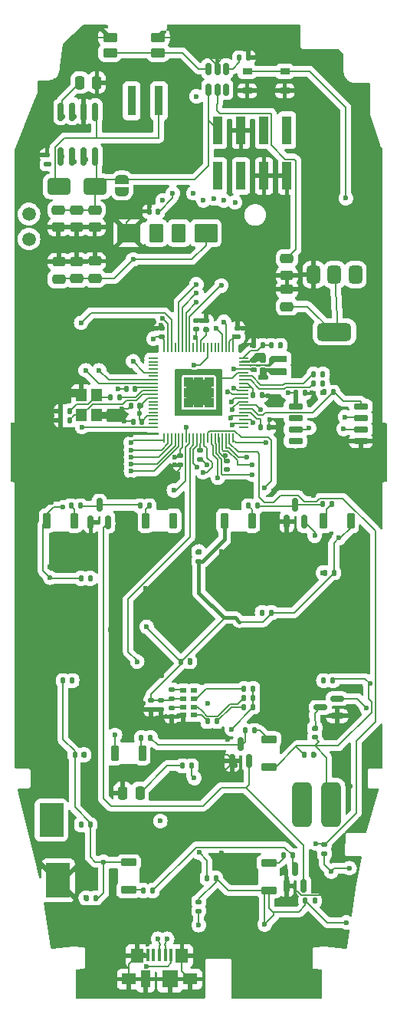
<source format=gbl>
G04 #@! TF.GenerationSoftware,KiCad,Pcbnew,8.0.4*
G04 #@! TF.CreationDate,2025-03-19T09:33:48+11:00*
G04 #@! TF.ProjectId,nokia,6e6f6b69-612e-46b6-9963-61645f706362,rev?*
G04 #@! TF.SameCoordinates,Original*
G04 #@! TF.FileFunction,Copper,L4,Bot*
G04 #@! TF.FilePolarity,Positive*
%FSLAX46Y46*%
G04 Gerber Fmt 4.6, Leading zero omitted, Abs format (unit mm)*
G04 Created by KiCad (PCBNEW 8.0.4) date 2025-03-19 09:33:48*
%MOMM*%
%LPD*%
G01*
G04 APERTURE LIST*
G04 Aperture macros list*
%AMRoundRect*
0 Rectangle with rounded corners*
0 $1 Rounding radius*
0 $2 $3 $4 $5 $6 $7 $8 $9 X,Y pos of 4 corners*
0 Add a 4 corners polygon primitive as box body*
4,1,4,$2,$3,$4,$5,$6,$7,$8,$9,$2,$3,0*
0 Add four circle primitives for the rounded corners*
1,1,$1+$1,$2,$3*
1,1,$1+$1,$4,$5*
1,1,$1+$1,$6,$7*
1,1,$1+$1,$8,$9*
0 Add four rect primitives between the rounded corners*
20,1,$1+$1,$2,$3,$4,$5,0*
20,1,$1+$1,$4,$5,$6,$7,0*
20,1,$1+$1,$6,$7,$8,$9,0*
20,1,$1+$1,$8,$9,$2,$3,0*%
%AMFreePoly0*
4,1,17,1.239561,1.918663,1.288452,1.862240,1.300426,1.807198,1.300426,-1.628440,1.279392,-1.700074,1.222969,-1.748965,1.167927,-1.760939,-1.241481,-1.760939,-1.313115,-1.739905,-1.362006,-1.683482,-1.373980,-1.628440,-1.373980,1.807198,-1.352946,1.878832,-1.296523,1.927723,-1.241481,1.939697,1.167927,1.939697,1.239561,1.918663,1.239561,1.918663,$1*%
%AMFreePoly1*
4,1,21,1.481047,1.611465,1.529938,1.555042,1.541912,1.500000,1.541912,-2.069488,1.520878,-2.141122,1.464455,-2.190013,1.409413,-2.201987,-1.000000,-2.201987,-1.071634,-2.180953,-1.120525,-2.124530,-1.132499,-2.069488,-1.132499,-0.453074,-1.143000,-0.381000,-1.143000,0.381000,-1.132499,0.453074,-1.132499,1.500000,-1.111465,1.571634,-1.055042,1.620525,-1.000000,1.632499,1.409413,1.632499,
1.481047,1.611465,1.481047,1.611465,$1*%
%AMFreePoly2*
4,1,19,0.500000,-0.750000,0.000000,-0.750000,0.000000,-0.744911,-0.071157,-0.744911,-0.207708,-0.704816,-0.327430,-0.627875,-0.420627,-0.520320,-0.479746,-0.390866,-0.500000,-0.250000,-0.500000,0.250000,-0.479746,0.390866,-0.420627,0.520320,-0.327430,0.627875,-0.207708,0.704816,-0.071157,0.744911,0.000000,0.744911,0.000000,0.750000,0.500000,0.750000,0.500000,-0.750000,0.500000,-0.750000,
$1*%
%AMFreePoly3*
4,1,19,0.000000,0.744911,0.071157,0.744911,0.207708,0.704816,0.327430,0.627875,0.420627,0.520320,0.479746,0.390866,0.500000,0.250000,0.500000,-0.250000,0.479746,-0.390866,0.420627,-0.520320,0.327430,-0.627875,0.207708,-0.704816,0.071157,-0.744911,0.000000,-0.744911,0.000000,-0.750000,-0.500000,-0.750000,-0.500000,0.750000,0.000000,0.750000,0.000000,0.744911,0.000000,0.744911,
$1*%
G04 Aperture macros list end*
G04 #@! TA.AperFunction,SMDPad,CuDef*
%ADD10R,0.950000X3.300000*%
G04 #@! TD*
G04 #@! TA.AperFunction,SMDPad,CuDef*
%ADD11RoundRect,0.160000X0.240000X0.715000X-0.240000X0.715000X-0.240000X-0.715000X0.240000X-0.715000X0*%
G04 #@! TD*
G04 #@! TA.AperFunction,SMDPad,CuDef*
%ADD12RoundRect,0.160000X-0.240000X-0.715000X0.240000X-0.715000X0.240000X0.715000X-0.240000X0.715000X0*%
G04 #@! TD*
G04 #@! TA.AperFunction,SMDPad,CuDef*
%ADD13RoundRect,0.160000X0.715000X-0.240000X0.715000X0.240000X-0.715000X0.240000X-0.715000X-0.240000X0*%
G04 #@! TD*
G04 #@! TA.AperFunction,SMDPad,CuDef*
%ADD14RoundRect,0.160000X-0.715000X0.240000X-0.715000X-0.240000X0.715000X-0.240000X0.715000X0.240000X0*%
G04 #@! TD*
G04 #@! TA.AperFunction,SMDPad,CuDef*
%ADD15RoundRect,0.055000X-0.055000X-0.441750X0.055000X-0.441750X0.055000X0.441750X-0.055000X0.441750X0*%
G04 #@! TD*
G04 #@! TA.AperFunction,SMDPad,CuDef*
%ADD16RoundRect,0.052500X-0.052500X-0.444250X0.052500X-0.444250X0.052500X0.444250X-0.052500X0.444250X0*%
G04 #@! TD*
G04 #@! TA.AperFunction,SMDPad,CuDef*
%ADD17RoundRect,0.055000X0.441750X-0.055000X0.441750X0.055000X-0.441750X0.055000X-0.441750X-0.055000X0*%
G04 #@! TD*
G04 #@! TA.AperFunction,SMDPad,CuDef*
%ADD18RoundRect,0.052500X0.444250X-0.052500X0.444250X0.052500X-0.444250X0.052500X-0.444250X-0.052500X0*%
G04 #@! TD*
G04 #@! TA.AperFunction,ComponentPad*
%ADD19C,0.600000*%
G04 #@! TD*
G04 #@! TA.AperFunction,SMDPad,CuDef*
%ADD20R,1.133333X1.133333*%
G04 #@! TD*
G04 #@! TA.AperFunction,SMDPad,CuDef*
%ADD21R,0.800000X0.500000*%
G04 #@! TD*
G04 #@! TA.AperFunction,SMDPad,CuDef*
%ADD22R,1.700000X0.700000*%
G04 #@! TD*
G04 #@! TA.AperFunction,ComponentPad*
%ADD23C,1.500000*%
G04 #@! TD*
G04 #@! TA.AperFunction,SMDPad,CuDef*
%ADD24RoundRect,0.150000X0.650000X0.150000X-0.650000X0.150000X-0.650000X-0.150000X0.650000X-0.150000X0*%
G04 #@! TD*
G04 #@! TA.AperFunction,SMDPad,CuDef*
%ADD25RoundRect,0.150000X0.150000X-0.587500X0.150000X0.587500X-0.150000X0.587500X-0.150000X-0.587500X0*%
G04 #@! TD*
G04 #@! TA.AperFunction,SMDPad,CuDef*
%ADD26RoundRect,0.250000X0.475000X-0.250000X0.475000X0.250000X-0.475000X0.250000X-0.475000X-0.250000X0*%
G04 #@! TD*
G04 #@! TA.AperFunction,SMDPad,CuDef*
%ADD27RoundRect,0.135000X-0.135000X-0.185000X0.135000X-0.185000X0.135000X0.185000X-0.135000X0.185000X0*%
G04 #@! TD*
G04 #@! TA.AperFunction,SMDPad,CuDef*
%ADD28RoundRect,0.135000X0.135000X0.185000X-0.135000X0.185000X-0.135000X-0.185000X0.135000X-0.185000X0*%
G04 #@! TD*
G04 #@! TA.AperFunction,SMDPad,CuDef*
%ADD29RoundRect,0.140000X-0.140000X-0.170000X0.140000X-0.170000X0.140000X0.170000X-0.140000X0.170000X0*%
G04 #@! TD*
G04 #@! TA.AperFunction,SMDPad,CuDef*
%ADD30RoundRect,0.135000X0.185000X-0.135000X0.185000X0.135000X-0.185000X0.135000X-0.185000X-0.135000X0*%
G04 #@! TD*
G04 #@! TA.AperFunction,SMDPad,CuDef*
%ADD31RoundRect,0.140000X0.170000X-0.140000X0.170000X0.140000X-0.170000X0.140000X-0.170000X-0.140000X0*%
G04 #@! TD*
G04 #@! TA.AperFunction,SMDPad,CuDef*
%ADD32RoundRect,0.150000X0.587500X0.150000X-0.587500X0.150000X-0.587500X-0.150000X0.587500X-0.150000X0*%
G04 #@! TD*
G04 #@! TA.AperFunction,SMDPad,CuDef*
%ADD33RoundRect,0.150000X-0.150000X0.512500X-0.150000X-0.512500X0.150000X-0.512500X0.150000X0.512500X0*%
G04 #@! TD*
G04 #@! TA.AperFunction,SMDPad,CuDef*
%ADD34FreePoly0,180.000000*%
G04 #@! TD*
G04 #@! TA.AperFunction,SMDPad,CuDef*
%ADD35FreePoly1,180.000000*%
G04 #@! TD*
G04 #@! TA.AperFunction,SMDPad,CuDef*
%ADD36R,1.050000X0.650000*%
G04 #@! TD*
G04 #@! TA.AperFunction,SMDPad,CuDef*
%ADD37R,0.450000X1.380000*%
G04 #@! TD*
G04 #@! TA.AperFunction,SMDPad,CuDef*
%ADD38R,1.650000X1.300000*%
G04 #@! TD*
G04 #@! TA.AperFunction,SMDPad,CuDef*
%ADD39R,1.425000X1.550000*%
G04 #@! TD*
G04 #@! TA.AperFunction,SMDPad,CuDef*
%ADD40R,1.800000X1.900000*%
G04 #@! TD*
G04 #@! TA.AperFunction,SMDPad,CuDef*
%ADD41R,1.000000X1.900000*%
G04 #@! TD*
G04 #@! TA.AperFunction,SMDPad,CuDef*
%ADD42RoundRect,0.140000X-0.170000X0.140000X-0.170000X-0.140000X0.170000X-0.140000X0.170000X0.140000X0*%
G04 #@! TD*
G04 #@! TA.AperFunction,SMDPad,CuDef*
%ADD43RoundRect,0.100000X1.150000X0.900000X-1.150000X0.900000X-1.150000X-0.900000X1.150000X-0.900000X0*%
G04 #@! TD*
G04 #@! TA.AperFunction,SMDPad,CuDef*
%ADD44RoundRect,0.075000X0.675000X0.925000X-0.675000X0.925000X-0.675000X-0.925000X0.675000X-0.925000X0*%
G04 #@! TD*
G04 #@! TA.AperFunction,SMDPad,CuDef*
%ADD45RoundRect,0.140000X0.140000X0.170000X-0.140000X0.170000X-0.140000X-0.170000X0.140000X-0.170000X0*%
G04 #@! TD*
G04 #@! TA.AperFunction,SMDPad,CuDef*
%ADD46RoundRect,0.375000X-0.375000X0.625000X-0.375000X-0.625000X0.375000X-0.625000X0.375000X0.625000X0*%
G04 #@! TD*
G04 #@! TA.AperFunction,SMDPad,CuDef*
%ADD47RoundRect,0.500000X-1.400000X0.500000X-1.400000X-0.500000X1.400000X-0.500000X1.400000X0.500000X0*%
G04 #@! TD*
G04 #@! TA.AperFunction,SMDPad,CuDef*
%ADD48RoundRect,0.135000X-0.185000X0.135000X-0.185000X-0.135000X0.185000X-0.135000X0.185000X0.135000X0*%
G04 #@! TD*
G04 #@! TA.AperFunction,SMDPad,CuDef*
%ADD49RoundRect,0.250000X1.000000X0.650000X-1.000000X0.650000X-1.000000X-0.650000X1.000000X-0.650000X0*%
G04 #@! TD*
G04 #@! TA.AperFunction,SMDPad,CuDef*
%ADD50R,1.000000X3.150000*%
G04 #@! TD*
G04 #@! TA.AperFunction,SMDPad,CuDef*
%ADD51RoundRect,0.250000X-0.475000X0.250000X-0.475000X-0.250000X0.475000X-0.250000X0.475000X0.250000X0*%
G04 #@! TD*
G04 #@! TA.AperFunction,SMDPad,CuDef*
%ADD52RoundRect,0.250000X-0.250000X-0.475000X0.250000X-0.475000X0.250000X0.475000X-0.250000X0.475000X0*%
G04 #@! TD*
G04 #@! TA.AperFunction,SMDPad,CuDef*
%ADD53RoundRect,0.550000X0.550000X1.925000X-0.550000X1.925000X-0.550000X-1.925000X0.550000X-1.925000X0*%
G04 #@! TD*
G04 #@! TA.AperFunction,SMDPad,CuDef*
%ADD54FreePoly2,90.000000*%
G04 #@! TD*
G04 #@! TA.AperFunction,SMDPad,CuDef*
%ADD55FreePoly3,90.000000*%
G04 #@! TD*
G04 #@! TA.AperFunction,SMDPad,CuDef*
%ADD56RoundRect,0.250000X0.250000X0.475000X-0.250000X0.475000X-0.250000X-0.475000X0.250000X-0.475000X0*%
G04 #@! TD*
G04 #@! TA.AperFunction,SMDPad,CuDef*
%ADD57RoundRect,0.147500X0.172500X-0.147500X0.172500X0.147500X-0.172500X0.147500X-0.172500X-0.147500X0*%
G04 #@! TD*
G04 #@! TA.AperFunction,SMDPad,CuDef*
%ADD58RoundRect,0.250000X0.550000X0.250000X-0.550000X0.250000X-0.550000X-0.250000X0.550000X-0.250000X0*%
G04 #@! TD*
G04 #@! TA.AperFunction,SMDPad,CuDef*
%ADD59RoundRect,0.250000X0.548250X0.250000X-0.548250X0.250000X-0.548250X-0.250000X0.548250X-0.250000X0*%
G04 #@! TD*
G04 #@! TA.AperFunction,SMDPad,CuDef*
%ADD60RoundRect,0.150000X0.150000X-0.825000X0.150000X0.825000X-0.150000X0.825000X-0.150000X-0.825000X0*%
G04 #@! TD*
G04 #@! TA.AperFunction,SMDPad,CuDef*
%ADD61R,1.200000X1.400000*%
G04 #@! TD*
G04 #@! TA.AperFunction,ViaPad*
%ADD62C,0.600000*%
G04 #@! TD*
G04 #@! TA.AperFunction,Conductor*
%ADD63C,0.200000*%
G04 #@! TD*
G04 #@! TA.AperFunction,Conductor*
%ADD64C,0.150000*%
G04 #@! TD*
G04 #@! TA.AperFunction,Conductor*
%ADD65C,0.800000*%
G04 #@! TD*
G04 #@! TA.AperFunction,Conductor*
%ADD66C,0.400000*%
G04 #@! TD*
G04 #@! TA.AperFunction,Conductor*
%ADD67C,0.500000*%
G04 #@! TD*
G04 APERTURE END LIST*
D10*
X38100000Y-28000000D03*
X35100000Y-28000000D03*
D11*
X28775000Y-74350000D03*
X25725000Y-74350000D03*
D12*
X36650000Y-74350000D03*
X39700000Y-74350000D03*
D11*
X48375000Y-74350000D03*
X45325000Y-74350000D03*
X36275000Y-100000000D03*
X33225000Y-100000000D03*
D12*
X56250000Y-74375000D03*
X59300000Y-74375000D03*
D13*
X34750000Y-115125000D03*
X34750000Y-112075000D03*
D14*
X50250000Y-112100000D03*
X50250000Y-115150000D03*
X50250000Y-98500000D03*
X50250000Y-101550000D03*
D15*
X46296500Y-65203250D03*
X45896500Y-65203250D03*
X45496500Y-65203250D03*
X45096500Y-65203250D03*
X44696500Y-65203250D03*
X44296500Y-65203250D03*
X43896500Y-65203250D03*
X43496500Y-65203250D03*
X43096500Y-65203250D03*
X42696500Y-65203250D03*
X42296500Y-65203250D03*
X41896500Y-65203250D03*
X41496500Y-65203250D03*
X41096500Y-65203250D03*
X40696500Y-65203250D03*
X40296500Y-65203250D03*
D16*
X39891500Y-65203250D03*
D15*
X39496500Y-65203250D03*
X39096500Y-65203250D03*
X38696500Y-65203250D03*
D17*
X37493250Y-64000000D03*
X37493250Y-63600000D03*
X37493250Y-63200000D03*
X37493250Y-62800000D03*
X37493250Y-62400000D03*
X37493250Y-62000000D03*
X37493250Y-61600000D03*
X37493250Y-61200000D03*
X37493250Y-60800000D03*
X37493250Y-60400000D03*
X37493250Y-60000000D03*
X37493250Y-59600000D03*
X37493250Y-59200000D03*
X37493250Y-58800000D03*
X37493250Y-58400000D03*
X37493250Y-58000000D03*
X37493250Y-57600000D03*
X37493250Y-57200000D03*
X37493250Y-56800000D03*
X37493250Y-56400000D03*
D15*
X38696500Y-55196750D03*
X39096500Y-55196750D03*
X39496500Y-55196750D03*
X39896500Y-55196750D03*
X40296500Y-55196750D03*
X40696500Y-55196750D03*
X41096500Y-55196750D03*
X41496500Y-55196750D03*
D16*
X41891500Y-55196750D03*
D15*
X42296500Y-55196750D03*
X42696500Y-55196750D03*
X43096500Y-55196750D03*
X43496500Y-55196750D03*
D16*
X43891500Y-55196750D03*
D15*
X44296500Y-55196750D03*
X44696500Y-55196750D03*
X45096500Y-55196750D03*
X45496500Y-55196750D03*
X45896500Y-55196750D03*
X46296500Y-55196750D03*
D17*
X47499750Y-56400000D03*
D18*
X47499750Y-56805000D03*
D17*
X47499750Y-57200000D03*
X47499750Y-57600000D03*
X47499750Y-58000000D03*
X47499750Y-58400000D03*
D18*
X47499750Y-58805000D03*
D17*
X47499750Y-59200000D03*
X47499750Y-59600000D03*
X47499750Y-60000000D03*
X47499750Y-60400000D03*
X47499750Y-60800000D03*
X47499750Y-61200000D03*
X47499750Y-61600000D03*
X47499750Y-62000000D03*
X47499750Y-62400000D03*
X47499750Y-62800000D03*
X47499750Y-63200000D03*
X47499750Y-63600000D03*
X47499750Y-64000000D03*
D19*
X41363167Y-61333333D03*
D20*
X41363167Y-61333333D03*
D19*
X42496500Y-61333333D03*
D20*
X42496500Y-61333333D03*
D19*
X43629833Y-61333333D03*
D20*
X43629833Y-61333333D03*
D19*
X41363167Y-60200000D03*
D20*
X41363167Y-60200000D03*
D19*
X42496500Y-60200000D03*
D20*
X42496500Y-60200000D03*
D19*
X43629833Y-60200000D03*
D20*
X43629833Y-60200000D03*
D19*
X41363167Y-59066667D03*
D20*
X41363167Y-59066667D03*
D19*
X42496500Y-59066667D03*
D20*
X42496500Y-59066667D03*
D19*
X43629833Y-59066667D03*
D20*
X43629833Y-59066667D03*
D21*
X42000000Y-93100000D03*
X42000000Y-94000000D03*
X42000000Y-94900000D03*
X42000000Y-95800000D03*
X40800000Y-95800000D03*
X40800000Y-94900000D03*
X40800000Y-94000000D03*
X40800000Y-93100000D03*
D22*
X51391790Y-57900000D03*
X51391790Y-56500000D03*
D23*
X23750000Y-43250000D03*
X23750000Y-40500000D03*
D24*
X60400000Y-61725000D03*
X60400000Y-62995000D03*
X60400000Y-64265000D03*
X60400000Y-65535000D03*
X53200000Y-65535000D03*
X53200000Y-64265000D03*
X53200000Y-62995000D03*
X53200000Y-61725000D03*
D25*
X32475000Y-74500000D03*
X30575000Y-74500000D03*
X31525000Y-72625000D03*
X48075000Y-100875000D03*
X46175000Y-100875000D03*
X47125000Y-99000000D03*
D26*
X27040000Y-47680000D03*
X27040000Y-45780000D03*
D27*
X46990000Y-23250000D03*
X48010000Y-23250000D03*
X30080000Y-116000000D03*
X31100000Y-116000000D03*
D28*
X48500000Y-94900000D03*
X47480000Y-94900000D03*
X41520000Y-89900000D03*
X40500000Y-89900000D03*
D29*
X48510000Y-60460000D03*
X49470000Y-60460000D03*
D27*
X54180000Y-100200000D03*
X55200000Y-100200000D03*
D25*
X54100000Y-114650000D03*
X52200000Y-114650000D03*
X53150000Y-112775000D03*
D30*
X42500000Y-117420000D03*
X42500000Y-116400000D03*
D26*
X29000000Y-47650000D03*
X29000000Y-45750000D03*
D28*
X50520000Y-84500000D03*
X49500000Y-84500000D03*
D26*
X29000000Y-41950000D03*
X29000000Y-40050000D03*
D31*
X38400000Y-54080000D03*
X38400000Y-53120000D03*
D32*
X57800000Y-94000000D03*
X57800000Y-95900000D03*
X55925000Y-94950000D03*
D31*
X43325000Y-53250000D03*
X43325000Y-52290000D03*
D33*
X43600000Y-24475000D03*
X44550000Y-24475000D03*
X45500000Y-24475000D03*
X45500000Y-26750000D03*
X44550000Y-26750000D03*
X43600000Y-26750000D03*
D28*
X56200000Y-59200000D03*
X55180000Y-59200000D03*
D27*
X40690000Y-101400000D03*
X41710000Y-101400000D03*
D28*
X52870000Y-111300000D03*
X51850000Y-111300000D03*
D31*
X42200000Y-53235000D03*
X42200000Y-52275000D03*
D34*
X26178713Y-107300000D03*
D35*
X27178713Y-114300000D03*
D28*
X37400000Y-115175000D03*
X36380000Y-115175000D03*
X55300000Y-116300000D03*
X54280000Y-116300000D03*
D36*
X47850000Y-26900000D03*
X52000000Y-26900000D03*
X47850000Y-24750000D03*
X52000000Y-24750000D03*
D29*
X37040000Y-40200000D03*
X38000000Y-40200000D03*
D37*
X39462500Y-122290000D03*
X38812500Y-122290000D03*
X38162500Y-122290000D03*
X37512500Y-122290000D03*
X36862500Y-122290000D03*
D38*
X41537500Y-124950000D03*
D39*
X40650000Y-122375000D03*
D40*
X39312500Y-124950000D03*
D41*
X36612500Y-124950000D03*
D39*
X35675000Y-122375000D03*
D38*
X34787500Y-124950000D03*
D42*
X39500000Y-95020000D03*
X39500000Y-95980000D03*
D27*
X28800000Y-100200000D03*
X29820000Y-100200000D03*
D28*
X48500000Y-93900000D03*
X47480000Y-93900000D03*
D43*
X43288102Y-42600000D03*
D44*
X40288102Y-42600000D03*
X37788102Y-42600000D03*
D43*
X34788102Y-42600000D03*
D28*
X28520000Y-92000000D03*
X27500000Y-92000000D03*
D27*
X43480000Y-96500000D03*
X44500000Y-96500000D03*
D25*
X54125000Y-74475000D03*
X52225000Y-74475000D03*
X53175000Y-72600000D03*
D29*
X49325000Y-64025000D03*
X50285000Y-64025000D03*
D45*
X49560000Y-55000000D03*
X48600000Y-55000000D03*
D28*
X29395000Y-72700000D03*
X28375000Y-72700000D03*
D29*
X53240000Y-60225000D03*
X54200000Y-60225000D03*
D46*
X55200000Y-47200000D03*
X57500000Y-47200000D03*
D47*
X57500000Y-53500000D03*
D46*
X59800000Y-47200000D03*
D48*
X37200000Y-94200000D03*
X37200000Y-95220000D03*
X56375000Y-110080000D03*
X56375000Y-111100000D03*
D31*
X48580000Y-57660000D03*
X48580000Y-56700000D03*
D48*
X42500000Y-77800000D03*
X42500000Y-78820000D03*
D26*
X31000000Y-41950000D03*
X31000000Y-40050000D03*
D45*
X36200000Y-63400000D03*
X35240000Y-63400000D03*
D49*
X31060000Y-37450000D03*
X27060000Y-37450000D03*
D42*
X40475000Y-67190000D03*
X40475000Y-68150000D03*
D50*
X52250000Y-36300000D03*
X52250000Y-31250000D03*
X49710000Y-36300000D03*
X49710000Y-31250000D03*
X47170000Y-36300000D03*
X47170000Y-31250000D03*
X44630000Y-36300000D03*
X44630000Y-31250000D03*
D30*
X39500000Y-94010000D03*
X39500000Y-92990000D03*
D45*
X28230000Y-62250000D03*
X27270000Y-62250000D03*
D42*
X38300000Y-94200000D03*
X38300000Y-95160000D03*
D45*
X28230000Y-63250000D03*
X27270000Y-63250000D03*
D28*
X33760000Y-60750000D03*
X32740000Y-60750000D03*
D45*
X35980000Y-61675000D03*
X35020000Y-61675000D03*
D28*
X48995000Y-72700000D03*
X47975000Y-72700000D03*
D51*
X52250000Y-45400000D03*
X52250000Y-47300000D03*
D31*
X46800000Y-54080000D03*
X46800000Y-53120000D03*
D26*
X52250000Y-50700000D03*
X52250000Y-48800000D03*
X27000000Y-41950000D03*
X27000000Y-40050000D03*
D31*
X49590000Y-57660000D03*
X49590000Y-56700000D03*
D52*
X29350000Y-26000000D03*
X31250000Y-26000000D03*
D28*
X57420000Y-80100000D03*
X56400000Y-80100000D03*
D27*
X56300000Y-92000000D03*
X57320000Y-92000000D03*
X36025000Y-72700000D03*
X37045000Y-72700000D03*
X56175000Y-72475000D03*
X57195000Y-72475000D03*
D28*
X56200000Y-58200000D03*
X55180000Y-58200000D03*
D48*
X25750000Y-33990000D03*
X25750000Y-35010000D03*
D28*
X37175000Y-98300000D03*
X36155000Y-98300000D03*
D45*
X35480000Y-59800000D03*
X34520000Y-59800000D03*
D27*
X29480000Y-80700000D03*
X30500000Y-80700000D03*
D28*
X51510000Y-55000000D03*
X50490000Y-55000000D03*
D26*
X31030000Y-47600000D03*
X31030000Y-45700000D03*
D27*
X47615000Y-97500000D03*
X48635000Y-97500000D03*
D53*
X57100000Y-105675000D03*
X53900000Y-105675000D03*
D54*
X34000000Y-38000000D03*
D55*
X34000000Y-36700000D03*
D28*
X57340000Y-60180000D03*
X56320000Y-60180000D03*
D56*
X36000000Y-104400000D03*
X34100000Y-104400000D03*
D42*
X45620000Y-67730000D03*
X45620000Y-68690000D03*
D57*
X55300000Y-98270000D03*
X55300000Y-97300000D03*
D27*
X29490000Y-107900000D03*
X30510000Y-107900000D03*
X43390000Y-113800000D03*
X44410000Y-113800000D03*
D58*
X38000000Y-21000000D03*
D59*
X32698250Y-21000000D03*
D58*
X38000000Y-22700000D03*
D59*
X32698250Y-22700000D03*
D60*
X31060000Y-34150000D03*
X29790000Y-34150000D03*
X28520000Y-34150000D03*
X27250000Y-34150000D03*
X27250000Y-29200000D03*
X28520000Y-29200000D03*
X29790000Y-29200000D03*
X31060000Y-29200000D03*
D28*
X48510000Y-92900000D03*
X47490000Y-92900000D03*
D61*
X29550000Y-62700000D03*
X29550000Y-60500000D03*
X31250000Y-60500000D03*
X31250000Y-62700000D03*
D42*
X42625000Y-66600000D03*
X42625000Y-67560000D03*
D62*
X27500000Y-29750000D03*
X36750000Y-123519998D03*
X34000000Y-38000000D03*
X42625000Y-66575000D03*
X43325000Y-53225000D03*
X49950000Y-58530000D03*
X35450000Y-59800000D03*
X44700000Y-58600000D03*
X43300000Y-58000000D03*
X42600000Y-62500000D03*
X49321714Y-58521470D03*
X40200000Y-59800000D03*
X39630000Y-38200000D03*
X34550000Y-42650000D03*
X55160000Y-71580000D03*
X26200000Y-72310000D03*
X25810000Y-65030000D03*
X53800000Y-95800000D03*
X49550000Y-56060000D03*
X35000000Y-69800000D03*
X50375000Y-63175000D03*
X50200000Y-60525000D03*
X39500000Y-96000000D03*
X43200000Y-52300000D03*
X36370000Y-94500000D03*
X59200000Y-103625000D03*
X34600000Y-108000000D03*
X50300000Y-64000000D03*
X56000000Y-31750000D03*
X60400000Y-65600000D03*
X46000000Y-89250000D03*
X61250000Y-37250000D03*
X51750000Y-21250000D03*
X60400000Y-107260000D03*
X27230000Y-62250000D03*
X46500000Y-101400000D03*
X56600000Y-43200000D03*
X27210000Y-63300000D03*
X48000000Y-45500000D03*
X33600000Y-59800000D03*
X43400000Y-68200000D03*
X35700000Y-40200000D03*
X40250000Y-84750000D03*
X25000000Y-56500000D03*
X33800000Y-118800000D03*
X45620000Y-68690000D03*
X55600000Y-47400000D03*
X34600000Y-118900000D03*
X32575000Y-62725000D03*
X57315000Y-115594000D03*
X33982352Y-62010000D03*
X42500000Y-26361522D03*
X23610000Y-105180000D03*
X32750000Y-86420000D03*
X33000000Y-81750000D03*
X50110000Y-80480000D03*
X47175000Y-80825000D03*
X27180000Y-86970000D03*
X25420000Y-97780000D03*
X23000000Y-34750000D03*
X48870000Y-56120000D03*
X45000000Y-77750000D03*
X39840000Y-69290000D03*
X35300000Y-117100000D03*
X39871500Y-68210000D03*
X51000000Y-123250000D03*
X31750000Y-124250000D03*
X52960000Y-76260000D03*
X42200000Y-52300000D03*
X34275000Y-63325000D03*
X26055000Y-79408326D03*
X22270000Y-68220000D03*
X60500000Y-56250000D03*
X58250000Y-89000000D03*
X48400000Y-55000000D03*
X50960000Y-94830000D03*
X31250000Y-50500000D03*
X46800000Y-53120000D03*
X24250000Y-51750000D03*
X52250000Y-48800000D03*
X60500000Y-43250000D03*
X57250000Y-68500000D03*
X39475000Y-72475000D03*
X22750000Y-89750000D03*
X53750000Y-93000000D03*
X52250000Y-47300000D03*
X40750000Y-39000000D03*
X53750000Y-80250000D03*
X55400000Y-84510000D03*
X38500000Y-117180000D03*
X57800000Y-96000000D03*
X45000000Y-102750000D03*
X45000000Y-111000000D03*
X38430000Y-91460000D03*
X36030000Y-80180000D03*
X35000000Y-64900000D03*
X29500000Y-22000000D03*
X45000000Y-119000000D03*
X38300000Y-95200000D03*
X36650000Y-81850000D03*
X48250000Y-53160000D03*
X38312865Y-52777140D03*
X47500000Y-107500000D03*
X34175000Y-104300000D03*
X32000000Y-109000000D03*
X32500000Y-117000000D03*
X28275000Y-60150000D03*
X55025000Y-60225000D03*
X35960000Y-88200000D03*
X45730000Y-98490000D03*
X31000000Y-93000000D03*
X36750000Y-86050000D03*
X48520000Y-60450000D03*
X36000000Y-104400000D03*
X46370000Y-57600000D03*
X59150000Y-112700000D03*
X46125000Y-97350000D03*
X52375000Y-60200000D03*
X32000000Y-112000000D03*
X46425000Y-54025000D03*
X57530000Y-47290000D03*
X27525000Y-72850000D03*
X39871501Y-67343388D03*
X46500000Y-39200000D03*
X37500000Y-54275000D03*
X49330000Y-64060000D03*
X45450000Y-67175000D03*
X45365000Y-74900000D03*
X52250000Y-50700000D03*
X57900000Y-53500000D03*
X51500000Y-55100000D03*
X49775000Y-118925000D03*
X42125000Y-54150000D03*
X33250000Y-98000000D03*
X61405000Y-92350000D03*
X58000000Y-76250000D03*
X39725000Y-74425000D03*
X26055000Y-80628500D03*
X35975000Y-62500000D03*
X57125000Y-113075000D03*
X58805000Y-118700000D03*
X38000000Y-120500000D03*
X56200000Y-59200000D03*
X39000000Y-120500000D03*
X56200000Y-58200000D03*
X52250000Y-31250000D03*
X30000000Y-57750000D03*
X49750000Y-31250000D03*
X31500000Y-57750000D03*
X58650000Y-62900000D03*
X49325000Y-62100000D03*
X44200000Y-38800000D03*
X45000000Y-48400000D03*
X56270000Y-91975000D03*
X48400000Y-68157274D03*
X59800000Y-47200000D03*
X52250000Y-45400000D03*
X46000000Y-63000000D03*
X47250000Y-36250000D03*
X55398236Y-109978521D03*
X39750000Y-71000000D03*
X42000000Y-102750000D03*
X49750000Y-70750000D03*
X42500000Y-119000000D03*
X38250000Y-107500000D03*
X45675000Y-60125000D03*
X54700000Y-64100000D03*
X44500000Y-36250000D03*
X48500000Y-63500000D03*
X35002443Y-66532446D03*
X29520000Y-107927384D03*
X44624761Y-69600000D03*
X56200000Y-80100000D03*
X55332623Y-116287623D03*
X49945000Y-65750000D03*
X30020000Y-115975000D03*
X35000000Y-65750000D03*
X29770000Y-100225000D03*
X35002854Y-67316925D03*
X43000000Y-69000000D03*
X42520000Y-110975000D03*
X38500000Y-52000000D03*
X38500000Y-39000000D03*
X25750000Y-107750000D03*
X29600000Y-64000000D03*
X48375000Y-69245000D03*
X49500000Y-84500000D03*
X58500000Y-64225000D03*
X46199852Y-62070403D03*
X53450000Y-63000000D03*
X46375000Y-59675000D03*
X46100000Y-61200000D03*
X53175000Y-65575000D03*
X55270000Y-100225000D03*
X47800000Y-67342371D03*
X42250000Y-50250000D03*
X45250000Y-39000000D03*
X46200000Y-63800000D03*
X61025000Y-95000000D03*
X41890000Y-38200000D03*
X42250000Y-49250000D03*
X35002543Y-68887016D03*
X30550000Y-80700000D03*
X35003672Y-68100997D03*
X28520000Y-91975000D03*
X35700000Y-89900000D03*
X41500000Y-89800000D03*
X43497502Y-94471276D03*
X43000000Y-39000000D03*
X42250000Y-48250000D03*
X42520000Y-77750000D03*
X42277065Y-68459576D03*
X54000000Y-105800000D03*
X55400000Y-97200000D03*
X45300000Y-52400000D03*
X47500000Y-93900000D03*
X44400000Y-53100000D03*
X47500000Y-94900000D03*
X47500000Y-92900000D03*
X42000000Y-57200000D03*
X56200000Y-60200000D03*
X58750000Y-38750000D03*
X35100000Y-28080000D03*
X35250000Y-45500000D03*
X28750000Y-29750000D03*
X26000000Y-35000000D03*
X28750000Y-34750000D03*
X30000000Y-34500000D03*
X27420000Y-34150000D03*
X42250000Y-27500000D03*
X29500000Y-52500000D03*
X55300000Y-76000000D03*
X41100000Y-64000000D03*
X32500000Y-74575000D03*
X45500000Y-24500000D03*
X35250000Y-56750000D03*
D63*
X30080000Y-32080000D02*
X31230000Y-32080000D01*
X31230000Y-32080000D02*
X31230000Y-29200000D01*
X38100000Y-28000000D02*
X38100000Y-32080000D01*
X38100000Y-32080000D02*
X30080000Y-32080000D01*
X27420000Y-27930000D02*
X27420000Y-29200000D01*
X39057502Y-123519998D02*
X39462500Y-123115000D01*
X39462500Y-123115000D02*
X39462500Y-122290000D01*
X36750000Y-123519998D02*
X39057502Y-123519998D01*
X29350000Y-26000000D02*
X27420000Y-27930000D01*
D64*
X36316690Y-60400000D02*
X35636690Y-61080000D01*
X34500000Y-61080000D02*
X34125000Y-61455000D01*
X35636690Y-61080000D02*
X34500000Y-61080000D01*
X28780000Y-62700000D02*
X28230000Y-63250000D01*
X29550000Y-62700000D02*
X28780000Y-62700000D01*
X34125000Y-61455000D02*
X30795000Y-61455000D01*
X37600000Y-60400000D02*
X36316690Y-60400000D01*
X30795000Y-61455000D02*
X29550000Y-62700000D01*
X28980000Y-61500000D02*
X28230000Y-62250000D01*
X30250000Y-61500000D02*
X31250000Y-60500000D01*
X32740000Y-60750000D02*
X31500000Y-60750000D01*
X30250000Y-61500000D02*
X28980000Y-61500000D01*
D63*
X46190244Y-58600000D02*
X46790244Y-58000000D01*
D64*
X43325000Y-53875000D02*
X43325000Y-53225000D01*
X42696500Y-54503500D02*
X43325000Y-53875000D01*
X42696500Y-55303500D02*
X42696500Y-54503500D01*
D63*
X46790244Y-58000000D02*
X47499750Y-58000000D01*
X44700000Y-58600000D02*
X46190244Y-58600000D01*
D64*
X35680000Y-59600000D02*
X37600000Y-59600000D01*
X35450000Y-59830000D02*
X35680000Y-59600000D01*
X42696500Y-65096500D02*
X42625000Y-66575000D01*
D63*
X39630000Y-38690244D02*
X38120244Y-40200000D01*
X39630000Y-38200000D02*
X39630000Y-38690244D01*
D64*
X50490000Y-55000000D02*
X49560000Y-55000000D01*
X48228000Y-55565000D02*
X48995000Y-55565000D01*
X48995000Y-55565000D02*
X49560000Y-55000000D01*
X47393000Y-56400000D02*
X48228000Y-55565000D01*
D63*
X45475000Y-102275000D02*
X45000000Y-102750000D01*
D65*
X28275000Y-60150000D02*
X29200000Y-60150000D01*
D63*
X44550000Y-24150232D02*
X43399768Y-23000000D01*
X35675000Y-122375000D02*
X36777500Y-122375000D01*
X44550000Y-23812501D02*
X45362501Y-23000000D01*
X39312500Y-124950000D02*
X41537500Y-124950000D01*
X30800000Y-21000000D02*
X30700000Y-21100000D01*
X59125000Y-103550000D02*
X59200000Y-103625000D01*
D65*
X29200000Y-60150000D02*
X29550000Y-60500000D01*
D63*
X53800232Y-115700000D02*
X57209000Y-115700000D01*
D66*
X45275000Y-82725000D02*
X47175000Y-80825000D01*
D64*
X42800000Y-67600000D02*
X43400000Y-68200000D01*
D63*
X34787500Y-124950000D02*
X34787500Y-123262500D01*
X34500000Y-41400000D02*
X34500000Y-42561898D01*
D64*
X50200000Y-60525000D02*
X50135000Y-60460000D01*
D63*
X34685000Y-62010000D02*
X35020000Y-61675000D01*
X39300000Y-21000000D02*
X38000000Y-21000000D01*
X46450000Y-100875000D02*
X45725000Y-100150000D01*
X45325000Y-100150000D02*
X45300000Y-100150000D01*
X34787500Y-124950000D02*
X36612500Y-124950000D01*
X36612500Y-124950000D02*
X39312500Y-124950000D01*
D66*
X38400000Y-52864275D02*
X38400000Y-53120000D01*
D63*
X39300000Y-21000000D02*
X39700000Y-20600000D01*
X40650000Y-124062500D02*
X41537500Y-124950000D01*
X45725000Y-100150000D02*
X45325000Y-100150000D01*
X57209000Y-115700000D02*
X57315000Y-115594000D01*
X52750232Y-114650000D02*
X53800232Y-115700000D01*
X39840000Y-69290000D02*
X39820000Y-69290000D01*
X35700000Y-40200000D02*
X34500000Y-41400000D01*
X48250000Y-53160000D02*
X48290000Y-53120000D01*
X32698250Y-21000000D02*
X30800000Y-21000000D01*
X40475000Y-68635000D02*
X39840000Y-69270000D01*
D65*
X31250000Y-62700000D02*
X32550000Y-62700000D01*
D66*
X38312865Y-52777140D02*
X38400000Y-52864275D01*
D63*
X44550000Y-24475000D02*
X44550000Y-23812501D01*
X46500000Y-101400000D02*
X45975000Y-101400000D01*
X39820000Y-69290000D02*
X39810000Y-69300000D01*
X45362501Y-23000000D02*
X45500000Y-23000000D01*
X59125000Y-102400000D02*
X59125000Y-103550000D01*
D64*
X50135000Y-60460000D02*
X49470000Y-60460000D01*
D63*
X45475000Y-101900000D02*
X45475000Y-102275000D01*
X44550000Y-24475000D02*
X44550000Y-24150232D01*
X33982352Y-62010000D02*
X34685000Y-62010000D01*
X54200000Y-60225000D02*
X55025000Y-60225000D01*
X50285000Y-63265000D02*
X50375000Y-63175000D01*
D66*
X36650000Y-81850000D02*
X36650000Y-82900000D01*
D63*
X40475000Y-68150000D02*
X40475000Y-68635000D01*
X45975000Y-101400000D02*
X45475000Y-101900000D01*
X52200000Y-114650000D02*
X52750232Y-114650000D01*
X48330000Y-53120000D02*
X48350000Y-53140000D01*
D64*
X39500000Y-96000000D02*
X40600000Y-96000000D01*
D63*
X46800000Y-53120000D02*
X48210000Y-53120000D01*
X48210000Y-53120000D02*
X48250000Y-53160000D01*
X39886500Y-68225000D02*
X40376500Y-68225000D01*
X39840000Y-69270000D02*
X39840000Y-69290000D01*
X48290000Y-53120000D02*
X48330000Y-53120000D01*
X34787500Y-123262500D02*
X35675000Y-122375000D01*
X50285000Y-63985000D02*
X50285000Y-63265000D01*
X40650000Y-122375000D02*
X40650000Y-124062500D01*
D64*
X40600000Y-96000000D02*
X40800000Y-95800000D01*
D63*
X39871500Y-68210000D02*
X39886500Y-68225000D01*
X43399768Y-23000000D02*
X43250000Y-23000000D01*
X45300000Y-100150000D02*
X45225000Y-100225000D01*
D65*
X32550000Y-62700000D02*
X32575000Y-62725000D01*
D63*
X34275000Y-63325000D02*
X35165000Y-63325000D01*
X37040000Y-40200000D02*
X35700000Y-40200000D01*
D64*
X33600000Y-59800000D02*
X34520000Y-59800000D01*
D63*
X42200000Y-54075000D02*
X42125000Y-54150000D01*
X61405000Y-92350000D02*
X60855000Y-91800000D01*
D66*
X45225000Y-85025000D02*
X42500000Y-82300000D01*
X42930000Y-78820000D02*
X45365000Y-76385000D01*
D64*
X48510000Y-94965000D02*
X48510000Y-92900000D01*
D63*
X35975000Y-62500000D02*
X35975000Y-63175000D01*
X45896500Y-55196750D02*
X45896500Y-54553500D01*
D64*
X45364999Y-67431619D02*
X45364999Y-67474999D01*
D63*
X50520000Y-84580000D02*
X49600000Y-85500000D01*
X58000000Y-76250000D02*
X58169975Y-76250000D01*
X53344975Y-99364975D02*
X54180000Y-100200000D01*
D64*
X52375000Y-60200000D02*
X53215000Y-60200000D01*
D63*
X49340000Y-63060000D02*
X49340000Y-64050000D01*
D64*
X40696500Y-65096500D02*
X40696500Y-66150000D01*
D63*
X56375000Y-112325000D02*
X56375000Y-111100000D01*
X48927354Y-63060000D02*
X49340000Y-63060000D01*
X55765000Y-98735000D02*
X55300000Y-98270000D01*
D64*
X44719999Y-66786619D02*
X45364999Y-67431619D01*
X48320000Y-59600000D02*
X48520000Y-59800000D01*
D66*
X45225000Y-85025000D02*
X46525000Y-85025000D01*
D63*
X46296500Y-55196750D02*
X46296500Y-54153500D01*
X54280000Y-116820000D02*
X54280000Y-116300000D01*
X57500000Y-112700000D02*
X59150000Y-112700000D01*
X53020000Y-84500000D02*
X50520000Y-84500000D01*
X50800000Y-117530000D02*
X53570000Y-117530000D01*
X35975000Y-63175000D02*
X36200000Y-63400000D01*
X57900000Y-53500000D02*
X57530000Y-47290000D01*
X28800000Y-105980000D02*
X28800000Y-100200000D01*
X50250000Y-115150000D02*
X49775000Y-115625000D01*
D67*
X53240000Y-60225000D02*
X53240000Y-61685000D01*
D64*
X37600000Y-62800000D02*
X36800000Y-62800000D01*
D63*
X26455025Y-72850000D02*
X25725000Y-73580025D01*
X42296500Y-54321500D02*
X42296500Y-55303500D01*
X46425000Y-54025000D02*
X46600000Y-54200000D01*
X57895000Y-99200000D02*
X61605000Y-95490000D01*
X40800000Y-94000000D02*
X39510000Y-94000000D01*
X56600000Y-100500000D02*
X56600000Y-105800000D01*
D64*
X36280000Y-61370000D02*
X36280000Y-61725000D01*
D63*
X30510000Y-111447500D02*
X30510000Y-107900000D01*
D64*
X45364999Y-67474999D02*
X45560000Y-67670000D01*
D63*
X32075000Y-112075000D02*
X34750000Y-112075000D01*
X28800000Y-100200000D02*
X28800000Y-99800000D01*
X61405000Y-92350000D02*
X61300000Y-92455000D01*
X42500000Y-116130001D02*
X44410000Y-114220001D01*
X53344975Y-99200000D02*
X50994975Y-101550000D01*
X57125000Y-113075000D02*
X57500000Y-112700000D01*
X44410000Y-113800000D02*
X45760000Y-115150000D01*
X47393000Y-62400000D02*
X48267354Y-62400000D01*
D66*
X42500000Y-78820000D02*
X42930000Y-78820000D01*
D64*
X38400000Y-54080000D02*
X37695000Y-54080000D01*
D63*
X42200000Y-53235000D02*
X42200000Y-54075000D01*
X32000000Y-112000000D02*
X31062500Y-112000000D01*
D64*
X46125000Y-97350000D02*
X48510000Y-94965000D01*
D63*
X61605000Y-94335001D02*
X61605000Y-95490000D01*
D64*
X48520000Y-60450000D02*
X48520000Y-59800000D01*
X47393000Y-59600000D02*
X48320000Y-59600000D01*
X40696500Y-66218500D02*
X40450000Y-66465000D01*
D63*
X30510000Y-107690000D02*
X28800000Y-105980000D01*
X26055000Y-80628500D02*
X26126500Y-80700000D01*
D64*
X44719999Y-65119999D02*
X44719999Y-66786619D01*
D63*
X58805000Y-118700000D02*
X56680000Y-118700000D01*
X40500000Y-89900000D02*
X36750000Y-86150000D01*
X40690000Y-101400000D02*
X39000000Y-101400000D01*
D64*
X40696500Y-66150000D02*
X40696500Y-66218500D01*
D66*
X42500000Y-82300000D02*
X42500000Y-78820000D01*
D63*
X58169975Y-76250000D02*
X59300000Y-75119975D01*
X49775000Y-115625000D02*
X49775000Y-118925000D01*
X44410000Y-114220001D02*
X44410000Y-113800000D01*
X49775000Y-118925000D02*
X50800000Y-117900000D01*
X36750000Y-86150000D02*
X36750000Y-86050000D01*
X39000000Y-101400000D02*
X36000000Y-104400000D01*
X42500000Y-116400000D02*
X42500000Y-116130001D01*
X50670000Y-117530000D02*
X50800000Y-117530000D01*
X38300000Y-94200000D02*
X39310000Y-94200000D01*
X53344975Y-99200000D02*
X53344975Y-99364975D01*
X47499750Y-57600000D02*
X46370000Y-57600000D01*
X31062500Y-112000000D02*
X30510000Y-111447500D01*
X49600000Y-85500000D02*
X47000000Y-85500000D01*
X40500000Y-89900000D02*
X45225000Y-85175000D01*
X50250000Y-115150000D02*
X50250000Y-117110000D01*
X26126500Y-80700000D02*
X29480000Y-80700000D01*
X57420000Y-80100000D02*
X53020000Y-84500000D01*
X53570000Y-117530000D02*
X54280000Y-116820000D01*
X55300000Y-99200000D02*
X55765000Y-98735000D01*
X39310000Y-94200000D02*
X39500000Y-94010000D01*
X35980000Y-61675000D02*
X35980000Y-62495000D01*
X45896500Y-54553500D02*
X46425000Y-54025000D01*
X57420000Y-76830000D02*
X57420000Y-80100000D01*
X50800000Y-117900000D02*
X50800000Y-117530000D01*
X40500000Y-90219999D02*
X37200000Y-93519999D01*
X61300000Y-92455000D02*
X61300000Y-94030001D01*
X32000000Y-112000000D02*
X32075000Y-112075000D01*
X57520000Y-91800000D02*
X57320000Y-92000000D01*
X56680000Y-118700000D02*
X54280000Y-116300000D01*
D64*
X36800000Y-62800000D02*
X36200000Y-63400000D01*
D63*
X48267354Y-62400000D02*
X48927354Y-63060000D01*
X42125000Y-54150000D02*
X42296500Y-54321500D01*
X31400000Y-116000000D02*
X31100000Y-116000000D01*
D64*
X40475000Y-66490000D02*
X40475000Y-67190000D01*
X40146612Y-67343388D02*
X40300000Y-67190000D01*
D63*
X27500000Y-98500000D02*
X27500000Y-92000000D01*
D66*
X45365000Y-76385000D02*
X45365000Y-74900000D01*
D63*
X25325001Y-74749999D02*
X25325001Y-79898501D01*
X55300000Y-99200000D02*
X53344975Y-99200000D01*
X58000000Y-76250000D02*
X57420000Y-76830000D01*
X46296500Y-54153500D02*
X46425000Y-54025000D01*
X35980000Y-62495000D02*
X35975000Y-62500000D01*
X55300000Y-99200000D02*
X56600000Y-100500000D01*
X25325001Y-79898501D02*
X26055000Y-80628500D01*
X37200000Y-93519999D02*
X37200000Y-94200000D01*
X27525000Y-72850000D02*
X26455025Y-72850000D01*
D64*
X47920000Y-59200000D02*
X48520000Y-59800000D01*
D63*
X25725000Y-74350000D02*
X25325001Y-74749999D01*
D64*
X37600000Y-60800000D02*
X36850000Y-60800000D01*
X39871501Y-67343388D02*
X40146612Y-67343388D01*
D63*
X57125000Y-113075000D02*
X56375000Y-112325000D01*
X47499750Y-57600000D02*
X48520000Y-57600000D01*
D64*
X37695000Y-54080000D02*
X37500000Y-54275000D01*
D63*
X54500000Y-50700000D02*
X57600000Y-53800000D01*
X28800000Y-99800000D02*
X27500000Y-98500000D01*
X45225000Y-85175000D02*
X45225000Y-85025000D01*
X33225000Y-100000000D02*
X33225000Y-98025000D01*
D66*
X46525000Y-85025000D02*
X47000000Y-85500000D01*
D63*
X38696500Y-55196750D02*
X38696500Y-54376500D01*
D64*
X36850000Y-60800000D02*
X36280000Y-61370000D01*
D63*
X32000000Y-115400000D02*
X31400000Y-116000000D01*
X45760000Y-115150000D02*
X50250000Y-115150000D01*
X50250000Y-117110000D02*
X50670000Y-117530000D01*
X55300000Y-99200000D02*
X57895000Y-99200000D01*
D64*
X36280000Y-61725000D02*
X36055000Y-61950000D01*
D63*
X32000000Y-112000000D02*
X32000000Y-115400000D01*
X33225000Y-98025000D02*
X33250000Y-98000000D01*
X60855000Y-91800000D02*
X57520000Y-91800000D01*
X52250000Y-50700000D02*
X54500000Y-50700000D01*
X38696500Y-54376500D02*
X38400000Y-54080000D01*
X40500000Y-89900000D02*
X40500000Y-90219999D01*
D64*
X40450000Y-66465000D02*
X40475000Y-66490000D01*
D63*
X37200000Y-94200000D02*
X38300000Y-94200000D01*
X61300000Y-94030001D02*
X61605000Y-94335001D01*
X38162500Y-122290000D02*
X38162500Y-121254999D01*
X38162500Y-121254999D02*
X38262500Y-121154999D01*
X38262500Y-121154999D02*
X38000000Y-120500000D01*
X38712500Y-121154999D02*
X39000000Y-120500000D01*
X38812500Y-121254999D02*
X38712500Y-121154999D01*
X38812500Y-122290000D02*
X38812500Y-121254999D01*
X31450000Y-59200000D02*
X30000000Y-57750000D01*
X37493250Y-59200000D02*
X31450000Y-59200000D01*
X32550000Y-58800000D02*
X31500000Y-57750000D01*
X37493250Y-58800000D02*
X32550000Y-58800000D01*
D64*
X37600000Y-60000000D02*
X36250000Y-60000000D01*
X36250000Y-60000000D02*
X35500000Y-60750000D01*
X35500000Y-60750000D02*
X33760000Y-60750000D01*
D63*
X47499750Y-62000000D02*
X48404756Y-62000000D01*
X57450000Y-60150000D02*
X58475000Y-61175000D01*
X55120000Y-62400000D02*
X57340000Y-60180000D01*
X49084756Y-62680000D02*
X49565244Y-62680000D01*
X48404756Y-62000000D02*
X49084756Y-62680000D01*
X58475000Y-61175000D02*
X60410000Y-61175000D01*
X49845244Y-62400000D02*
X55120000Y-62400000D01*
X60410000Y-61175000D02*
X60410000Y-61715000D01*
X49565244Y-62680000D02*
X49845244Y-62400000D01*
X47393000Y-58800000D02*
X48230000Y-58800000D01*
X54780000Y-59600000D02*
X55180000Y-59200000D01*
X51984756Y-59770000D02*
X52154756Y-59600000D01*
X49200000Y-59770000D02*
X51984756Y-59770000D01*
X52154756Y-59600000D02*
X54780000Y-59600000D01*
X48230000Y-58800000D02*
X49200000Y-59770000D01*
X54070000Y-59220000D02*
X55090000Y-58200000D01*
X49370000Y-59390000D02*
X51827354Y-59390000D01*
X48380000Y-58400000D02*
X49370000Y-59390000D01*
X51827354Y-59390000D02*
X51997354Y-59220000D01*
X51997354Y-59220000D02*
X54070000Y-59220000D01*
X47393000Y-58400000D02*
X48380000Y-58400000D01*
X28775000Y-73120000D02*
X28775000Y-74350000D01*
X28380000Y-72725000D02*
X28775000Y-73120000D01*
X58650000Y-62900000D02*
X60305000Y-62900000D01*
X48825000Y-61600000D02*
X49325000Y-62100000D01*
X47393000Y-61600000D02*
X48825000Y-61600000D01*
X41496500Y-51823744D02*
X44920244Y-48400000D01*
X41496500Y-55196750D02*
X41496500Y-51823744D01*
X45000000Y-48400000D02*
X44920244Y-48400000D01*
D64*
X48400000Y-68157274D02*
X46757274Y-68157274D01*
X45096500Y-66496500D02*
X45096500Y-65096500D01*
X45679889Y-66620000D02*
X45220000Y-66620000D01*
X46757274Y-68157274D02*
X46757274Y-67697385D01*
X46757274Y-67697385D02*
X45679889Y-66620000D01*
X45220000Y-66620000D02*
X45096500Y-66496500D01*
D63*
X50490000Y-32885000D02*
X52050000Y-34445000D01*
X44845001Y-29395000D02*
X50490000Y-29395000D01*
X53250000Y-34665000D02*
X53250000Y-44400000D01*
X53250000Y-44400000D02*
X52250000Y-45400000D01*
X50490000Y-29395000D02*
X50490000Y-32885000D01*
X44500000Y-28387500D02*
X44550000Y-28337500D01*
X52050000Y-34445000D02*
X53030000Y-34445000D01*
X44500000Y-29049999D02*
X44845001Y-29395000D01*
X44500000Y-28387500D02*
X44500000Y-29049999D01*
X53030000Y-34445000D02*
X53250000Y-34665000D01*
X44550000Y-28337500D02*
X44550000Y-26750000D01*
X46000000Y-63000000D02*
X46050000Y-62800000D01*
X46000000Y-62750000D02*
X46000000Y-63000000D01*
X47499750Y-62800000D02*
X46050000Y-62800000D01*
X49170000Y-71752744D02*
X49762256Y-72345000D01*
X54144768Y-72220000D02*
X55519360Y-72220000D01*
X59900000Y-98637402D02*
X59900000Y-106600000D01*
X49762256Y-72345000D02*
X50800000Y-72345000D01*
X56500000Y-110000000D02*
X55376757Y-110000000D01*
X46883585Y-66762371D02*
X48962371Y-66762371D01*
X48962371Y-66762371D02*
X49170000Y-66970000D01*
X49170000Y-66970000D02*
X49170000Y-71752744D01*
X53507268Y-71582500D02*
X54144768Y-72220000D01*
X62000000Y-96537402D02*
X59900000Y-98637402D01*
X62000000Y-75493312D02*
X62000000Y-96537402D01*
X55398236Y-109978521D02*
X56273521Y-109978521D01*
X58381688Y-71875000D02*
X62000000Y-75493312D01*
X51562500Y-71582500D02*
X53507268Y-71582500D01*
X55519360Y-72220000D02*
X55864360Y-71875000D01*
X59900000Y-106600000D02*
X56500000Y-110000000D01*
X45896500Y-65775286D02*
X46883585Y-66762371D01*
X55376757Y-110000000D02*
X55398236Y-109978521D01*
X45896500Y-65203250D02*
X45896500Y-65775286D01*
X50800000Y-72345000D02*
X51562500Y-71582500D01*
X55864360Y-71875000D02*
X58381688Y-71875000D01*
X41710000Y-102460000D02*
X42000000Y-102750000D01*
X41065000Y-66206786D02*
X41065000Y-69935000D01*
X41065000Y-69935000D02*
X40000000Y-71000000D01*
X41710000Y-101400000D02*
X41710000Y-102460000D01*
X41496500Y-65775286D02*
X41065000Y-66206786D01*
X41496500Y-65203250D02*
X41496500Y-65775286D01*
X43496500Y-64631214D02*
X43701214Y-64426500D01*
X43496500Y-65203250D02*
X43496500Y-64631214D01*
X50185244Y-65170000D02*
X50525000Y-65509756D01*
X50525000Y-65509756D02*
X50525000Y-69975000D01*
X47235286Y-65170000D02*
X50185244Y-65170000D01*
X43701214Y-64426500D02*
X46491786Y-64426500D01*
X42500000Y-117420000D02*
X42500000Y-119000000D01*
X50525000Y-69975000D02*
X49750000Y-70750000D01*
X46491786Y-64426500D02*
X47235286Y-65170000D01*
X45900000Y-60125000D02*
X45675000Y-60125000D01*
X47393000Y-60400000D02*
X46175000Y-60400000D01*
X46175000Y-60400000D02*
X45900000Y-60125000D01*
X45675000Y-60125000D02*
X45675000Y-59900000D01*
X54700000Y-64100000D02*
X54500000Y-64275000D01*
X53200000Y-64265000D02*
X54490000Y-64265000D01*
X54490000Y-64265000D02*
X54700000Y-64100000D01*
X45675000Y-59900000D02*
X45775000Y-60000000D01*
X47499750Y-63200000D02*
X48200000Y-63200000D01*
X48200000Y-63200000D02*
X48500000Y-63500000D01*
D64*
X39096500Y-65803500D02*
X39096500Y-65526432D01*
X35002443Y-66532446D02*
X38367554Y-66532446D01*
X38367554Y-66532446D02*
X39096500Y-65803500D01*
X44060000Y-67060000D02*
X44060000Y-66054124D01*
X44614999Y-67614999D02*
X44060000Y-67060000D01*
X44614999Y-69590238D02*
X44614999Y-67614999D01*
X44060000Y-66054124D02*
X43896500Y-65890624D01*
X43896500Y-65890624D02*
X43896500Y-65096500D01*
X44624761Y-69600000D02*
X44614999Y-69590238D01*
X49945000Y-65750000D02*
X46586758Y-65750000D01*
X46586758Y-65750000D02*
X46296500Y-65459742D01*
X35290258Y-65459742D02*
X38696500Y-65459742D01*
X35000000Y-65750000D02*
X35290258Y-65459742D01*
X35002854Y-67316925D02*
X38073075Y-67316925D01*
X39496500Y-65893500D02*
X39496500Y-65593122D01*
X38073075Y-67316925D02*
X39496500Y-65893500D01*
X43096500Y-66024004D02*
X43096500Y-65096500D01*
X43000000Y-69000000D02*
X43384889Y-69000000D01*
X43400000Y-67415111D02*
X43400000Y-66327504D01*
X43955000Y-68429889D02*
X43955000Y-67970111D01*
X43955000Y-67970111D02*
X43400000Y-67415111D01*
X43390000Y-111845000D02*
X43390000Y-113800000D01*
X43400000Y-66327504D02*
X43096500Y-66024004D01*
X43384889Y-69000000D02*
X43955000Y-68429889D01*
X42520000Y-110975000D02*
X43390000Y-111845000D01*
X39096500Y-52596500D02*
X38500000Y-52000000D01*
X39096500Y-55303500D02*
X39096500Y-52596500D01*
X29600000Y-64000000D02*
X37600000Y-64000000D01*
X45054650Y-69245000D02*
X45035000Y-69225350D01*
X44390000Y-65917434D02*
X44296500Y-65823934D01*
X45035000Y-67568310D02*
X44390000Y-66923310D01*
X44390000Y-66923310D02*
X44390000Y-65917434D01*
X48375000Y-69245000D02*
X45054650Y-69245000D01*
X44296500Y-65823934D02*
X44296500Y-65096500D01*
X45035000Y-69225350D02*
X45035000Y-67568310D01*
D63*
X46927714Y-61200000D02*
X46199852Y-61927862D01*
X60400000Y-64265000D02*
X58540000Y-64265000D01*
X46199852Y-61927862D02*
X46199852Y-62070403D01*
X58540000Y-64265000D02*
X58500000Y-64225000D01*
X47393000Y-61200000D02*
X46927714Y-61200000D01*
X46750000Y-60000000D02*
X46425000Y-59675000D01*
X46375000Y-59625000D02*
X46400000Y-59650000D01*
X46375000Y-59675000D02*
X46375000Y-59625000D01*
X46425000Y-59675000D02*
X46375000Y-59675000D01*
X47393000Y-60000000D02*
X46750000Y-60000000D01*
X46450000Y-60800000D02*
X46100000Y-61150000D01*
X46100000Y-61200000D02*
X46050000Y-61200000D01*
X46100000Y-61150000D02*
X46100000Y-61200000D01*
X46050000Y-61200000D02*
X46125000Y-61125000D01*
X47393000Y-60800000D02*
X46450000Y-60800000D01*
D64*
X45816579Y-66290000D02*
X45496500Y-66290000D01*
X46868950Y-67342371D02*
X45816579Y-66290000D01*
X45496500Y-66290000D02*
X45496500Y-65593122D01*
X47800000Y-67342371D02*
X46868950Y-67342371D01*
X41096500Y-55303500D02*
X41096500Y-51403500D01*
X41096500Y-51403500D02*
X42250000Y-50250000D01*
D63*
X60025000Y-94000000D02*
X57800000Y-94000000D01*
X46200000Y-63800000D02*
X46150000Y-63800000D01*
X46200000Y-63750000D02*
X46200000Y-63800000D01*
X46150000Y-63800000D02*
X46200000Y-63750000D01*
X61025000Y-95000000D02*
X60025000Y-94000000D01*
X47393000Y-63600000D02*
X46350000Y-63600000D01*
X46350000Y-63600000D02*
X46200000Y-63750000D01*
D64*
X40696500Y-55303500D02*
X40696500Y-50803500D01*
X40696500Y-50803500D02*
X42250000Y-49250000D01*
X37542984Y-68887016D02*
X40296500Y-66133500D01*
X40296500Y-66133500D02*
X40296500Y-65096500D01*
X35002543Y-68887016D02*
X37542984Y-68887016D01*
X39896500Y-66063500D02*
X39896500Y-65096500D01*
X35003672Y-68100997D02*
X37859003Y-68100997D01*
X37859003Y-68100997D02*
X39896500Y-66063500D01*
X35700000Y-89800000D02*
X35700000Y-89900000D01*
X41520000Y-66365814D02*
X41520000Y-76180000D01*
X41896500Y-65203250D02*
X41896500Y-65989314D01*
X41896500Y-65989314D02*
X41520000Y-66365814D01*
X41520000Y-76180000D02*
X34700000Y-83000000D01*
X34700000Y-83000000D02*
X34700000Y-88800000D01*
X34700000Y-88800000D02*
X35700000Y-89800000D01*
X40296500Y-50203500D02*
X42250000Y-48250000D01*
X40296500Y-55303500D02*
X40296500Y-50203500D01*
X41850000Y-66502504D02*
X42287504Y-66065000D01*
X41850000Y-68032511D02*
X41850000Y-66502504D01*
X42287504Y-66065000D02*
X42296500Y-66065000D01*
X42277065Y-68459576D02*
X41850000Y-68032511D01*
X42296500Y-66065000D02*
X42296500Y-65096500D01*
D63*
X55300000Y-95575000D02*
X55925000Y-94950000D01*
X55400000Y-97200000D02*
X55300000Y-95575000D01*
X40800000Y-94900000D02*
X39600000Y-94900000D01*
X40800000Y-94900000D02*
X39652150Y-94900000D01*
D64*
X43425000Y-95925000D02*
X42884680Y-95384680D01*
X44608310Y-95925000D02*
X43425000Y-95925000D01*
X45963310Y-94570000D02*
X44608310Y-95925000D01*
D63*
X42400000Y-94900000D02*
X42000000Y-94900000D01*
D64*
X47500000Y-93880000D02*
X46810000Y-94570000D01*
X46810000Y-94570000D02*
X45963310Y-94570000D01*
D63*
X42884680Y-95384680D02*
X42400000Y-94900000D01*
D64*
X45496500Y-52596500D02*
X45496500Y-55196750D01*
X45300000Y-52400000D02*
X45496500Y-52596500D01*
X44400000Y-53100000D02*
X45096500Y-53796500D01*
X47500000Y-94900000D02*
X46100000Y-94900000D01*
X45096500Y-53796500D02*
X45096500Y-55196750D01*
X46100000Y-94900000D02*
X44500000Y-96500000D01*
X42600000Y-57200000D02*
X43496500Y-56303500D01*
X42000000Y-57200000D02*
X42600000Y-57200000D01*
X43496500Y-56303500D02*
X43496500Y-55196750D01*
D63*
X42310000Y-94000000D02*
X42000000Y-94000000D01*
D64*
X43315111Y-92900000D02*
X42215111Y-94000000D01*
X47500000Y-92900000D02*
X43315111Y-92900000D01*
D63*
X42780000Y-95800000D02*
X42000000Y-95800000D01*
X43480000Y-96500000D02*
X42780000Y-95800000D01*
X39500000Y-92990000D02*
X40690000Y-92990000D01*
X58750000Y-28750000D02*
X54750000Y-24750000D01*
X54750000Y-24750000D02*
X52000000Y-24750000D01*
X58750000Y-38750000D02*
X58750000Y-28750000D01*
X47850000Y-24750000D02*
X52000000Y-24750000D01*
X35250000Y-45500000D02*
X41750000Y-45500000D01*
X31030000Y-47600000D02*
X33150000Y-47600000D01*
X41750000Y-45500000D02*
X43288102Y-43961898D01*
X33150000Y-47600000D02*
X35250000Y-45500000D01*
X43288102Y-43961898D02*
X43288102Y-42600000D01*
X31030000Y-47600000D02*
X27120000Y-47600000D01*
X28690000Y-29200000D02*
X28690000Y-28225001D01*
X43550000Y-28387500D02*
X43550000Y-35200000D01*
X31000000Y-40050000D02*
X27000000Y-40050000D01*
X43550000Y-28387500D02*
X43600000Y-28337500D01*
X43600000Y-28337500D02*
X43600000Y-26750000D01*
X31060000Y-37450000D02*
X31060000Y-39990000D01*
X43550000Y-28500000D02*
X43550000Y-28387500D01*
X31230000Y-34150000D02*
X31230000Y-37280000D01*
X31810000Y-36700000D02*
X34000000Y-36700000D01*
X43550000Y-28500000D02*
X43550000Y-30170000D01*
X42050000Y-36700000D02*
X34000000Y-36700000D01*
X43550000Y-35200000D02*
X42050000Y-36700000D01*
X43550000Y-30170000D02*
X44630000Y-31250000D01*
X26622003Y-37012003D02*
X26622003Y-33127997D01*
X26840000Y-37230000D02*
X26622003Y-37012003D01*
X26622003Y-33127997D02*
X27670000Y-32080000D01*
X27670000Y-32080000D02*
X30080000Y-32080000D01*
X36650000Y-73095000D02*
X36650000Y-74350000D01*
X37045000Y-72700000D02*
X36650000Y-73095000D01*
X48375000Y-73125000D02*
X48375000Y-74350000D01*
X47975000Y-72725000D02*
X48375000Y-73125000D01*
X34750000Y-115125000D02*
X36330000Y-115125000D01*
X51369999Y-112100000D02*
X50250000Y-112100000D01*
X51850000Y-111300000D02*
X51850000Y-111619999D01*
X51850000Y-111619999D02*
X51369999Y-112100000D01*
X36155000Y-98300000D02*
X36155000Y-99880000D01*
X49250000Y-97500000D02*
X50250000Y-98500000D01*
X48635000Y-97500000D02*
X49250000Y-97500000D01*
X57195000Y-72475000D02*
X56575000Y-73095000D01*
X56575000Y-73095000D02*
X56575000Y-74350000D01*
X30580000Y-51420000D02*
X38740244Y-51420000D01*
X39496500Y-52176256D02*
X39496500Y-55196750D01*
X29500000Y-52500000D02*
X30580000Y-51420000D01*
X38740244Y-51420000D02*
X39496500Y-52176256D01*
X31525000Y-72625000D02*
X35950000Y-72625000D01*
X29400000Y-72725000D02*
X31425000Y-72725000D01*
X47714642Y-103825000D02*
X54100000Y-110210358D01*
X42965232Y-105835000D02*
X44975232Y-103825000D01*
X55300000Y-76000000D02*
X55300000Y-75650000D01*
X31975000Y-105012402D02*
X32797598Y-105835000D01*
X44975232Y-103825000D02*
X47714642Y-103825000D01*
X55300000Y-75650000D02*
X54125000Y-74475000D01*
X31975000Y-75100000D02*
X31975000Y-105012402D01*
X47714642Y-103825000D02*
X48075000Y-103464642D01*
X32500000Y-74575000D02*
X31975000Y-75100000D01*
X41096500Y-64003500D02*
X41100000Y-64000000D01*
X41096500Y-65203250D02*
X41096500Y-64003500D01*
X32797598Y-105835000D02*
X42965232Y-105835000D01*
X54100000Y-110210358D02*
X54100000Y-114650000D01*
X48075000Y-103464642D02*
X48075000Y-100875000D01*
X52870000Y-112495000D02*
X53150000Y-112775000D01*
X51965000Y-110395000D02*
X52870000Y-111300000D01*
X42180000Y-110395000D02*
X51965000Y-110395000D01*
X52870000Y-111300000D02*
X52870000Y-112495000D01*
X37400000Y-115175000D02*
X42180000Y-110395000D01*
X47615000Y-97500000D02*
X47615000Y-98785000D01*
X37175000Y-98300000D02*
X37945000Y-99070000D01*
X37945000Y-99070000D02*
X47330000Y-99070000D01*
X47615000Y-98785000D02*
X47400000Y-99000000D01*
X48995000Y-72725000D02*
X53050000Y-72725000D01*
X53175000Y-72600000D02*
X56050000Y-72600000D01*
X42475000Y-24475000D02*
X43600000Y-24475000D01*
X38000000Y-22700000D02*
X40700000Y-22700000D01*
X32698250Y-22700000D02*
X38000000Y-22700000D01*
X40700000Y-22700000D02*
X42475000Y-24475000D01*
X37493250Y-58000000D02*
X36500000Y-58000000D01*
X46990000Y-23760000D02*
X46990000Y-23250000D01*
X45500000Y-24475000D02*
X46275000Y-24475000D01*
X46275000Y-24475000D02*
X46990000Y-23760000D01*
X36500000Y-58000000D02*
X35250000Y-56750000D01*
G04 #@! TA.AperFunction,Conductor*
G36*
X32402539Y-19631599D02*
G01*
X32448294Y-19684403D01*
X32459500Y-19735914D01*
X32459500Y-19876000D01*
X32439815Y-19943039D01*
X32387011Y-19988794D01*
X32335501Y-20000000D01*
X32100029Y-20000000D01*
X32100012Y-20000001D01*
X32056273Y-20004470D01*
X32056272Y-20004470D01*
X32964121Y-20912319D01*
X32997606Y-20973642D01*
X32992622Y-21043334D01*
X32964121Y-21087681D01*
X32785931Y-21265872D01*
X32724608Y-21299357D01*
X32654917Y-21294373D01*
X32610569Y-21265872D01*
X31592018Y-20247321D01*
X31557684Y-20281654D01*
X31465643Y-20430875D01*
X31465641Y-20430880D01*
X31410494Y-20597302D01*
X31410493Y-20597309D01*
X31400000Y-20700013D01*
X31400000Y-21299971D01*
X31400001Y-21299987D01*
X31410494Y-21402697D01*
X31465641Y-21569119D01*
X31465643Y-21569124D01*
X31557684Y-21718345D01*
X31601304Y-21761965D01*
X31634789Y-21823288D01*
X31629805Y-21892980D01*
X31601305Y-21937326D01*
X31557289Y-21981342D01*
X31465187Y-22130663D01*
X31465186Y-22130666D01*
X31410001Y-22297203D01*
X31410001Y-22297204D01*
X31410000Y-22297204D01*
X31399500Y-22399983D01*
X31399500Y-22399996D01*
X31399501Y-23000000D01*
X31399501Y-23000019D01*
X31410000Y-23102796D01*
X31410001Y-23102799D01*
X31465185Y-23269331D01*
X31465186Y-23269334D01*
X31557288Y-23418656D01*
X31681344Y-23542712D01*
X31830666Y-23634814D01*
X31997203Y-23689999D01*
X32099991Y-23700500D01*
X33296508Y-23700499D01*
X33399297Y-23689999D01*
X33565834Y-23634814D01*
X33715156Y-23542712D01*
X33839212Y-23418656D01*
X33875759Y-23359402D01*
X33927707Y-23312679D01*
X33981298Y-23300500D01*
X36715202Y-23300500D01*
X36782241Y-23320185D01*
X36820739Y-23359401D01*
X36857288Y-23418656D01*
X36981344Y-23542712D01*
X37130666Y-23634814D01*
X37297203Y-23689999D01*
X37399991Y-23700500D01*
X38600008Y-23700499D01*
X38702797Y-23689999D01*
X38869334Y-23634814D01*
X39018656Y-23542712D01*
X39142712Y-23418656D01*
X39179259Y-23359402D01*
X39231207Y-23312679D01*
X39284798Y-23300500D01*
X40399903Y-23300500D01*
X40466942Y-23320185D01*
X40487584Y-23336819D01*
X41990139Y-24839374D01*
X41990149Y-24839385D01*
X41994479Y-24843715D01*
X41994480Y-24843716D01*
X42106284Y-24955520D01*
X42175939Y-24995735D01*
X42243215Y-25034577D01*
X42395943Y-25075500D01*
X42554057Y-25075500D01*
X42705067Y-25075500D01*
X42772106Y-25095185D01*
X42817861Y-25147989D01*
X42824143Y-25164904D01*
X42848254Y-25247895D01*
X42848255Y-25247896D01*
X42931917Y-25389362D01*
X42931923Y-25389370D01*
X43048129Y-25505576D01*
X43048140Y-25505585D01*
X43048455Y-25505771D01*
X43048650Y-25505980D01*
X43054298Y-25510361D01*
X43053591Y-25511272D01*
X43096136Y-25556843D01*
X43108637Y-25625585D01*
X43081988Y-25690173D01*
X43054078Y-25714356D01*
X43054298Y-25714639D01*
X43049092Y-25718676D01*
X43048455Y-25719229D01*
X43048140Y-25719414D01*
X43048129Y-25719423D01*
X42931923Y-25835629D01*
X42931917Y-25835637D01*
X42848255Y-25977103D01*
X42848254Y-25977106D01*
X42802402Y-26134926D01*
X42802401Y-26134932D01*
X42799500Y-26171798D01*
X42799500Y-26675503D01*
X42779815Y-26742542D01*
X42727011Y-26788297D01*
X42657853Y-26798241D01*
X42609532Y-26780499D01*
X42599526Y-26774212D01*
X42429254Y-26714631D01*
X42429249Y-26714630D01*
X42250004Y-26694435D01*
X42249996Y-26694435D01*
X42070750Y-26714630D01*
X42070745Y-26714631D01*
X41900476Y-26774211D01*
X41747737Y-26870184D01*
X41620184Y-26997737D01*
X41524211Y-27150476D01*
X41464631Y-27320745D01*
X41464630Y-27320750D01*
X41444435Y-27499996D01*
X41444435Y-27500003D01*
X41464630Y-27679249D01*
X41464631Y-27679254D01*
X41524211Y-27849523D01*
X41614501Y-27993217D01*
X41620184Y-28002262D01*
X41747738Y-28129816D01*
X41900478Y-28225789D01*
X42025334Y-28269478D01*
X42070745Y-28285368D01*
X42070750Y-28285369D01*
X42249996Y-28305565D01*
X42250000Y-28305565D01*
X42250004Y-28305565D01*
X42429249Y-28285369D01*
X42429252Y-28285368D01*
X42429255Y-28285368D01*
X42599522Y-28225789D01*
X42752262Y-28129816D01*
X42759845Y-28122232D01*
X42821163Y-28088748D01*
X42890855Y-28093730D01*
X42946790Y-28135599D01*
X42971210Y-28201062D01*
X42967301Y-28242006D01*
X42949499Y-28308443D01*
X42949499Y-28476546D01*
X42949500Y-28476559D01*
X42949500Y-30083330D01*
X42949499Y-30083348D01*
X42949499Y-30259046D01*
X42949500Y-30259059D01*
X42949500Y-34899903D01*
X42929815Y-34966942D01*
X42913181Y-34987584D01*
X41837584Y-36063181D01*
X41776261Y-36096666D01*
X41749903Y-36099500D01*
X35116757Y-36099500D01*
X35049718Y-36079815D01*
X35023045Y-36056704D01*
X34999745Y-36029815D01*
X34962791Y-35987168D01*
X34854135Y-35893018D01*
X34854132Y-35893015D01*
X34827264Y-35875749D01*
X34733094Y-35815230D01*
X34733087Y-35815227D01*
X34733081Y-35815223D01*
X34608356Y-35758263D01*
X34604057Y-35756014D01*
X34464261Y-35714966D01*
X34464251Y-35714963D01*
X34336300Y-35696567D01*
X34321941Y-35694503D01*
X34321940Y-35694503D01*
X34265601Y-35694503D01*
X34265591Y-35694500D01*
X34214236Y-35694500D01*
X33785764Y-35694500D01*
X33734427Y-35694500D01*
X33734399Y-35694503D01*
X33678059Y-35694503D01*
X33544521Y-35713703D01*
X33544519Y-35713703D01*
X33535744Y-35714964D01*
X33397686Y-35755503D01*
X33266918Y-35815223D01*
X33266908Y-35815228D01*
X33266906Y-35815230D01*
X33255365Y-35822647D01*
X33145867Y-35893015D01*
X33145863Y-35893018D01*
X33037226Y-35987152D01*
X33037207Y-35987169D01*
X33037190Y-35987188D01*
X32976957Y-36056702D01*
X32918179Y-36094477D01*
X32883244Y-36099500D01*
X32352007Y-36099500D01*
X32313003Y-36093206D01*
X32311028Y-36092551D01*
X32212797Y-36060001D01*
X32212795Y-36060000D01*
X32110016Y-36049500D01*
X32110009Y-36049500D01*
X31954500Y-36049500D01*
X31887461Y-36029815D01*
X31841706Y-35977011D01*
X31830500Y-35925500D01*
X31830500Y-35188486D01*
X31835424Y-35153890D01*
X31857598Y-35077569D01*
X31860500Y-35040694D01*
X31860500Y-33259306D01*
X31857598Y-33222431D01*
X31856911Y-33220068D01*
X31811745Y-33064606D01*
X31811744Y-33064603D01*
X31811744Y-33064602D01*
X31728081Y-32923135D01*
X31728079Y-32923133D01*
X31728076Y-32923129D01*
X31697128Y-32892181D01*
X31663643Y-32830858D01*
X31668627Y-32761166D01*
X31710499Y-32705233D01*
X31775963Y-32680816D01*
X31784809Y-32680500D01*
X38179055Y-32680500D01*
X38179057Y-32680500D01*
X38331784Y-32639577D01*
X38468716Y-32560520D01*
X38580520Y-32448716D01*
X38659577Y-32311784D01*
X38700500Y-32159057D01*
X38700500Y-30223466D01*
X38720185Y-30156427D01*
X38772989Y-30110672D01*
X38781156Y-30107288D01*
X38817331Y-30093796D01*
X38932546Y-30007546D01*
X39018796Y-29892331D01*
X39069091Y-29757483D01*
X39075500Y-29697873D01*
X39075499Y-26302128D01*
X39069091Y-26242517D01*
X39028964Y-26134932D01*
X39018797Y-26107671D01*
X39018793Y-26107664D01*
X38932547Y-25992455D01*
X38932544Y-25992452D01*
X38817335Y-25906206D01*
X38817328Y-25906202D01*
X38682482Y-25855908D01*
X38682483Y-25855908D01*
X38622883Y-25849501D01*
X38622881Y-25849500D01*
X38622873Y-25849500D01*
X38622864Y-25849500D01*
X37577129Y-25849500D01*
X37577123Y-25849501D01*
X37517516Y-25855908D01*
X37382671Y-25906202D01*
X37382664Y-25906206D01*
X37267455Y-25992452D01*
X37267452Y-25992455D01*
X37181206Y-26107664D01*
X37181202Y-26107671D01*
X37130908Y-26242517D01*
X37130104Y-26250000D01*
X37124501Y-26302123D01*
X37124500Y-26302135D01*
X37124500Y-29697870D01*
X37124501Y-29697876D01*
X37130908Y-29757483D01*
X37181202Y-29892328D01*
X37181206Y-29892335D01*
X37267452Y-30007544D01*
X37267455Y-30007547D01*
X37382664Y-30093793D01*
X37382669Y-30093796D01*
X37418832Y-30107284D01*
X37474766Y-30149154D01*
X37499184Y-30214618D01*
X37499500Y-30223466D01*
X37499500Y-31355500D01*
X37479815Y-31422539D01*
X37427011Y-31468294D01*
X37375500Y-31479500D01*
X31954500Y-31479500D01*
X31887461Y-31459815D01*
X31841706Y-31407011D01*
X31830500Y-31355500D01*
X31830500Y-30238486D01*
X31835424Y-30203890D01*
X31857598Y-30127569D01*
X31860256Y-30093793D01*
X31860500Y-30090696D01*
X31860500Y-28309313D01*
X31860499Y-28309298D01*
X31860205Y-28305565D01*
X31857598Y-28272431D01*
X31856740Y-28269478D01*
X31816164Y-28129815D01*
X31811744Y-28114602D01*
X31728081Y-27973135D01*
X31728079Y-27973133D01*
X31728076Y-27973129D01*
X31611870Y-27856923D01*
X31611862Y-27856917D01*
X31484776Y-27781759D01*
X31470398Y-27773256D01*
X31470397Y-27773255D01*
X31470396Y-27773255D01*
X31470393Y-27773254D01*
X31312573Y-27727402D01*
X31312567Y-27727401D01*
X31275701Y-27724500D01*
X31275694Y-27724500D01*
X30844306Y-27724500D01*
X30844298Y-27724500D01*
X30807432Y-27727401D01*
X30807426Y-27727402D01*
X30649606Y-27773254D01*
X30649603Y-27773255D01*
X30508140Y-27856915D01*
X30501974Y-27861699D01*
X30500174Y-27859379D01*
X30450913Y-27886230D01*
X30381225Y-27881193D01*
X30348992Y-27860461D01*
X30347722Y-27862100D01*
X30341552Y-27857314D01*
X30200196Y-27773717D01*
X30200193Y-27773716D01*
X30042494Y-27727900D01*
X30042497Y-27727900D01*
X30040000Y-27727703D01*
X30040000Y-30672295D01*
X30040001Y-30672295D01*
X30042486Y-30672100D01*
X30200198Y-30626281D01*
X30341550Y-30542686D01*
X30347717Y-30537903D01*
X30349630Y-30540369D01*
X30398222Y-30513802D01*
X30467917Y-30518749D01*
X30500762Y-30539853D01*
X30501969Y-30538298D01*
X30508133Y-30543079D01*
X30508135Y-30543081D01*
X30568620Y-30578851D01*
X30616304Y-30629918D01*
X30629500Y-30685583D01*
X30629500Y-31355500D01*
X30609815Y-31422539D01*
X30557011Y-31468294D01*
X30505500Y-31479500D01*
X27756670Y-31479500D01*
X27756654Y-31479499D01*
X27749058Y-31479499D01*
X27590943Y-31479499D01*
X27514579Y-31499961D01*
X27438214Y-31520423D01*
X27438209Y-31520426D01*
X27301290Y-31599475D01*
X27301282Y-31599481D01*
X26141482Y-32759281D01*
X26121674Y-32793590D01*
X26113302Y-32808093D01*
X26062426Y-32896212D01*
X26021502Y-33048940D01*
X26021502Y-33048942D01*
X26021502Y-33145953D01*
X26001817Y-33212992D01*
X26000000Y-33215158D01*
X26000000Y-34083621D01*
X25980315Y-34150660D01*
X25927511Y-34196415D01*
X25889884Y-34206841D01*
X25820745Y-34214631D01*
X25769558Y-34232542D01*
X25728606Y-34239500D01*
X25500830Y-34239500D01*
X25500813Y-34239501D01*
X25499692Y-34239589D01*
X25499330Y-34239618D01*
X25489607Y-34240000D01*
X24937156Y-34240000D01*
X24977594Y-34379193D01*
X25011419Y-34436388D01*
X25028601Y-34504112D01*
X25011419Y-34562628D01*
X24977130Y-34620607D01*
X24977129Y-34620611D01*
X24932335Y-34774791D01*
X24932334Y-34774797D01*
X24929500Y-34810811D01*
X24929500Y-35209169D01*
X24929501Y-35209191D01*
X24932335Y-35245205D01*
X24977129Y-35399388D01*
X24977131Y-35399393D01*
X25058863Y-35537595D01*
X25058869Y-35537603D01*
X25172396Y-35651130D01*
X25172400Y-35651133D01*
X25172402Y-35651135D01*
X25310607Y-35732869D01*
X25351268Y-35744682D01*
X25464791Y-35777664D01*
X25464794Y-35777664D01*
X25464796Y-35777665D01*
X25500819Y-35780500D01*
X25785762Y-35780499D01*
X25813636Y-35785236D01*
X25813960Y-35783819D01*
X25820741Y-35785366D01*
X25820745Y-35785368D01*
X25820748Y-35785368D01*
X25820751Y-35785369D01*
X25911386Y-35795581D01*
X25975800Y-35822647D01*
X26015355Y-35880242D01*
X26021503Y-35918801D01*
X26021503Y-35936346D01*
X26001818Y-36003385D01*
X25949014Y-36049140D01*
X25910113Y-36059703D01*
X25907208Y-36059999D01*
X25907200Y-36060001D01*
X25740668Y-36115185D01*
X25740663Y-36115187D01*
X25591342Y-36207289D01*
X25467289Y-36331342D01*
X25375187Y-36480663D01*
X25375186Y-36480666D01*
X25320001Y-36647203D01*
X25320001Y-36647204D01*
X25320000Y-36647204D01*
X25309500Y-36749983D01*
X25309500Y-38150001D01*
X25309501Y-38150018D01*
X25320000Y-38252796D01*
X25320001Y-38252799D01*
X25355873Y-38361052D01*
X25375186Y-38419334D01*
X25467288Y-38568656D01*
X25591344Y-38692712D01*
X25740666Y-38784814D01*
X25907203Y-38839999D01*
X26009991Y-38850500D01*
X26236013Y-38850499D01*
X26303050Y-38870183D01*
X26348805Y-38922987D01*
X26358749Y-38992146D01*
X26329724Y-39055701D01*
X26275017Y-39092204D01*
X26205672Y-39115183D01*
X26205663Y-39115187D01*
X26056342Y-39207289D01*
X25932289Y-39331342D01*
X25840187Y-39480663D01*
X25840185Y-39480668D01*
X25819472Y-39543177D01*
X25785001Y-39647203D01*
X25785001Y-39647204D01*
X25785000Y-39647204D01*
X25774500Y-39749983D01*
X25774500Y-40350001D01*
X25774501Y-40350019D01*
X25785000Y-40452796D01*
X25785001Y-40452799D01*
X25840185Y-40619331D01*
X25840187Y-40619336D01*
X25857731Y-40647779D01*
X25932288Y-40768656D01*
X26056344Y-40892712D01*
X26059243Y-40894500D01*
X26059653Y-40894753D01*
X26061445Y-40896746D01*
X26062011Y-40897193D01*
X26061934Y-40897289D01*
X26106379Y-40946699D01*
X26117603Y-41015661D01*
X26089761Y-41079744D01*
X26059665Y-41105826D01*
X26056660Y-41107679D01*
X26056655Y-41107683D01*
X25932684Y-41231654D01*
X25840643Y-41380875D01*
X25840641Y-41380880D01*
X25785494Y-41547302D01*
X25785493Y-41547309D01*
X25775000Y-41650013D01*
X25775000Y-41700000D01*
X32224999Y-41700000D01*
X32224999Y-41660669D01*
X33038102Y-41660669D01*
X33038102Y-43539324D01*
X33053544Y-43656628D01*
X33053546Y-43656633D01*
X33114002Y-43802589D01*
X33165215Y-43869331D01*
X33165216Y-43869331D01*
X34434549Y-42600000D01*
X33165216Y-41330667D01*
X33114001Y-41397413D01*
X33053547Y-41543365D01*
X33053546Y-41543369D01*
X33038102Y-41660669D01*
X32224999Y-41660669D01*
X32224999Y-41650028D01*
X32224998Y-41650013D01*
X32214505Y-41547302D01*
X32159358Y-41380880D01*
X32159356Y-41380875D01*
X32067315Y-41231654D01*
X31943344Y-41107683D01*
X31943341Y-41107681D01*
X31940339Y-41105829D01*
X31938713Y-41104021D01*
X31937677Y-41103202D01*
X31937817Y-41103024D01*
X31935097Y-41100000D01*
X33641655Y-41100000D01*
X34788102Y-42246446D01*
X35934548Y-41100000D01*
X33641655Y-41100000D01*
X31935097Y-41100000D01*
X31893617Y-41053880D01*
X31882397Y-40984917D01*
X31910243Y-40920836D01*
X31940344Y-40894754D01*
X31943656Y-40892712D01*
X32067712Y-40768656D01*
X32159814Y-40619334D01*
X32214999Y-40452797D01*
X32225500Y-40350009D01*
X32225499Y-39949999D01*
X36261209Y-39949999D01*
X36261210Y-39950000D01*
X36790000Y-39950000D01*
X36790000Y-39395494D01*
X36789998Y-39395493D01*
X36643809Y-39437965D01*
X36643806Y-39437967D01*
X36504625Y-39520278D01*
X36504616Y-39520285D01*
X36390285Y-39634616D01*
X36390278Y-39634625D01*
X36307968Y-39773804D01*
X36307966Y-39773809D01*
X36262855Y-39929081D01*
X36262854Y-39929087D01*
X36261209Y-39949999D01*
X32225499Y-39949999D01*
X32225499Y-39749992D01*
X32225303Y-39748078D01*
X32214999Y-39647203D01*
X32214998Y-39647200D01*
X32212137Y-39638566D01*
X32159814Y-39480666D01*
X32067712Y-39331344D01*
X31943656Y-39207288D01*
X31794334Y-39115186D01*
X31794332Y-39115185D01*
X31794330Y-39115184D01*
X31794329Y-39115183D01*
X31745495Y-39099001D01*
X31688050Y-39059228D01*
X31661228Y-38994712D01*
X31660500Y-38981296D01*
X31660500Y-38974499D01*
X31680185Y-38907460D01*
X31732989Y-38861705D01*
X31784500Y-38850499D01*
X32110002Y-38850499D01*
X32110008Y-38850499D01*
X32212797Y-38839999D01*
X32379334Y-38784814D01*
X32528656Y-38692712D01*
X32652712Y-38568656D01*
X32680332Y-38523875D01*
X32732278Y-38477152D01*
X32801240Y-38465929D01*
X32865323Y-38493772D01*
X32890186Y-38521934D01*
X32939376Y-38598476D01*
X32940196Y-38599917D01*
X32942988Y-38604098D01*
X33037207Y-38712830D01*
X33037210Y-38712833D01*
X33145864Y-38806981D01*
X33145867Y-38806984D01*
X33145869Y-38806985D01*
X33145870Y-38806986D01*
X33266906Y-38884770D01*
X33266914Y-38884774D01*
X33266923Y-38884779D01*
X33391642Y-38941736D01*
X33395941Y-38943985D01*
X33397692Y-38944499D01*
X33535744Y-38985035D01*
X33535745Y-38985035D01*
X33535748Y-38985036D01*
X33578183Y-38991136D01*
X33678059Y-39005497D01*
X33734399Y-39005497D01*
X33734409Y-39005500D01*
X33785764Y-39005500D01*
X34265573Y-39005500D01*
X34265601Y-39005497D01*
X34321940Y-39005497D01*
X34321941Y-39005497D01*
X34455479Y-38986297D01*
X34455481Y-38986297D01*
X34461940Y-38985368D01*
X34464256Y-38985035D01*
X34464257Y-38985035D01*
X34602309Y-38944498D01*
X34733094Y-38884770D01*
X34854130Y-38806986D01*
X34962791Y-38712832D01*
X34962794Y-38712829D01*
X35057015Y-38604091D01*
X35134747Y-38483137D01*
X35194517Y-38352259D01*
X35235024Y-38214304D01*
X35255500Y-38071889D01*
X35255500Y-37500000D01*
X35250733Y-37433345D01*
X35265585Y-37365073D01*
X35314990Y-37315668D01*
X35374417Y-37300500D01*
X39126524Y-37300500D01*
X39193563Y-37320185D01*
X39239318Y-37372989D01*
X39249262Y-37442147D01*
X39220237Y-37505703D01*
X39192496Y-37529494D01*
X39127737Y-37570184D01*
X39000184Y-37697737D01*
X38904211Y-37850476D01*
X38844631Y-38020745D01*
X38844631Y-38020749D01*
X38834722Y-38108687D01*
X38807655Y-38173100D01*
X38750060Y-38212655D01*
X38683920Y-38215695D01*
X38679260Y-38214631D01*
X38500004Y-38194435D01*
X38499996Y-38194435D01*
X38320750Y-38214630D01*
X38320745Y-38214631D01*
X38150476Y-38274211D01*
X37997737Y-38370184D01*
X37870184Y-38497737D01*
X37774211Y-38650476D01*
X37714631Y-38820745D01*
X37714630Y-38820750D01*
X37694435Y-38999996D01*
X37694435Y-39000003D01*
X37714630Y-39179249D01*
X37714632Y-39179257D01*
X37743191Y-39260874D01*
X37746752Y-39330653D01*
X37712023Y-39391280D01*
X37660746Y-39420904D01*
X37603606Y-39437505D01*
X37603604Y-39437506D01*
X37582628Y-39449911D01*
X37514903Y-39467092D01*
X37456389Y-39449911D01*
X37436191Y-39437966D01*
X37436190Y-39437965D01*
X37290001Y-39395493D01*
X37290000Y-39395494D01*
X37290000Y-39701645D01*
X37272734Y-39764763D01*
X37267507Y-39773600D01*
X37267504Y-39773608D01*
X37222357Y-39929002D01*
X37222356Y-39929008D01*
X37219500Y-39965302D01*
X37219500Y-40326000D01*
X37199815Y-40393039D01*
X37147011Y-40438794D01*
X37095500Y-40450000D01*
X36261210Y-40450000D01*
X36262854Y-40470910D01*
X36307968Y-40626195D01*
X36390278Y-40765374D01*
X36390285Y-40765383D01*
X36504616Y-40879714D01*
X36504625Y-40879721D01*
X36643804Y-40962031D01*
X36737240Y-40989176D01*
X36796126Y-41026782D01*
X36825333Y-41090254D01*
X36815587Y-41159441D01*
X36778134Y-41206628D01*
X36702651Y-41264549D01*
X36629826Y-41359455D01*
X36573398Y-41400657D01*
X36503652Y-41404811D01*
X36442732Y-41370598D01*
X36433074Y-41359452D01*
X36410986Y-41330667D01*
X35141655Y-42599999D01*
X35141655Y-42600000D01*
X36410986Y-43869331D01*
X36433075Y-43840545D01*
X36489502Y-43799342D01*
X36559248Y-43795187D01*
X36620169Y-43829399D01*
X36629817Y-43840533D01*
X36702651Y-43935451D01*
X36822869Y-44027698D01*
X36962866Y-44085687D01*
X37069688Y-44099750D01*
X37071576Y-44099999D01*
X37075382Y-44100500D01*
X37075389Y-44100500D01*
X38500815Y-44100500D01*
X38500822Y-44100500D01*
X38613338Y-44085687D01*
X38753335Y-44027698D01*
X38873553Y-43935451D01*
X38939727Y-43849210D01*
X38996154Y-43808010D01*
X39065901Y-43803855D01*
X39126821Y-43838068D01*
X39136470Y-43849203D01*
X39202651Y-43935451D01*
X39322869Y-44027698D01*
X39462866Y-44085687D01*
X39569688Y-44099750D01*
X39571576Y-44099999D01*
X39575382Y-44100500D01*
X39575389Y-44100500D01*
X41000815Y-44100500D01*
X41000822Y-44100500D01*
X41113338Y-44085687D01*
X41253335Y-44027698D01*
X41373553Y-43935451D01*
X41446063Y-43840954D01*
X41502489Y-43799753D01*
X41572235Y-43795598D01*
X41633155Y-43829810D01*
X41642809Y-43840951D01*
X41709820Y-43928282D01*
X41835261Y-44024536D01*
X41981340Y-44085044D01*
X42027523Y-44091124D01*
X42091420Y-44119390D01*
X42129891Y-44177715D01*
X42130722Y-44247580D01*
X42099019Y-44301744D01*
X41537584Y-44863181D01*
X41476261Y-44896666D01*
X41449903Y-44899500D01*
X35832412Y-44899500D01*
X35765373Y-44879815D01*
X35755097Y-44872445D01*
X35752263Y-44870185D01*
X35752262Y-44870184D01*
X35665464Y-44815645D01*
X35599523Y-44774211D01*
X35429254Y-44714631D01*
X35429249Y-44714630D01*
X35250004Y-44694435D01*
X35249996Y-44694435D01*
X35070750Y-44714630D01*
X35070745Y-44714631D01*
X34900476Y-44774211D01*
X34747737Y-44870184D01*
X34620184Y-44997737D01*
X34524210Y-45150478D01*
X34464630Y-45320750D01*
X34454837Y-45407668D01*
X34427770Y-45472082D01*
X34419298Y-45481465D01*
X32937584Y-46963181D01*
X32876261Y-46996666D01*
X32849903Y-46999500D01*
X32239798Y-46999500D01*
X32172759Y-46979815D01*
X32134259Y-46940597D01*
X32107559Y-46897309D01*
X32097712Y-46881344D01*
X31973656Y-46757288D01*
X31970342Y-46755243D01*
X31968546Y-46753248D01*
X31967989Y-46752807D01*
X31968064Y-46752711D01*
X31923618Y-46703297D01*
X31912397Y-46634334D01*
X31940240Y-46570252D01*
X31970348Y-46544165D01*
X31973342Y-46542318D01*
X32097315Y-46418345D01*
X32189356Y-46269124D01*
X32189358Y-46269119D01*
X32244505Y-46102697D01*
X32244506Y-46102690D01*
X32254999Y-45999986D01*
X32255000Y-45999973D01*
X32255000Y-45950000D01*
X30268000Y-45950000D01*
X30254319Y-45963681D01*
X30192996Y-45997166D01*
X30166638Y-46000000D01*
X28302747Y-46000000D01*
X28252996Y-46027166D01*
X28226638Y-46030000D01*
X25815001Y-46030000D01*
X25815001Y-46079986D01*
X25825494Y-46182697D01*
X25880641Y-46349119D01*
X25880643Y-46349124D01*
X25972684Y-46498345D01*
X26096655Y-46622316D01*
X26096659Y-46622319D01*
X26099656Y-46624168D01*
X26101279Y-46625972D01*
X26102323Y-46626798D01*
X26102181Y-46626976D01*
X26146381Y-46676116D01*
X26157602Y-46745079D01*
X26129759Y-46809161D01*
X26099661Y-46835241D01*
X26096349Y-46837283D01*
X26096343Y-46837288D01*
X25972289Y-46961342D01*
X25880187Y-47110663D01*
X25880186Y-47110666D01*
X25825001Y-47277203D01*
X25825001Y-47277204D01*
X25825000Y-47277204D01*
X25814500Y-47379983D01*
X25814500Y-47980001D01*
X25814501Y-47980019D01*
X25825000Y-48082796D01*
X25825001Y-48082799D01*
X25880185Y-48249331D01*
X25880187Y-48249336D01*
X25887954Y-48261928D01*
X25972288Y-48398656D01*
X26096344Y-48522712D01*
X26245666Y-48614814D01*
X26412203Y-48669999D01*
X26514991Y-48680500D01*
X27565008Y-48680499D01*
X27565016Y-48680498D01*
X27565019Y-48680498D01*
X27621302Y-48674748D01*
X27667797Y-48669999D01*
X27834334Y-48614814D01*
X27979224Y-48525445D01*
X28046615Y-48507006D01*
X28109413Y-48525445D01*
X28205666Y-48584814D01*
X28372203Y-48639999D01*
X28474991Y-48650500D01*
X29525008Y-48650499D01*
X29525016Y-48650498D01*
X29525019Y-48650498D01*
X29581302Y-48644748D01*
X29627797Y-48639999D01*
X29794334Y-48584814D01*
X29943656Y-48492712D01*
X29959687Y-48476680D01*
X30021007Y-48443195D01*
X30090699Y-48448178D01*
X30112461Y-48458821D01*
X30167406Y-48492711D01*
X30235657Y-48534809D01*
X30235660Y-48534810D01*
X30235666Y-48534814D01*
X30402203Y-48589999D01*
X30504991Y-48600500D01*
X31555008Y-48600499D01*
X31555016Y-48600498D01*
X31555019Y-48600498D01*
X31611302Y-48594748D01*
X31657797Y-48589999D01*
X31824334Y-48534814D01*
X31973656Y-48442712D01*
X32097712Y-48318656D01*
X32134259Y-48259402D01*
X32186207Y-48212679D01*
X32239798Y-48200500D01*
X33063331Y-48200500D01*
X33063347Y-48200501D01*
X33070943Y-48200501D01*
X33229054Y-48200501D01*
X33229057Y-48200501D01*
X33381785Y-48159577D01*
X33435277Y-48128693D01*
X33518716Y-48080520D01*
X33630520Y-47968716D01*
X33630520Y-47968714D01*
X33640724Y-47958511D01*
X33640728Y-47958506D01*
X35268535Y-46330698D01*
X35329856Y-46297215D01*
X35342311Y-46295163D01*
X35429255Y-46285368D01*
X35599522Y-46225789D01*
X35752262Y-46129816D01*
X35752267Y-46129810D01*
X35755097Y-46127555D01*
X35757275Y-46126665D01*
X35758158Y-46126111D01*
X35758255Y-46126265D01*
X35819783Y-46101145D01*
X35832412Y-46100500D01*
X41663331Y-46100500D01*
X41663347Y-46100501D01*
X41670943Y-46100501D01*
X41829054Y-46100501D01*
X41829057Y-46100501D01*
X41981785Y-46059577D01*
X42033332Y-46029816D01*
X42118716Y-45980520D01*
X42230520Y-45868716D01*
X42230520Y-45868714D01*
X42240724Y-45858511D01*
X42240727Y-45858506D01*
X43768622Y-44330614D01*
X43847679Y-44193682D01*
X43848023Y-44192400D01*
X43848605Y-44191444D01*
X43850788Y-44186175D01*
X43851610Y-44186515D01*
X43884390Y-44132741D01*
X43947238Y-44102215D01*
X43967796Y-44100499D01*
X44477465Y-44100499D01*
X44594855Y-44085046D01*
X44594859Y-44085044D01*
X44594864Y-44085044D01*
X44740943Y-44024536D01*
X44866384Y-43928282D01*
X44962638Y-43802841D01*
X45023146Y-43656762D01*
X45038602Y-43539361D01*
X45038601Y-41660640D01*
X45038601Y-41660636D01*
X45023148Y-41543246D01*
X45023146Y-41543241D01*
X45023146Y-41543238D01*
X44962638Y-41397159D01*
X44866384Y-41271718D01*
X44740943Y-41175464D01*
X44733309Y-41172302D01*
X44594864Y-41114956D01*
X44594862Y-41114955D01*
X44477472Y-41099501D01*
X44477469Y-41099500D01*
X44477463Y-41099500D01*
X44477456Y-41099500D01*
X42098738Y-41099500D01*
X41981348Y-41114953D01*
X41981339Y-41114956D01*
X41835262Y-41175463D01*
X41736824Y-41250997D01*
X41709820Y-41271718D01*
X41644958Y-41356249D01*
X41642813Y-41359044D01*
X41586385Y-41400246D01*
X41516639Y-41404401D01*
X41455718Y-41370188D01*
X41446069Y-41359053D01*
X41373553Y-41264549D01*
X41253335Y-41172302D01*
X41253331Y-41172300D01*
X41153411Y-41130912D01*
X41113338Y-41114313D01*
X41099273Y-41112461D01*
X41000829Y-41099500D01*
X41000822Y-41099500D01*
X39575382Y-41099500D01*
X39575374Y-41099500D01*
X39462866Y-41114313D01*
X39462865Y-41114313D01*
X39322872Y-41172300D01*
X39322869Y-41172301D01*
X39322869Y-41172302D01*
X39202651Y-41264549D01*
X39202650Y-41264550D01*
X39202649Y-41264551D01*
X39136477Y-41350787D01*
X39080049Y-41391990D01*
X39010303Y-41396144D01*
X38949383Y-41361931D01*
X38939727Y-41350787D01*
X38892816Y-41289653D01*
X38873553Y-41264549D01*
X38753335Y-41172302D01*
X38753331Y-41172300D01*
X38613338Y-41114313D01*
X38581954Y-41110181D01*
X38518058Y-41081913D01*
X38479588Y-41023588D01*
X38478758Y-40953723D01*
X38515832Y-40894500D01*
X38535027Y-40880507D01*
X38535687Y-40880117D01*
X38650117Y-40765687D01*
X38732494Y-40626395D01*
X38734535Y-40619370D01*
X47520739Y-40619370D01*
X47521316Y-40627151D01*
X47521616Y-40639369D01*
X47521426Y-40647035D01*
X47521546Y-40647725D01*
X47523036Y-40677925D01*
X47522978Y-40678716D01*
X47523933Y-40686426D01*
X47524836Y-40698628D01*
X47525028Y-40706493D01*
X47525160Y-40707078D01*
X47528133Y-40737179D01*
X47528120Y-40737685D01*
X47529481Y-40745496D01*
X47530979Y-40757596D01*
X47531570Y-40765565D01*
X47531664Y-40765904D01*
X47536124Y-40795867D01*
X47536131Y-40796146D01*
X47537898Y-40803995D01*
X47539984Y-40815971D01*
X47540983Y-40824034D01*
X47541029Y-40824171D01*
X47546968Y-40853942D01*
X47546972Y-40854009D01*
X47549151Y-40861865D01*
X47551817Y-40873707D01*
X47553232Y-40881828D01*
X47560569Y-40911059D01*
X47563199Y-40919015D01*
X47566433Y-40930681D01*
X47568308Y-40939007D01*
X47576896Y-40967284D01*
X47579987Y-40975298D01*
X47583782Y-40986775D01*
X47586109Y-40995165D01*
X47595947Y-41022651D01*
X47596115Y-41023032D01*
X47596116Y-41023033D01*
X47599490Y-41030653D01*
X47603833Y-41041913D01*
X47605286Y-41046308D01*
X47606594Y-41050263D01*
X47617720Y-41077136D01*
X47620122Y-41081913D01*
X47621568Y-41084791D01*
X47621654Y-41084961D01*
X47626550Y-41096014D01*
X47629323Y-41103202D01*
X47629706Y-41104194D01*
X47642186Y-41130607D01*
X47646448Y-41138144D01*
X47651882Y-41148953D01*
X47655365Y-41156817D01*
X47669289Y-41182907D01*
X47673829Y-41190091D01*
X47679795Y-41200641D01*
X47683562Y-41208136D01*
X47699023Y-41233978D01*
X47703771Y-41240734D01*
X47710257Y-41250997D01*
X47714267Y-41258089D01*
X47714304Y-41258132D01*
X47731157Y-41283401D01*
X47731217Y-41283521D01*
X47736205Y-41289925D01*
X47743200Y-41299877D01*
X47744750Y-41302331D01*
X47747499Y-41306681D01*
X47747673Y-41306864D01*
X47765715Y-41331229D01*
X47765887Y-41331533D01*
X47765888Y-41331535D01*
X47770904Y-41337358D01*
X47771110Y-41337597D01*
X47778604Y-41347217D01*
X47783158Y-41353696D01*
X47783162Y-41353701D01*
X47783165Y-41353703D01*
X47783509Y-41354031D01*
X47802702Y-41377447D01*
X47803016Y-41377944D01*
X47803018Y-41377946D01*
X47808427Y-41383630D01*
X47816421Y-41392908D01*
X47821195Y-41399038D01*
X47821786Y-41399548D01*
X47842069Y-41421942D01*
X47842551Y-41422626D01*
X47848116Y-41427922D01*
X47856581Y-41436817D01*
X47861566Y-41442603D01*
X47862311Y-41443186D01*
X47883648Y-41464520D01*
X47884238Y-41465275D01*
X47890028Y-41470263D01*
X47898916Y-41478722D01*
X47904216Y-41484291D01*
X47904217Y-41484291D01*
X47904218Y-41484292D01*
X47904893Y-41484768D01*
X47927289Y-41505052D01*
X47927800Y-41505643D01*
X47927803Y-41505646D01*
X47927805Y-41505648D01*
X47933942Y-41510428D01*
X47943210Y-41518414D01*
X47948898Y-41523826D01*
X47948900Y-41523826D01*
X47949383Y-41524133D01*
X47972800Y-41543324D01*
X47973143Y-41543684D01*
X47973144Y-41543684D01*
X47973145Y-41543686D01*
X47979638Y-41548249D01*
X47989258Y-41555744D01*
X47995307Y-41560955D01*
X47995599Y-41561120D01*
X48019963Y-41579156D01*
X48020158Y-41579341D01*
X48020161Y-41579343D01*
X48020162Y-41579344D01*
X48026957Y-41583637D01*
X48036924Y-41590643D01*
X48043322Y-41595627D01*
X48043439Y-41595686D01*
X48068704Y-41612533D01*
X48068753Y-41612575D01*
X48068756Y-41612576D01*
X48068758Y-41612579D01*
X48075859Y-41616594D01*
X48086107Y-41623070D01*
X48092831Y-41627795D01*
X48092877Y-41627827D01*
X48118706Y-41643278D01*
X48118833Y-41643341D01*
X48118835Y-41643344D01*
X48126193Y-41647042D01*
X48136734Y-41653002D01*
X48143737Y-41657427D01*
X48143739Y-41657427D01*
X48143967Y-41657571D01*
X48170003Y-41671465D01*
X48170293Y-41671593D01*
X48170295Y-41671595D01*
X48177880Y-41674954D01*
X48188690Y-41680387D01*
X48195935Y-41684484D01*
X48196270Y-41684673D01*
X48222680Y-41697149D01*
X48223051Y-41697292D01*
X48223052Y-41697293D01*
X48230830Y-41700293D01*
X48241887Y-41705190D01*
X48248961Y-41708746D01*
X48249725Y-41709130D01*
X48276579Y-41720246D01*
X48276992Y-41720382D01*
X48276994Y-41720384D01*
X48284900Y-41722998D01*
X48296182Y-41727350D01*
X48304199Y-41730901D01*
X48331686Y-41740735D01*
X48332040Y-41740833D01*
X48332043Y-41740835D01*
X48340071Y-41743060D01*
X48351552Y-41746855D01*
X48359288Y-41749840D01*
X48359290Y-41749839D01*
X48359615Y-41749965D01*
X48387863Y-41758542D01*
X48388092Y-41758593D01*
X48388093Y-41758594D01*
X48392400Y-41759563D01*
X48396157Y-41760410D01*
X48407848Y-41763650D01*
X48415654Y-41766232D01*
X48415655Y-41766231D01*
X48415798Y-41766279D01*
X48444984Y-41773602D01*
X48445037Y-41773611D01*
X48445042Y-41773614D01*
X48453143Y-41775025D01*
X48464951Y-41777684D01*
X48472829Y-41779869D01*
X48472830Y-41779868D01*
X48472831Y-41779869D01*
X48472885Y-41779873D01*
X48502682Y-41785815D01*
X48502801Y-41785853D01*
X48502807Y-41785857D01*
X48510864Y-41786855D01*
X48522843Y-41788940D01*
X48530698Y-41790710D01*
X48530703Y-41790709D01*
X48530947Y-41790716D01*
X48560945Y-41795179D01*
X48561266Y-41795267D01*
X48561273Y-41795271D01*
X48569154Y-41795854D01*
X48569227Y-41795860D01*
X48581356Y-41797361D01*
X48589156Y-41798721D01*
X48589161Y-41798719D01*
X48589645Y-41798709D01*
X48619785Y-41801685D01*
X48620339Y-41801809D01*
X48620343Y-41801811D01*
X48628178Y-41802002D01*
X48640406Y-41802906D01*
X48648119Y-41803863D01*
X48648124Y-41803861D01*
X48648887Y-41803806D01*
X48679103Y-41805293D01*
X48679849Y-41805421D01*
X48679856Y-41805424D01*
X48687525Y-41805232D01*
X48699768Y-41805531D01*
X48707467Y-41806102D01*
X48707471Y-41806100D01*
X48708350Y-41805993D01*
X48738573Y-41805984D01*
X48739467Y-41806093D01*
X48739467Y-41806092D01*
X48739471Y-41806094D01*
X48747164Y-41805519D01*
X48759408Y-41805213D01*
X48767098Y-41805402D01*
X48767101Y-41805400D01*
X48767838Y-41805273D01*
X48798047Y-41803770D01*
X48798790Y-41803823D01*
X48798796Y-41803825D01*
X48806518Y-41802863D01*
X48818724Y-41801954D01*
X48826593Y-41801758D01*
X48826601Y-41801754D01*
X48827111Y-41801640D01*
X48857268Y-41798644D01*
X48857730Y-41798654D01*
X48857736Y-41798656D01*
X48865543Y-41797291D01*
X48877665Y-41795783D01*
X48885643Y-41795189D01*
X48885646Y-41795187D01*
X48885944Y-41795105D01*
X48915942Y-41790626D01*
X48916171Y-41790620D01*
X48916172Y-41790619D01*
X48916175Y-41790620D01*
X48924038Y-41788844D01*
X48936017Y-41786753D01*
X48944084Y-41785750D01*
X48944089Y-41785746D01*
X48944184Y-41785716D01*
X48973986Y-41779757D01*
X48974012Y-41779754D01*
X48974018Y-41779755D01*
X48981901Y-41777565D01*
X48993729Y-41774896D01*
X49001822Y-41773483D01*
X49001823Y-41773482D01*
X49001921Y-41773465D01*
X49030987Y-41766156D01*
X49031162Y-41766097D01*
X49031165Y-41766098D01*
X49038994Y-41763505D01*
X49050661Y-41760265D01*
X49058750Y-41758440D01*
X49058751Y-41758438D01*
X49059034Y-41758375D01*
X49087148Y-41749824D01*
X49087505Y-41749685D01*
X49087509Y-41749686D01*
X49095261Y-41746691D01*
X49106738Y-41742892D01*
X49114771Y-41740662D01*
X49114772Y-41740660D01*
X49115186Y-41740546D01*
X49142523Y-41730749D01*
X49142958Y-41730556D01*
X49142961Y-41730556D01*
X49150585Y-41727175D01*
X49161859Y-41722821D01*
X49169792Y-41720195D01*
X49169793Y-41720193D01*
X49170258Y-41720040D01*
X49196960Y-41708973D01*
X49197410Y-41708746D01*
X49197413Y-41708746D01*
X49204866Y-41704995D01*
X49215931Y-41700090D01*
X49217643Y-41699428D01*
X49223708Y-41697087D01*
X49223709Y-41697085D01*
X49224144Y-41696918D01*
X49250421Y-41684491D01*
X49250782Y-41684286D01*
X49250785Y-41684286D01*
X49258042Y-41680178D01*
X49268860Y-41674735D01*
X49276433Y-41671379D01*
X49276434Y-41671377D01*
X49276765Y-41671231D01*
X49302686Y-41657385D01*
X49302944Y-41657221D01*
X49302947Y-41657221D01*
X49309927Y-41652806D01*
X49320479Y-41646834D01*
X49327865Y-41643120D01*
X49327866Y-41643118D01*
X49328028Y-41643037D01*
X49353751Y-41627635D01*
X49353827Y-41627581D01*
X49353829Y-41627581D01*
X49360569Y-41622840D01*
X49370843Y-41616343D01*
X49377920Y-41612339D01*
X49377921Y-41612337D01*
X49377929Y-41612331D01*
X49403217Y-41595452D01*
X49403301Y-41595408D01*
X49403310Y-41595406D01*
X49409700Y-41590424D01*
X49419666Y-41583415D01*
X49422136Y-41581852D01*
X49426482Y-41579105D01*
X49426485Y-41579099D01*
X49426643Y-41578951D01*
X49451035Y-41560879D01*
X49451284Y-41560736D01*
X49451296Y-41560733D01*
X49457367Y-41555499D01*
X49466979Y-41548004D01*
X49473473Y-41543439D01*
X49473475Y-41543436D01*
X49473792Y-41543104D01*
X49497209Y-41523899D01*
X49497677Y-41523601D01*
X49497680Y-41523601D01*
X49503374Y-41518178D01*
X49512657Y-41510176D01*
X49513982Y-41509142D01*
X49518785Y-41505400D01*
X49518787Y-41505395D01*
X49519267Y-41504841D01*
X49541690Y-41484520D01*
X49542323Y-41484072D01*
X49542332Y-41484069D01*
X49547636Y-41478491D01*
X49556517Y-41470035D01*
X49562321Y-41465033D01*
X49562324Y-41465026D01*
X49562882Y-41464314D01*
X49584247Y-41442939D01*
X49584951Y-41442387D01*
X49584955Y-41442386D01*
X49589944Y-41436590D01*
X49598420Y-41427680D01*
X49603983Y-41422384D01*
X49603986Y-41422376D01*
X49604439Y-41421735D01*
X49624730Y-41399319D01*
X49625295Y-41398829D01*
X49625298Y-41398828D01*
X49630077Y-41392688D01*
X49638061Y-41383417D01*
X49643490Y-41377710D01*
X49643493Y-41377700D01*
X49643780Y-41377250D01*
X49662977Y-41353816D01*
X49663313Y-41353494D01*
X49663316Y-41353493D01*
X49667880Y-41346994D01*
X49675385Y-41337358D01*
X49680595Y-41331308D01*
X49680596Y-41331306D01*
X49680747Y-41331040D01*
X49698798Y-41306647D01*
X49698948Y-41306487D01*
X49698951Y-41306486D01*
X49703242Y-41299690D01*
X49710240Y-41289729D01*
X49715241Y-41283307D01*
X49715242Y-41283302D01*
X49715290Y-41283210D01*
X49732150Y-41257918D01*
X49732158Y-41257907D01*
X49732161Y-41257906D01*
X49734616Y-41253560D01*
X49736178Y-41250798D01*
X49742667Y-41240526D01*
X49747391Y-41233802D01*
X49747391Y-41233800D01*
X49747452Y-41233714D01*
X49762824Y-41208009D01*
X49762910Y-41207837D01*
X49762913Y-41207835D01*
X49766626Y-41200442D01*
X49772581Y-41189908D01*
X49777002Y-41182910D01*
X49777003Y-41182907D01*
X49777168Y-41182646D01*
X49790996Y-41156726D01*
X49791146Y-41156386D01*
X49791148Y-41156385D01*
X49794501Y-41148809D01*
X49799942Y-41137981D01*
X49804040Y-41130732D01*
X49804040Y-41130729D01*
X49804238Y-41130380D01*
X49816654Y-41104091D01*
X49816823Y-41103650D01*
X49816827Y-41103647D01*
X49819835Y-41095844D01*
X49824715Y-41084820D01*
X49828470Y-41077349D01*
X49828470Y-41077343D01*
X49828683Y-41076920D01*
X49839744Y-41050198D01*
X49839901Y-41049720D01*
X49839904Y-41049718D01*
X49842525Y-41041785D01*
X49846866Y-41030525D01*
X49850252Y-41022880D01*
X49850252Y-41022876D01*
X49850442Y-41022447D01*
X49860220Y-40995124D01*
X49860341Y-40994689D01*
X49862570Y-40986645D01*
X49866367Y-40975158D01*
X49869351Y-40967420D01*
X49869350Y-40967417D01*
X49869479Y-40967085D01*
X49878018Y-40938960D01*
X49878084Y-40938663D01*
X49878087Y-40938660D01*
X49879908Y-40930567D01*
X49883139Y-40918908D01*
X49885732Y-40911067D01*
X49885731Y-40911063D01*
X49885792Y-40910881D01*
X49893090Y-40881793D01*
X49894512Y-40873626D01*
X49897182Y-40861764D01*
X49899357Y-40853918D01*
X49899357Y-40853917D01*
X49899358Y-40853914D01*
X49899357Y-40853910D01*
X49899360Y-40853878D01*
X49905306Y-40824064D01*
X49905329Y-40823991D01*
X49905335Y-40823981D01*
X49906334Y-40815912D01*
X49908422Y-40803925D01*
X49910192Y-40796068D01*
X49910191Y-40796063D01*
X49910198Y-40795828D01*
X49914664Y-40765824D01*
X49914744Y-40765535D01*
X49914744Y-40765533D01*
X49914745Y-40765532D01*
X49915337Y-40757522D01*
X49916836Y-40745426D01*
X49918196Y-40737619D01*
X49918195Y-40737617D01*
X49918196Y-40737616D01*
X49918185Y-40737156D01*
X49921160Y-40707024D01*
X49921281Y-40706478D01*
X49921284Y-40706473D01*
X49921475Y-40698618D01*
X49922378Y-40686408D01*
X49923336Y-40678684D01*
X49923334Y-40678679D01*
X49923280Y-40677930D01*
X49924756Y-40647779D01*
X49924912Y-40646867D01*
X49924915Y-40646862D01*
X49924718Y-40639154D01*
X49925016Y-40626845D01*
X49925572Y-40619354D01*
X49925570Y-40619349D01*
X49925322Y-40617327D01*
X49925291Y-40587297D01*
X49925543Y-40585208D01*
X49925542Y-40585206D01*
X49925544Y-40585203D01*
X49925034Y-40578521D01*
X49924713Y-40566086D01*
X49924869Y-40559734D01*
X49924866Y-40559727D01*
X49924404Y-40557063D01*
X49922879Y-40527170D01*
X49923090Y-40524142D01*
X49923092Y-40524138D01*
X49922252Y-40517543D01*
X49921302Y-40505056D01*
X49921132Y-40498365D01*
X49921129Y-40498358D01*
X49920585Y-40495944D01*
X49917569Y-40466221D01*
X49917616Y-40463771D01*
X49917618Y-40463766D01*
X49916398Y-40456940D01*
X49914827Y-40444583D01*
X49914295Y-40437603D01*
X49914291Y-40437596D01*
X49913760Y-40435690D01*
X49909245Y-40406110D01*
X49909187Y-40404215D01*
X49909186Y-40404212D01*
X49909187Y-40404210D01*
X49907569Y-40397206D01*
X49905389Y-40385003D01*
X49904467Y-40377749D01*
X49904465Y-40377745D01*
X49903991Y-40376328D01*
X49897981Y-40346933D01*
X49897869Y-40345556D01*
X49897870Y-40345549D01*
X49897736Y-40345076D01*
X49895837Y-40338392D01*
X49893049Y-40326319D01*
X49891723Y-40318896D01*
X49891721Y-40318893D01*
X49891721Y-40318892D01*
X49891341Y-40317920D01*
X49883853Y-40288790D01*
X49883735Y-40287887D01*
X49881278Y-40280630D01*
X49877909Y-40268767D01*
X49876876Y-40264294D01*
X49876153Y-40261161D01*
X49876149Y-40261155D01*
X49875896Y-40260592D01*
X49866937Y-40231758D01*
X49866858Y-40231329D01*
X49866859Y-40231326D01*
X49863961Y-40223978D01*
X49860033Y-40212369D01*
X49859872Y-40211802D01*
X49857831Y-40204618D01*
X49857829Y-40204616D01*
X49857829Y-40204614D01*
X49857734Y-40204427D01*
X49847326Y-40175986D01*
X49847315Y-40175939D01*
X49847315Y-40175937D01*
X49843963Y-40168525D01*
X49839491Y-40157183D01*
X49839343Y-40156746D01*
X49836846Y-40149367D01*
X49836845Y-40149366D01*
X49836765Y-40149129D01*
X49825435Y-40122319D01*
X49821383Y-40114409D01*
X49816396Y-40103378D01*
X49813286Y-40095491D01*
X49813284Y-40095489D01*
X49812979Y-40094715D01*
X49801074Y-40069995D01*
X49800529Y-40069047D01*
X49800529Y-40069046D01*
X49796274Y-40061647D01*
X49790788Y-40050937D01*
X49787229Y-40043065D01*
X49787227Y-40043063D01*
X49786674Y-40041839D01*
X49774290Y-40019030D01*
X49773436Y-40017698D01*
X49773436Y-40017697D01*
X49768747Y-40010385D01*
X49762775Y-39999996D01*
X49762269Y-39999008D01*
X49758770Y-39992177D01*
X49758768Y-39992175D01*
X49757962Y-39990602D01*
X49745149Y-39969504D01*
X49743976Y-39967855D01*
X49743976Y-39967853D01*
X49738852Y-39960648D01*
X49732422Y-39950616D01*
X49730108Y-39946593D01*
X49727976Y-39942885D01*
X49727974Y-39942884D01*
X49726897Y-39941010D01*
X49713673Y-39921427D01*
X49706688Y-39912539D01*
X49699808Y-39902864D01*
X49694939Y-39895270D01*
X49694937Y-39895268D01*
X49693593Y-39893172D01*
X49679972Y-39874953D01*
X49672331Y-39866132D01*
X49665005Y-39856809D01*
X49662689Y-39853552D01*
X49659739Y-39849404D01*
X49659737Y-39849403D01*
X49658173Y-39847203D01*
X49644075Y-39830114D01*
X49635839Y-39821476D01*
X49628093Y-39812533D01*
X49622446Y-39805347D01*
X49622445Y-39805346D01*
X49620680Y-39803100D01*
X49606010Y-39786957D01*
X49597292Y-39778646D01*
X49589129Y-39770084D01*
X49581230Y-39760965D01*
X49565868Y-39745602D01*
X49556767Y-39737719D01*
X49548206Y-39729557D01*
X49539907Y-39720852D01*
X49523756Y-39706175D01*
X49521497Y-39704399D01*
X49514323Y-39698761D01*
X49505392Y-39691025D01*
X49498789Y-39684730D01*
X49498787Y-39684729D01*
X49496765Y-39682801D01*
X49479619Y-39668653D01*
X49471913Y-39663173D01*
X49470013Y-39661821D01*
X49460698Y-39654501D01*
X49451903Y-39646883D01*
X49433658Y-39633241D01*
X49423992Y-39627043D01*
X49414300Y-39620151D01*
X49405431Y-39613180D01*
X49385815Y-39599932D01*
X49376207Y-39594407D01*
X49366162Y-39587968D01*
X49358986Y-39582865D01*
X49358985Y-39582864D01*
X49357338Y-39581693D01*
X49336275Y-39568900D01*
X49334671Y-39568078D01*
X49326844Y-39564068D01*
X49316463Y-39558099D01*
X49307822Y-39552558D01*
X49284967Y-39540148D01*
X49275884Y-39536041D01*
X49265161Y-39530550D01*
X49256853Y-39525772D01*
X49232133Y-39513866D01*
X49223499Y-39510461D01*
X49212464Y-39505473D01*
X49206195Y-39502262D01*
X49205026Y-39501663D01*
X49205025Y-39501662D01*
X49204567Y-39501428D01*
X49177692Y-39490066D01*
X49169616Y-39487333D01*
X49158287Y-39482867D01*
X49150898Y-39479526D01*
X49150897Y-39479525D01*
X49150891Y-39479523D01*
X49150848Y-39479513D01*
X49122427Y-39469116D01*
X49122226Y-39469013D01*
X49114510Y-39466821D01*
X49102904Y-39462895D01*
X49096956Y-39460549D01*
X49095524Y-39459984D01*
X49095523Y-39459984D01*
X49095518Y-39459982D01*
X49095044Y-39459896D01*
X49066240Y-39450941D01*
X49065693Y-39450694D01*
X49060570Y-39449511D01*
X49058066Y-39448932D01*
X49046220Y-39445569D01*
X49038943Y-39443106D01*
X49038034Y-39442987D01*
X49008918Y-39435499D01*
X49007943Y-39435117D01*
X49000481Y-39433783D01*
X48988427Y-39431000D01*
X48981291Y-39428973D01*
X48979900Y-39428861D01*
X48950521Y-39422854D01*
X48949098Y-39422377D01*
X48949097Y-39422377D01*
X48949095Y-39422376D01*
X48949090Y-39422375D01*
X48941884Y-39421458D01*
X48929642Y-39419272D01*
X48922640Y-39417655D01*
X48920710Y-39417596D01*
X48891150Y-39413081D01*
X48889236Y-39412546D01*
X48882255Y-39412014D01*
X48869875Y-39410440D01*
X48863073Y-39409224D01*
X48860597Y-39409273D01*
X48830907Y-39406258D01*
X48828470Y-39405708D01*
X48821768Y-39405537D01*
X48809303Y-39404588D01*
X48802709Y-39403749D01*
X48799813Y-39403952D01*
X48785448Y-39403042D01*
X48785448Y-39403115D01*
X48784178Y-39403115D01*
X48777471Y-39402537D01*
X48767975Y-39401936D01*
X48760655Y-39402117D01*
X48748193Y-39401796D01*
X48741643Y-39401297D01*
X48739395Y-39401569D01*
X48709416Y-39401539D01*
X48707262Y-39401274D01*
X48707261Y-39401274D01*
X48707259Y-39401274D01*
X48707258Y-39401274D01*
X48699897Y-39401820D01*
X48687576Y-39402120D01*
X48677179Y-39401855D01*
X48662477Y-39403115D01*
X48661203Y-39403115D01*
X48661203Y-39402756D01*
X48648328Y-39403550D01*
X48647924Y-39403520D01*
X48640181Y-39404481D01*
X48627979Y-39405386D01*
X48620130Y-39405579D01*
X48619582Y-39405703D01*
X48589466Y-39408682D01*
X48588987Y-39408670D01*
X48581169Y-39410033D01*
X48569073Y-39411533D01*
X48561081Y-39412126D01*
X48560760Y-39412216D01*
X48530800Y-39416680D01*
X48530542Y-39416686D01*
X48522666Y-39418461D01*
X48510689Y-39420548D01*
X48502632Y-39421548D01*
X48502518Y-39421586D01*
X48472748Y-39427528D01*
X48472706Y-39427531D01*
X48464846Y-39429711D01*
X48453010Y-39432378D01*
X48444829Y-39433804D01*
X48415703Y-39441117D01*
X48407696Y-39443765D01*
X48396033Y-39447000D01*
X48387686Y-39448881D01*
X48359521Y-39457436D01*
X48351452Y-39460549D01*
X48339982Y-39464343D01*
X48337096Y-39465144D01*
X48331569Y-39466677D01*
X48304142Y-39476493D01*
X48296098Y-39480056D01*
X48284837Y-39484400D01*
X48276453Y-39487173D01*
X48249700Y-39498251D01*
X48241817Y-39502214D01*
X48230775Y-39507106D01*
X48222572Y-39510271D01*
X48196264Y-39522700D01*
X48188635Y-39527014D01*
X48177844Y-39532438D01*
X48171231Y-39535368D01*
X48169933Y-39535943D01*
X48143963Y-39549803D01*
X48136722Y-39554378D01*
X48126187Y-39560335D01*
X48118667Y-39564115D01*
X48092890Y-39579535D01*
X48086104Y-39584305D01*
X48075853Y-39590784D01*
X48068739Y-39594806D01*
X48068709Y-39594833D01*
X48043456Y-39611676D01*
X48043340Y-39611734D01*
X48036941Y-39616718D01*
X48026992Y-39623711D01*
X48020167Y-39628023D01*
X48019980Y-39628202D01*
X47995637Y-39646224D01*
X47995345Y-39646388D01*
X47989268Y-39651623D01*
X47979652Y-39659114D01*
X47973160Y-39663676D01*
X47972825Y-39664028D01*
X47949429Y-39683201D01*
X47948956Y-39683499D01*
X47943252Y-39688927D01*
X47933993Y-39696904D01*
X47927835Y-39701701D01*
X47927335Y-39702280D01*
X47904953Y-39722549D01*
X47904281Y-39723022D01*
X47898963Y-39728609D01*
X47890085Y-39737057D01*
X47884283Y-39742055D01*
X47883716Y-39742781D01*
X47862370Y-39764124D01*
X47861648Y-39764687D01*
X47856642Y-39770497D01*
X47848192Y-39779374D01*
X47842610Y-39784684D01*
X47842140Y-39785353D01*
X47821871Y-39807728D01*
X47821291Y-39808228D01*
X47816495Y-39814384D01*
X47808514Y-39823644D01*
X47803090Y-39829343D01*
X47802790Y-39829818D01*
X47783604Y-39853220D01*
X47783258Y-39853549D01*
X47778691Y-39860046D01*
X47771198Y-39869661D01*
X47765968Y-39875731D01*
X47765806Y-39876018D01*
X47747777Y-39900363D01*
X47747608Y-39900539D01*
X47743297Y-39907360D01*
X47736307Y-39917302D01*
X47731302Y-39923726D01*
X47731250Y-39923830D01*
X47714402Y-39949082D01*
X47714377Y-39949110D01*
X47710341Y-39956244D01*
X47703871Y-39966478D01*
X47699079Y-39973295D01*
X47683691Y-39999008D01*
X47679900Y-40006545D01*
X47673947Y-40017068D01*
X47669359Y-40024327D01*
X47655508Y-40050267D01*
X47651994Y-40058194D01*
X47646570Y-40068979D01*
X47642241Y-40076632D01*
X47629827Y-40102893D01*
X47626654Y-40111113D01*
X47621764Y-40122147D01*
X47617786Y-40130057D01*
X47606728Y-40156746D01*
X47603948Y-40165144D01*
X47599600Y-40176408D01*
X47596024Y-40184478D01*
X47586235Y-40211802D01*
X47583884Y-40220268D01*
X47580088Y-40231738D01*
X47576953Y-40239858D01*
X47568413Y-40267945D01*
X47568347Y-40268238D01*
X47566516Y-40276351D01*
X47563282Y-40288002D01*
X47560626Y-40296026D01*
X47553326Y-40325069D01*
X47551898Y-40333250D01*
X47549231Y-40345076D01*
X47547039Y-40352971D01*
X47547037Y-40353009D01*
X47541092Y-40382764D01*
X47541057Y-40382868D01*
X47540053Y-40390945D01*
X47537963Y-40402924D01*
X47536187Y-40410796D01*
X47536182Y-40411009D01*
X47531709Y-40440992D01*
X47531625Y-40441294D01*
X47531029Y-40449293D01*
X47529526Y-40461397D01*
X47528160Y-40469222D01*
X47528171Y-40469681D01*
X47525188Y-40499775D01*
X47525064Y-40500325D01*
X47524868Y-40508211D01*
X47523960Y-40520408D01*
X47523000Y-40528130D01*
X47523055Y-40528874D01*
X47521555Y-40559081D01*
X47521441Y-40559734D01*
X47521629Y-40567414D01*
X47521324Y-40579638D01*
X47520743Y-40587437D01*
X47520850Y-40588304D01*
X47520844Y-40618524D01*
X47520739Y-40619370D01*
X38734535Y-40619370D01*
X38769216Y-40500000D01*
X38777642Y-40470997D01*
X38777643Y-40470991D01*
X38777650Y-40470910D01*
X38780500Y-40434690D01*
X38780500Y-40434689D01*
X38780691Y-40432263D01*
X38781579Y-40432332D01*
X38802733Y-40369434D01*
X38816681Y-40352797D01*
X39988506Y-39180971D01*
X39988511Y-39180968D01*
X39998714Y-39170764D01*
X39998716Y-39170764D01*
X40110520Y-39058960D01*
X40189577Y-38922028D01*
X40230500Y-38769301D01*
X40230500Y-38769286D01*
X40230772Y-38767222D01*
X40231541Y-38765412D01*
X40232603Y-38761451D01*
X40233162Y-38761600D01*
X40256775Y-38706073D01*
X40259806Y-38702271D01*
X40259816Y-38702262D01*
X40355789Y-38549522D01*
X40415368Y-38379255D01*
X40415791Y-38375500D01*
X40435565Y-38200003D01*
X40435565Y-38199996D01*
X40415369Y-38020750D01*
X40415368Y-38020745D01*
X40401980Y-37982484D01*
X40355789Y-37850478D01*
X40259816Y-37697738D01*
X40132262Y-37570184D01*
X40067503Y-37529493D01*
X40021213Y-37477159D01*
X40010565Y-37408106D01*
X40038940Y-37344257D01*
X40097330Y-37305885D01*
X40133476Y-37300500D01*
X41386524Y-37300500D01*
X41453563Y-37320185D01*
X41499318Y-37372989D01*
X41509262Y-37442147D01*
X41480237Y-37505703D01*
X41452496Y-37529494D01*
X41387737Y-37570184D01*
X41260184Y-37697737D01*
X41164211Y-37850476D01*
X41104631Y-38020745D01*
X41104630Y-38020750D01*
X41084435Y-38199996D01*
X41084435Y-38200003D01*
X41104630Y-38379249D01*
X41104631Y-38379254D01*
X41164211Y-38549523D01*
X41227646Y-38650478D01*
X41260184Y-38702262D01*
X41387738Y-38829816D01*
X41438489Y-38861705D01*
X41536018Y-38922987D01*
X41540478Y-38925789D01*
X41679683Y-38974499D01*
X41710745Y-38985368D01*
X41710750Y-38985369D01*
X41889996Y-39005565D01*
X41890000Y-39005565D01*
X41890004Y-39005565D01*
X42068017Y-38985508D01*
X42136838Y-38997563D01*
X42188218Y-39044912D01*
X42205120Y-39094844D01*
X42214630Y-39179250D01*
X42214631Y-39179254D01*
X42274211Y-39349523D01*
X42359576Y-39485380D01*
X42370184Y-39502262D01*
X42497738Y-39629816D01*
X42569457Y-39674880D01*
X42645321Y-39722549D01*
X42650478Y-39725789D01*
X42777066Y-39770084D01*
X42820745Y-39785368D01*
X42820750Y-39785369D01*
X42999996Y-39805565D01*
X43000000Y-39805565D01*
X43000004Y-39805565D01*
X43179249Y-39785369D01*
X43179252Y-39785368D01*
X43179255Y-39785368D01*
X43349522Y-39725789D01*
X43502262Y-39629816D01*
X43629816Y-39502262D01*
X43629816Y-39502261D01*
X43630593Y-39501485D01*
X43691916Y-39468000D01*
X43761608Y-39472984D01*
X43784245Y-39484172D01*
X43793625Y-39490066D01*
X43850475Y-39525788D01*
X44020745Y-39585368D01*
X44020750Y-39585369D01*
X44199996Y-39605565D01*
X44200000Y-39605565D01*
X44200004Y-39605565D01*
X44379249Y-39585369D01*
X44379251Y-39585368D01*
X44379255Y-39585368D01*
X44379258Y-39585366D01*
X44379262Y-39585366D01*
X44545754Y-39527108D01*
X44615533Y-39523546D01*
X44674390Y-39556468D01*
X44747738Y-39629816D01*
X44819457Y-39674880D01*
X44895321Y-39722549D01*
X44900478Y-39725789D01*
X45027066Y-39770084D01*
X45070745Y-39785368D01*
X45070750Y-39785369D01*
X45249996Y-39805565D01*
X45250000Y-39805565D01*
X45250004Y-39805565D01*
X45429249Y-39785369D01*
X45429252Y-39785368D01*
X45429255Y-39785368D01*
X45599522Y-39725789D01*
X45604679Y-39722549D01*
X45651508Y-39693124D01*
X45699175Y-39663172D01*
X45766411Y-39644172D01*
X45833246Y-39664539D01*
X45865297Y-39697249D01*
X45865841Y-39696816D01*
X45870073Y-39702123D01*
X45870136Y-39702187D01*
X45870179Y-39702255D01*
X45870184Y-39702262D01*
X45997738Y-39829816D01*
X46069573Y-39874953D01*
X46149640Y-39925263D01*
X46150478Y-39925789D01*
X46299414Y-39977904D01*
X46320745Y-39985368D01*
X46320750Y-39985369D01*
X46499996Y-40005565D01*
X46500000Y-40005565D01*
X46500004Y-40005565D01*
X46679249Y-39985369D01*
X46679252Y-39985368D01*
X46679255Y-39985368D01*
X46849522Y-39925789D01*
X47002262Y-39829816D01*
X47129816Y-39702262D01*
X47225789Y-39549522D01*
X47285368Y-39379255D01*
X47288718Y-39349522D01*
X47305565Y-39200003D01*
X47305565Y-39199996D01*
X47285369Y-39020750D01*
X47285368Y-39020745D01*
X47272873Y-38985036D01*
X47225789Y-38850478D01*
X47207106Y-38820745D01*
X47169943Y-38761600D01*
X47129816Y-38697738D01*
X47019258Y-38587180D01*
X46985773Y-38525857D01*
X46990757Y-38456165D01*
X47032629Y-38400232D01*
X47098093Y-38375815D01*
X47106923Y-38375499D01*
X47717872Y-38375499D01*
X47777483Y-38369091D01*
X47912331Y-38318796D01*
X48027546Y-38232546D01*
X48113796Y-38117331D01*
X48164091Y-37982483D01*
X48170500Y-37922873D01*
X48170500Y-37922844D01*
X48710000Y-37922844D01*
X48716401Y-37982372D01*
X48716403Y-37982379D01*
X48766645Y-38117086D01*
X48766649Y-38117093D01*
X48852809Y-38232187D01*
X48852812Y-38232190D01*
X48967906Y-38318350D01*
X48967913Y-38318354D01*
X49102620Y-38368596D01*
X49102627Y-38368598D01*
X49162155Y-38374999D01*
X49162172Y-38375000D01*
X49460000Y-38375000D01*
X49960000Y-38375000D01*
X50257828Y-38375000D01*
X50257844Y-38374999D01*
X50317372Y-38368598D01*
X50317379Y-38368596D01*
X50452086Y-38318354D01*
X50452093Y-38318350D01*
X50567187Y-38232190D01*
X50567190Y-38232187D01*
X50653350Y-38117093D01*
X50653354Y-38117086D01*
X50703596Y-37982379D01*
X50703598Y-37982372D01*
X50709999Y-37922844D01*
X51250000Y-37922844D01*
X51256401Y-37982372D01*
X51256403Y-37982379D01*
X51306645Y-38117086D01*
X51306649Y-38117093D01*
X51392809Y-38232187D01*
X51392812Y-38232190D01*
X51507906Y-38318350D01*
X51507913Y-38318354D01*
X51642620Y-38368596D01*
X51642627Y-38368598D01*
X51702155Y-38374999D01*
X51702172Y-38375000D01*
X52000000Y-38375000D01*
X52000000Y-36550000D01*
X51250000Y-36550000D01*
X51250000Y-37922844D01*
X50709999Y-37922844D01*
X50710000Y-37922827D01*
X50710000Y-36550000D01*
X49960000Y-36550000D01*
X49960000Y-38375000D01*
X49460000Y-38375000D01*
X49460000Y-36550000D01*
X48710000Y-36550000D01*
X48710000Y-37922844D01*
X48170500Y-37922844D01*
X48170499Y-34677155D01*
X48710000Y-34677155D01*
X48710000Y-36050000D01*
X49460000Y-36050000D01*
X49960000Y-36050000D01*
X50710000Y-36050000D01*
X50710000Y-34677172D01*
X50709999Y-34677155D01*
X50703598Y-34617627D01*
X50703596Y-34617620D01*
X50653354Y-34482913D01*
X50653350Y-34482906D01*
X50567190Y-34367812D01*
X50567187Y-34367809D01*
X50452093Y-34281649D01*
X50452086Y-34281645D01*
X50317379Y-34231403D01*
X50317372Y-34231401D01*
X50257844Y-34225000D01*
X49960000Y-34225000D01*
X49960000Y-36050000D01*
X49460000Y-36050000D01*
X49460000Y-34225000D01*
X49162155Y-34225000D01*
X49102627Y-34231401D01*
X49102620Y-34231403D01*
X48967913Y-34281645D01*
X48967906Y-34281649D01*
X48852812Y-34367809D01*
X48852809Y-34367812D01*
X48766649Y-34482906D01*
X48766645Y-34482913D01*
X48716403Y-34617620D01*
X48716401Y-34617627D01*
X48710000Y-34677155D01*
X48170499Y-34677155D01*
X48170499Y-34677128D01*
X48164091Y-34617517D01*
X48160196Y-34607075D01*
X48113797Y-34482671D01*
X48113793Y-34482664D01*
X48027547Y-34367455D01*
X48027544Y-34367452D01*
X47912335Y-34281206D01*
X47912328Y-34281202D01*
X47777482Y-34230908D01*
X47777483Y-34230908D01*
X47717883Y-34224501D01*
X47717881Y-34224500D01*
X47717873Y-34224500D01*
X47717864Y-34224500D01*
X46622129Y-34224500D01*
X46622123Y-34224501D01*
X46562516Y-34230908D01*
X46427671Y-34281202D01*
X46427664Y-34281206D01*
X46312455Y-34367452D01*
X46312452Y-34367455D01*
X46226206Y-34482664D01*
X46226202Y-34482671D01*
X46175908Y-34617517D01*
X46169501Y-34677116D01*
X46169501Y-34677123D01*
X46169500Y-34677135D01*
X46169500Y-37922870D01*
X46169501Y-37922876D01*
X46175908Y-37982483D01*
X46226202Y-38117328D01*
X46226206Y-38117335D01*
X46317768Y-38239645D01*
X46315939Y-38241014D01*
X46343430Y-38291360D01*
X46338446Y-38361052D01*
X46296574Y-38416985D01*
X46263220Y-38434759D01*
X46150479Y-38474209D01*
X46050824Y-38536827D01*
X45983587Y-38555827D01*
X45916752Y-38535459D01*
X45884703Y-38502749D01*
X45884159Y-38503184D01*
X45879918Y-38497866D01*
X45879860Y-38497807D01*
X45879819Y-38497742D01*
X45879815Y-38497737D01*
X45752262Y-38370184D01*
X45615345Y-38284153D01*
X45569054Y-38231818D01*
X45558406Y-38162764D01*
X45572487Y-38119727D01*
X45573793Y-38117335D01*
X45573796Y-38117331D01*
X45624091Y-37982483D01*
X45630500Y-37922873D01*
X45630499Y-34677128D01*
X45624091Y-34617517D01*
X45620196Y-34607075D01*
X45573797Y-34482671D01*
X45573793Y-34482664D01*
X45487547Y-34367455D01*
X45487544Y-34367452D01*
X45372335Y-34281206D01*
X45372328Y-34281202D01*
X45237482Y-34230908D01*
X45237483Y-34230908D01*
X45177883Y-34224501D01*
X45177881Y-34224500D01*
X45177873Y-34224500D01*
X45177865Y-34224500D01*
X44274500Y-34224500D01*
X44207461Y-34204815D01*
X44161706Y-34152011D01*
X44150500Y-34100500D01*
X44150500Y-33449499D01*
X44170185Y-33382460D01*
X44222989Y-33336705D01*
X44274500Y-33325499D01*
X45177871Y-33325499D01*
X45177872Y-33325499D01*
X45237483Y-33319091D01*
X45372331Y-33268796D01*
X45487546Y-33182546D01*
X45573796Y-33067331D01*
X45624091Y-32932483D01*
X45630500Y-32872873D01*
X45630500Y-32872844D01*
X46170000Y-32872844D01*
X46176401Y-32932372D01*
X46176403Y-32932379D01*
X46226645Y-33067086D01*
X46226649Y-33067093D01*
X46312809Y-33182187D01*
X46312812Y-33182190D01*
X46427906Y-33268350D01*
X46427913Y-33268354D01*
X46562620Y-33318596D01*
X46562627Y-33318598D01*
X46622155Y-33324999D01*
X46622172Y-33325000D01*
X46920000Y-33325000D01*
X47420000Y-33325000D01*
X47717828Y-33325000D01*
X47717844Y-33324999D01*
X47777372Y-33318598D01*
X47777379Y-33318596D01*
X47912086Y-33268354D01*
X47912093Y-33268350D01*
X48027187Y-33182190D01*
X48027190Y-33182187D01*
X48113350Y-33067093D01*
X48113354Y-33067086D01*
X48163596Y-32932379D01*
X48163598Y-32932372D01*
X48169999Y-32872844D01*
X48170000Y-32872827D01*
X48170000Y-31500000D01*
X47420000Y-31500000D01*
X47420000Y-33325000D01*
X46920000Y-33325000D01*
X46920000Y-31500000D01*
X46170000Y-31500000D01*
X46170000Y-32872844D01*
X45630500Y-32872844D01*
X45630499Y-30119499D01*
X45650184Y-30052461D01*
X45702987Y-30006706D01*
X45754499Y-29995500D01*
X46046000Y-29995500D01*
X46113039Y-30015185D01*
X46158794Y-30067989D01*
X46170000Y-30119500D01*
X46170000Y-31000000D01*
X48170000Y-31000000D01*
X48170000Y-30119500D01*
X48189685Y-30052461D01*
X48242489Y-30006706D01*
X48294000Y-29995500D01*
X48585500Y-29995500D01*
X48652539Y-30015185D01*
X48698294Y-30067989D01*
X48709500Y-30119500D01*
X48709500Y-32872870D01*
X48709501Y-32872876D01*
X48715908Y-32932483D01*
X48766202Y-33067328D01*
X48766206Y-33067335D01*
X48852452Y-33182544D01*
X48852455Y-33182547D01*
X48967664Y-33268793D01*
X48967671Y-33268797D01*
X49102517Y-33319091D01*
X49102516Y-33319091D01*
X49109444Y-33319835D01*
X49162127Y-33325500D01*
X50029901Y-33325499D01*
X50096940Y-33345183D01*
X50117582Y-33361818D01*
X50128349Y-33372585D01*
X50128355Y-33372590D01*
X51231832Y-34476067D01*
X51265317Y-34537390D01*
X51260335Y-34607075D01*
X51256404Y-34617615D01*
X51256401Y-34617627D01*
X51250000Y-34677155D01*
X51250000Y-36050000D01*
X52376000Y-36050000D01*
X52443039Y-36069685D01*
X52488794Y-36122489D01*
X52500000Y-36174000D01*
X52500000Y-38375000D01*
X52525500Y-38375000D01*
X52592539Y-38394685D01*
X52638294Y-38447489D01*
X52649500Y-38499000D01*
X52649500Y-44099902D01*
X52629815Y-44166941D01*
X52613181Y-44187583D01*
X52437582Y-44363181D01*
X52376259Y-44396666D01*
X52349901Y-44399500D01*
X51724998Y-44399500D01*
X51724980Y-44399501D01*
X51622203Y-44410000D01*
X51622200Y-44410001D01*
X51455668Y-44465185D01*
X51455663Y-44465187D01*
X51306342Y-44557289D01*
X51182289Y-44681342D01*
X51090187Y-44830663D01*
X51090185Y-44830668D01*
X51069925Y-44891809D01*
X51035001Y-44997203D01*
X51035001Y-44997204D01*
X51035000Y-44997204D01*
X51024500Y-45099983D01*
X51024500Y-45099996D01*
X51024501Y-45700000D01*
X51024501Y-45700019D01*
X51035000Y-45802796D01*
X51035001Y-45802799D01*
X51090185Y-45969331D01*
X51090187Y-45969336D01*
X51097087Y-45980522D01*
X51182288Y-46118656D01*
X51306344Y-46242712D01*
X51309628Y-46244737D01*
X51309653Y-46244753D01*
X51311445Y-46246746D01*
X51312011Y-46247193D01*
X51311934Y-46247289D01*
X51356379Y-46296699D01*
X51367603Y-46365661D01*
X51339761Y-46429744D01*
X51309665Y-46455826D01*
X51306660Y-46457679D01*
X51306655Y-46457683D01*
X51182684Y-46581654D01*
X51090643Y-46730875D01*
X51090641Y-46730880D01*
X51035494Y-46897302D01*
X51035493Y-46897309D01*
X51025000Y-47000013D01*
X51025000Y-47050000D01*
X53474999Y-47050000D01*
X53474999Y-47000028D01*
X53474998Y-47000013D01*
X53464505Y-46897302D01*
X53409358Y-46730880D01*
X53409356Y-46730875D01*
X53317315Y-46581654D01*
X53234564Y-46498903D01*
X53950000Y-46498903D01*
X53950000Y-46950000D01*
X54950000Y-46950000D01*
X54950000Y-45700000D01*
X54748903Y-45700000D01*
X54706175Y-45702897D01*
X54521476Y-45748831D01*
X54350977Y-45833390D01*
X54350974Y-45833392D01*
X54202633Y-45952632D01*
X54202632Y-45952633D01*
X54083392Y-46100974D01*
X54083390Y-46100977D01*
X53998831Y-46271476D01*
X53952897Y-46456175D01*
X53950000Y-46498903D01*
X53234564Y-46498903D01*
X53193344Y-46457683D01*
X53193341Y-46457681D01*
X53190339Y-46455829D01*
X53188713Y-46454021D01*
X53187677Y-46453202D01*
X53187817Y-46453024D01*
X53143617Y-46403880D01*
X53132397Y-46334917D01*
X53160243Y-46270836D01*
X53190344Y-46244754D01*
X53193656Y-46242712D01*
X53317712Y-46118656D01*
X53409814Y-45969334D01*
X53464999Y-45802797D01*
X53475500Y-45700009D01*
X53475499Y-45099992D01*
X53474419Y-45089422D01*
X53487187Y-45020731D01*
X53510090Y-44989144D01*
X53730520Y-44768716D01*
X53809577Y-44631784D01*
X53850501Y-44479057D01*
X53850501Y-44320942D01*
X53850501Y-44313347D01*
X53850500Y-44313329D01*
X53850500Y-34754059D01*
X53850501Y-34754046D01*
X53850501Y-34585945D01*
X53850501Y-34585943D01*
X53809577Y-34433215D01*
X53772424Y-34368865D01*
X53772424Y-34368864D01*
X53730522Y-34296287D01*
X53730521Y-34296286D01*
X53730520Y-34296284D01*
X53618716Y-34184480D01*
X53618715Y-34184479D01*
X53614385Y-34180149D01*
X53614374Y-34180139D01*
X53517590Y-34083355D01*
X53517588Y-34083352D01*
X53398717Y-33964481D01*
X53398716Y-33964480D01*
X53311904Y-33914360D01*
X53311904Y-33914359D01*
X53311900Y-33914358D01*
X53261785Y-33885423D01*
X53109057Y-33844499D01*
X52950943Y-33844499D01*
X52943347Y-33844499D01*
X52943331Y-33844500D01*
X52350097Y-33844500D01*
X52283058Y-33824815D01*
X52262416Y-33808181D01*
X51991415Y-33537180D01*
X51957930Y-33475857D01*
X51962914Y-33406165D01*
X52004786Y-33350232D01*
X52070250Y-33325815D01*
X52079096Y-33325499D01*
X52797871Y-33325499D01*
X52797872Y-33325499D01*
X52857483Y-33319091D01*
X52992331Y-33268796D01*
X53107546Y-33182546D01*
X53193796Y-33067331D01*
X53244091Y-32932483D01*
X53250500Y-32872873D01*
X53250499Y-29627128D01*
X53244091Y-29567517D01*
X53208683Y-29472584D01*
X53193797Y-29432671D01*
X53193793Y-29432664D01*
X53107547Y-29317455D01*
X53107544Y-29317452D01*
X52992335Y-29231206D01*
X52992328Y-29231202D01*
X52857482Y-29180908D01*
X52857483Y-29180908D01*
X52797883Y-29174501D01*
X52797881Y-29174500D01*
X52797873Y-29174500D01*
X52797864Y-29174500D01*
X51702129Y-29174500D01*
X51702123Y-29174501D01*
X51642516Y-29180908D01*
X51507671Y-29231202D01*
X51507664Y-29231206D01*
X51392455Y-29317452D01*
X51313766Y-29422567D01*
X51257832Y-29464437D01*
X51188141Y-29469421D01*
X51126818Y-29435935D01*
X51093334Y-29374612D01*
X51090500Y-29348255D01*
X51090500Y-29315945D01*
X51090500Y-29315943D01*
X51049577Y-29163216D01*
X51049573Y-29163209D01*
X50970524Y-29026290D01*
X50970518Y-29026282D01*
X50858717Y-28914481D01*
X50858709Y-28914475D01*
X50721790Y-28835426D01*
X50721786Y-28835424D01*
X50721784Y-28835423D01*
X50569057Y-28794500D01*
X50569056Y-28794500D01*
X45224500Y-28794500D01*
X45157461Y-28774815D01*
X45111706Y-28722011D01*
X45100500Y-28670500D01*
X45100500Y-28615862D01*
X45108167Y-28577321D01*
X45107473Y-28577135D01*
X45123261Y-28518215D01*
X45134423Y-28476559D01*
X45150501Y-28416557D01*
X45150501Y-28258442D01*
X45150501Y-28250847D01*
X45150500Y-28250829D01*
X45150500Y-28036611D01*
X45170185Y-27969572D01*
X45222989Y-27923817D01*
X45281847Y-27913424D01*
X45281868Y-27912904D01*
X45284264Y-27912998D01*
X45284269Y-27912997D01*
X45284306Y-27913000D01*
X45284314Y-27913000D01*
X45715686Y-27913000D01*
X45715694Y-27913000D01*
X45752569Y-27910098D01*
X45752571Y-27910097D01*
X45752573Y-27910097D01*
X45849502Y-27881936D01*
X45910398Y-27864244D01*
X46051865Y-27780581D01*
X46168081Y-27664365D01*
X46251744Y-27522898D01*
X46297598Y-27365069D01*
X46300500Y-27328194D01*
X46300500Y-27272844D01*
X46825000Y-27272844D01*
X46831401Y-27332372D01*
X46831403Y-27332379D01*
X46881645Y-27467086D01*
X46881649Y-27467093D01*
X46967809Y-27582187D01*
X46967812Y-27582190D01*
X47082906Y-27668350D01*
X47082913Y-27668354D01*
X47217620Y-27718596D01*
X47217627Y-27718598D01*
X47277155Y-27724999D01*
X47277172Y-27725000D01*
X47600000Y-27725000D01*
X48100000Y-27725000D01*
X48422828Y-27725000D01*
X48422844Y-27724999D01*
X48482372Y-27718598D01*
X48482379Y-27718596D01*
X48617086Y-27668354D01*
X48617093Y-27668350D01*
X48732187Y-27582190D01*
X48732190Y-27582187D01*
X48818350Y-27467093D01*
X48818354Y-27467086D01*
X48868596Y-27332379D01*
X48868598Y-27332372D01*
X48874999Y-27272844D01*
X50975000Y-27272844D01*
X50981401Y-27332372D01*
X50981403Y-27332379D01*
X51031645Y-27467086D01*
X51031649Y-27467093D01*
X51117809Y-27582187D01*
X51117812Y-27582190D01*
X51232906Y-27668350D01*
X51232913Y-27668354D01*
X51367620Y-27718596D01*
X51367627Y-27718598D01*
X51427155Y-27724999D01*
X51427172Y-27725000D01*
X51750000Y-27725000D01*
X52250000Y-27725000D01*
X52572828Y-27725000D01*
X52572844Y-27724999D01*
X52632372Y-27718598D01*
X52632379Y-27718596D01*
X52767086Y-27668354D01*
X52767093Y-27668350D01*
X52882187Y-27582190D01*
X52882190Y-27582187D01*
X52968350Y-27467093D01*
X52968354Y-27467086D01*
X53018596Y-27332379D01*
X53018598Y-27332372D01*
X53024999Y-27272844D01*
X53025000Y-27272827D01*
X53025000Y-27150000D01*
X52250000Y-27150000D01*
X52250000Y-27725000D01*
X51750000Y-27725000D01*
X51750000Y-27150000D01*
X50975000Y-27150000D01*
X50975000Y-27272844D01*
X48874999Y-27272844D01*
X48875000Y-27272827D01*
X48875000Y-27150000D01*
X48100000Y-27150000D01*
X48100000Y-27725000D01*
X47600000Y-27725000D01*
X47600000Y-27150000D01*
X46825000Y-27150000D01*
X46825000Y-27272844D01*
X46300500Y-27272844D01*
X46300500Y-26527155D01*
X46825000Y-26527155D01*
X46825000Y-26650000D01*
X47600000Y-26650000D01*
X48100000Y-26650000D01*
X48875000Y-26650000D01*
X48875000Y-26527172D01*
X48874999Y-26527155D01*
X50975000Y-26527155D01*
X50975000Y-26650000D01*
X51750000Y-26650000D01*
X52250000Y-26650000D01*
X53025000Y-26650000D01*
X53025000Y-26527172D01*
X53024999Y-26527155D01*
X53018598Y-26467627D01*
X53018596Y-26467620D01*
X52968354Y-26332913D01*
X52968350Y-26332906D01*
X52882190Y-26217812D01*
X52882187Y-26217809D01*
X52767093Y-26131649D01*
X52767086Y-26131645D01*
X52632379Y-26081403D01*
X52632372Y-26081401D01*
X52572844Y-26075000D01*
X52250000Y-26075000D01*
X52250000Y-26650000D01*
X51750000Y-26650000D01*
X51750000Y-26075000D01*
X51427155Y-26075000D01*
X51367627Y-26081401D01*
X51367620Y-26081403D01*
X51232913Y-26131645D01*
X51232906Y-26131649D01*
X51117812Y-26217809D01*
X51117809Y-26217812D01*
X51031649Y-26332906D01*
X51031645Y-26332913D01*
X50981403Y-26467620D01*
X50981401Y-26467627D01*
X50975000Y-26527155D01*
X48874999Y-26527155D01*
X48868598Y-26467627D01*
X48868596Y-26467620D01*
X48818354Y-26332913D01*
X48818350Y-26332906D01*
X48732190Y-26217812D01*
X48732187Y-26217809D01*
X48617093Y-26131649D01*
X48617086Y-26131645D01*
X48482379Y-26081403D01*
X48482372Y-26081401D01*
X48422844Y-26075000D01*
X48100000Y-26075000D01*
X48100000Y-26650000D01*
X47600000Y-26650000D01*
X47600000Y-26075000D01*
X47277155Y-26075000D01*
X47217627Y-26081401D01*
X47217620Y-26081403D01*
X47082913Y-26131645D01*
X47082906Y-26131649D01*
X46967812Y-26217809D01*
X46967809Y-26217812D01*
X46881649Y-26332906D01*
X46881645Y-26332913D01*
X46831403Y-26467620D01*
X46831401Y-26467627D01*
X46825000Y-26527155D01*
X46300500Y-26527155D01*
X46300500Y-26171806D01*
X46297598Y-26134931D01*
X46296644Y-26131649D01*
X46256305Y-25992801D01*
X46251744Y-25977102D01*
X46168081Y-25835635D01*
X46168079Y-25835633D01*
X46168076Y-25835629D01*
X46051870Y-25719423D01*
X46051867Y-25719421D01*
X46051865Y-25719419D01*
X46051549Y-25719232D01*
X46051353Y-25719022D01*
X46045702Y-25714639D01*
X46046409Y-25713727D01*
X46003866Y-25668164D01*
X45991362Y-25599423D01*
X46018006Y-25534833D01*
X46045921Y-25510644D01*
X46045702Y-25510361D01*
X46050911Y-25506320D01*
X46051550Y-25505767D01*
X46051865Y-25505581D01*
X46168081Y-25389365D01*
X46251744Y-25247898D01*
X46277928Y-25157770D01*
X46315533Y-25098887D01*
X46364906Y-25072593D01*
X46506785Y-25034577D01*
X46574061Y-24995735D01*
X46638501Y-24958530D01*
X46706400Y-24942058D01*
X46772427Y-24964910D01*
X46815618Y-25019832D01*
X46824500Y-25065916D01*
X46824500Y-25122869D01*
X46824501Y-25122876D01*
X46830908Y-25182483D01*
X46881202Y-25317328D01*
X46881206Y-25317335D01*
X46967452Y-25432544D01*
X46967455Y-25432547D01*
X47082664Y-25518793D01*
X47082671Y-25518797D01*
X47217517Y-25569091D01*
X47217516Y-25569091D01*
X47224444Y-25569835D01*
X47277127Y-25575500D01*
X48422872Y-25575499D01*
X48482483Y-25569091D01*
X48617331Y-25518796D01*
X48732546Y-25432546D01*
X48735160Y-25429055D01*
X48756768Y-25400190D01*
X48812701Y-25358318D01*
X48856035Y-25350500D01*
X50993965Y-25350500D01*
X51061004Y-25370185D01*
X51093232Y-25400190D01*
X51117449Y-25432541D01*
X51117452Y-25432544D01*
X51117454Y-25432546D01*
X51117457Y-25432548D01*
X51232664Y-25518793D01*
X51232671Y-25518797D01*
X51367517Y-25569091D01*
X51367516Y-25569091D01*
X51374444Y-25569835D01*
X51427127Y-25575500D01*
X52572872Y-25575499D01*
X52632483Y-25569091D01*
X52767331Y-25518796D01*
X52882546Y-25432546D01*
X52885160Y-25429055D01*
X52906768Y-25400190D01*
X52962701Y-25358318D01*
X53006035Y-25350500D01*
X54449903Y-25350500D01*
X54516942Y-25370185D01*
X54537584Y-25386819D01*
X58113181Y-28962416D01*
X58146666Y-29023739D01*
X58149500Y-29050097D01*
X58149500Y-38167587D01*
X58129815Y-38234626D01*
X58122450Y-38244896D01*
X58120186Y-38247734D01*
X58024211Y-38400476D01*
X57964631Y-38570745D01*
X57964630Y-38570750D01*
X57944435Y-38749996D01*
X57944435Y-38750003D01*
X57964630Y-38929249D01*
X57964631Y-38929254D01*
X58024211Y-39099523D01*
X58100119Y-39220329D01*
X58120184Y-39252262D01*
X58247738Y-39379816D01*
X58329197Y-39431000D01*
X58396508Y-39473295D01*
X58400478Y-39475789D01*
X58546871Y-39527014D01*
X58570745Y-39535368D01*
X58570750Y-39535369D01*
X58749996Y-39555565D01*
X58750000Y-39555565D01*
X58750004Y-39555565D01*
X58929249Y-39535369D01*
X58929252Y-39535368D01*
X58929255Y-39535368D01*
X59099522Y-39475789D01*
X59252262Y-39379816D01*
X59379816Y-39252262D01*
X59475789Y-39099522D01*
X59535368Y-38929255D01*
X59535759Y-38925788D01*
X59555565Y-38750003D01*
X59555565Y-38749996D01*
X59535369Y-38570750D01*
X59535368Y-38570745D01*
X59519661Y-38525857D01*
X59475789Y-38400478D01*
X59475634Y-38400232D01*
X59424187Y-38318354D01*
X59379816Y-38247738D01*
X59379814Y-38247736D01*
X59379813Y-38247734D01*
X59377550Y-38244896D01*
X59376659Y-38242715D01*
X59376111Y-38241842D01*
X59376264Y-38241745D01*
X59351144Y-38180209D01*
X59350500Y-38167587D01*
X59350500Y-28670943D01*
X59350499Y-28670939D01*
X59336659Y-28619286D01*
X59336659Y-28619285D01*
X59309577Y-28518215D01*
X59258370Y-28429522D01*
X59230520Y-28381284D01*
X59118716Y-28269480D01*
X59114385Y-28265149D01*
X59114374Y-28265139D01*
X55237590Y-24388355D01*
X55237588Y-24388352D01*
X55118717Y-24269481D01*
X55118716Y-24269480D01*
X55024829Y-24215275D01*
X55024828Y-24215274D01*
X54981783Y-24190422D01*
X54925881Y-24175443D01*
X54829057Y-24149499D01*
X54670943Y-24149499D01*
X54663347Y-24149499D01*
X54663331Y-24149500D01*
X53006035Y-24149500D01*
X52938996Y-24129815D01*
X52906768Y-24099810D01*
X52882550Y-24067458D01*
X52882547Y-24067455D01*
X52882546Y-24067454D01*
X52882542Y-24067451D01*
X52767335Y-23981206D01*
X52767328Y-23981202D01*
X52632482Y-23930908D01*
X52632483Y-23930908D01*
X52572883Y-23924501D01*
X52572881Y-23924500D01*
X52572873Y-23924500D01*
X52572864Y-23924500D01*
X51427129Y-23924500D01*
X51427123Y-23924501D01*
X51367516Y-23930908D01*
X51232671Y-23981202D01*
X51232664Y-23981206D01*
X51117457Y-24067451D01*
X51117449Y-24067458D01*
X51093232Y-24099810D01*
X51037299Y-24141682D01*
X50993965Y-24149500D01*
X48856035Y-24149500D01*
X48788996Y-24129815D01*
X48756768Y-24099810D01*
X48732550Y-24067458D01*
X48732547Y-24067455D01*
X48732546Y-24067454D01*
X48662971Y-24015370D01*
X48621101Y-23959436D01*
X48616117Y-23889745D01*
X48646586Y-23833946D01*
X48645953Y-23833455D01*
X48648999Y-23829527D01*
X48649603Y-23828422D01*
X48649608Y-23828416D01*
X48650737Y-23827286D01*
X48650738Y-23827285D01*
X48732406Y-23689191D01*
X48732407Y-23689188D01*
X48777166Y-23535128D01*
X48777167Y-23535122D01*
X48779931Y-23500000D01*
X47884500Y-23500000D01*
X47817461Y-23480315D01*
X47771706Y-23427511D01*
X47760500Y-23376000D01*
X47760499Y-23000831D01*
X47760498Y-23000806D01*
X47760382Y-22999332D01*
X47760000Y-22989607D01*
X47760000Y-22437154D01*
X48260000Y-22437154D01*
X48260000Y-23000000D01*
X48779931Y-23000000D01*
X48777167Y-22964877D01*
X48777166Y-22964871D01*
X48732407Y-22810811D01*
X48732406Y-22810808D01*
X48650738Y-22672714D01*
X48650731Y-22672705D01*
X48537294Y-22559268D01*
X48537285Y-22559261D01*
X48399191Y-22477593D01*
X48399188Y-22477591D01*
X48260001Y-22437153D01*
X48260000Y-22437154D01*
X47760000Y-22437154D01*
X47759998Y-22437153D01*
X47620811Y-22477591D01*
X47620810Y-22477592D01*
X47563611Y-22511419D01*
X47495886Y-22528600D01*
X47437371Y-22511419D01*
X47380174Y-22477593D01*
X47379393Y-22477131D01*
X47379392Y-22477130D01*
X47379391Y-22477130D01*
X47379388Y-22477129D01*
X47225208Y-22432335D01*
X47225202Y-22432334D01*
X47189181Y-22429500D01*
X46790830Y-22429500D01*
X46790808Y-22429501D01*
X46754794Y-22432335D01*
X46600611Y-22477129D01*
X46600606Y-22477131D01*
X46462404Y-22558863D01*
X46462396Y-22558869D01*
X46348869Y-22672396D01*
X46348863Y-22672404D01*
X46267131Y-22810606D01*
X46267129Y-22810611D01*
X46222335Y-22964791D01*
X46222334Y-22964797D01*
X46219500Y-23000811D01*
X46219500Y-23326163D01*
X46199815Y-23393202D01*
X46147011Y-23438957D01*
X46077853Y-23448901D01*
X46032379Y-23432895D01*
X45916419Y-23364317D01*
X45910398Y-23360756D01*
X45910397Y-23360755D01*
X45910396Y-23360755D01*
X45910393Y-23360754D01*
X45752573Y-23314902D01*
X45752567Y-23314901D01*
X45715701Y-23312000D01*
X45715694Y-23312000D01*
X45284306Y-23312000D01*
X45284298Y-23312000D01*
X45247432Y-23314901D01*
X45247426Y-23314902D01*
X45089607Y-23360754D01*
X45089594Y-23360759D01*
X45087620Y-23361927D01*
X45085872Y-23362370D01*
X45082441Y-23363855D01*
X45082201Y-23363301D01*
X45019895Y-23379103D01*
X44967601Y-23363748D01*
X44967356Y-23364316D01*
X44962758Y-23362326D01*
X44961398Y-23361927D01*
X44960203Y-23361220D01*
X44960193Y-23361216D01*
X44802494Y-23315400D01*
X44802497Y-23315400D01*
X44800000Y-23315203D01*
X44800000Y-23580684D01*
X44782733Y-23643804D01*
X44748254Y-23702105D01*
X44748254Y-23702106D01*
X44702402Y-23859926D01*
X44702401Y-23859932D01*
X44699500Y-23896798D01*
X44699500Y-24448085D01*
X44698720Y-24461969D01*
X44694435Y-24499998D01*
X44694435Y-24500001D01*
X44698720Y-24538029D01*
X44699500Y-24551914D01*
X44699500Y-24601000D01*
X44679815Y-24668039D01*
X44627011Y-24713794D01*
X44575500Y-24725000D01*
X44524500Y-24725000D01*
X44457461Y-24705315D01*
X44411706Y-24652511D01*
X44400500Y-24601000D01*
X44400500Y-23896813D01*
X44400499Y-23896798D01*
X44399091Y-23878911D01*
X44397598Y-23859931D01*
X44388204Y-23827598D01*
X44351745Y-23702106D01*
X44351745Y-23702105D01*
X44351744Y-23702103D01*
X44351744Y-23702102D01*
X44317267Y-23643804D01*
X44300000Y-23580684D01*
X44300000Y-23315203D01*
X44297504Y-23315400D01*
X44139806Y-23361216D01*
X44139791Y-23361222D01*
X44138599Y-23361928D01*
X44137543Y-23362195D01*
X44132641Y-23364317D01*
X44132298Y-23363525D01*
X44070873Y-23379103D01*
X44017710Y-23363492D01*
X44017554Y-23363853D01*
X44014630Y-23362587D01*
X44012377Y-23361926D01*
X44010399Y-23360756D01*
X44010393Y-23360754D01*
X43852573Y-23314902D01*
X43852567Y-23314901D01*
X43815701Y-23312000D01*
X43815694Y-23312000D01*
X43384306Y-23312000D01*
X43384298Y-23312000D01*
X43347432Y-23314901D01*
X43347426Y-23314902D01*
X43189606Y-23360754D01*
X43189603Y-23360755D01*
X43048137Y-23444417D01*
X43048129Y-23444423D01*
X42931923Y-23560629D01*
X42931917Y-23560637D01*
X42848255Y-23702103D01*
X42848252Y-23702109D01*
X42839907Y-23730833D01*
X42802299Y-23789718D01*
X42738826Y-23818922D01*
X42669640Y-23809175D01*
X42633151Y-23783916D01*
X41187590Y-22338355D01*
X41187588Y-22338352D01*
X41068717Y-22219481D01*
X41068716Y-22219480D01*
X40981904Y-22169360D01*
X40981904Y-22169359D01*
X40981900Y-22169358D01*
X40931785Y-22140423D01*
X40779057Y-22099499D01*
X40620943Y-22099499D01*
X40613347Y-22099499D01*
X40613331Y-22099500D01*
X39284798Y-22099500D01*
X39217759Y-22079815D01*
X39179259Y-22040597D01*
X39142712Y-21981344D01*
X39098694Y-21937326D01*
X39065210Y-21876004D01*
X39070194Y-21806312D01*
X39098696Y-21761964D01*
X39142315Y-21718345D01*
X39234356Y-21569124D01*
X39234358Y-21569119D01*
X39289505Y-21402697D01*
X39289506Y-21402690D01*
X39299999Y-21299986D01*
X39299999Y-20700028D01*
X39299998Y-20700012D01*
X39289505Y-20597302D01*
X39234358Y-20430880D01*
X39234356Y-20430875D01*
X39142315Y-20281654D01*
X39107107Y-20246446D01*
X39069365Y-20246446D01*
X39002326Y-20226761D01*
X38956571Y-20173957D01*
X38946627Y-20104799D01*
X38954804Y-20074993D01*
X38960500Y-20061242D01*
X38960500Y-19735914D01*
X38980185Y-19668875D01*
X39032989Y-19623120D01*
X39084500Y-19611914D01*
X53625500Y-19611914D01*
X53692539Y-19631599D01*
X53738294Y-19684403D01*
X53749500Y-19735914D01*
X53749500Y-22049828D01*
X53787636Y-22141897D01*
X53858103Y-22212364D01*
X53950172Y-22250500D01*
X54049828Y-22250500D01*
X55850172Y-22250500D01*
X57888475Y-22250500D01*
X57955514Y-22270185D01*
X57976155Y-22286817D01*
X58456773Y-22767439D01*
X58490257Y-22828761D01*
X58493091Y-22855121D01*
X58493064Y-24497932D01*
X58489681Y-24521916D01*
X58489056Y-24529345D01*
X58489056Y-24529346D01*
X58490036Y-24538029D01*
X58492281Y-24557922D01*
X58493063Y-24571827D01*
X58493063Y-24600590D01*
X58494515Y-24607895D01*
X58500569Y-24631357D01*
X58550211Y-25071160D01*
X58550681Y-25076277D01*
X58553662Y-25118225D01*
X58554292Y-25120525D01*
X58554511Y-25121665D01*
X58555506Y-25125024D01*
X58555945Y-25126104D01*
X58556669Y-25128374D01*
X58577035Y-25165207D01*
X58579428Y-25169755D01*
X58658052Y-25327005D01*
X58667262Y-25351678D01*
X58669702Y-25361199D01*
X58669703Y-25361203D01*
X58679338Y-25374049D01*
X58691047Y-25392994D01*
X58698228Y-25407355D01*
X58698230Y-25407359D01*
X58704898Y-25413142D01*
X58705651Y-25413795D01*
X58723603Y-25433069D01*
X58821272Y-25563294D01*
X58836630Y-25590233D01*
X58837634Y-25592658D01*
X58837638Y-25592663D01*
X58854048Y-25609073D01*
X58865566Y-25622352D01*
X58879497Y-25640926D01*
X58881746Y-25642258D01*
X58906252Y-25661277D01*
X59013462Y-25768487D01*
X59019457Y-25774922D01*
X59043405Y-25802534D01*
X59050561Y-25808088D01*
X59058099Y-25813124D01*
X59058103Y-25813128D01*
X59091865Y-25827112D01*
X59099847Y-25830754D01*
X59258753Y-25910207D01*
X59277116Y-25921483D01*
X59290905Y-25931700D01*
X59299364Y-25933815D01*
X59324745Y-25943204D01*
X59332541Y-25947102D01*
X59345313Y-25948009D01*
X59349645Y-25948317D01*
X59370936Y-25951707D01*
X59512362Y-25987064D01*
X59529740Y-25992801D01*
X59550169Y-26001263D01*
X59550170Y-26001263D01*
X59550172Y-26001264D01*
X59553895Y-26001264D01*
X59583969Y-26004966D01*
X59587585Y-26005870D01*
X59607594Y-26002892D01*
X59609459Y-26002615D01*
X59627711Y-26001264D01*
X59688157Y-26001264D01*
X59690293Y-26001470D01*
X59701032Y-26001433D01*
X59701034Y-26001434D01*
X59750154Y-26001264D01*
X59750580Y-26001264D01*
X59810622Y-26001264D01*
X59812745Y-26001049D01*
X59950091Y-26000576D01*
X59950490Y-26000576D01*
X61288951Y-26001113D01*
X61355982Y-26020824D01*
X61401716Y-26073647D01*
X61412901Y-26125113D01*
X61412901Y-29408409D01*
X61412538Y-29417892D01*
X61409824Y-29453276D01*
X61410994Y-29462998D01*
X61412901Y-29472585D01*
X61426483Y-29505375D01*
X61429776Y-29514274D01*
X62526540Y-32867134D01*
X62531029Y-32885491D01*
X62534483Y-32906416D01*
X62534483Y-32906417D01*
X62536939Y-32910367D01*
X62549486Y-32937281D01*
X62550932Y-32941701D01*
X62564734Y-32957796D01*
X62575905Y-32973035D01*
X62759804Y-33268797D01*
X62766908Y-33280222D01*
X62785604Y-33345698D01*
X62785604Y-63349829D01*
X62808621Y-63405396D01*
X62823740Y-63441897D01*
X62894207Y-63512364D01*
X62986276Y-63550500D01*
X63161604Y-63550500D01*
X63228643Y-63570185D01*
X63274398Y-63622989D01*
X63285604Y-63674500D01*
X63285604Y-69925500D01*
X63265919Y-69992539D01*
X63213115Y-70038294D01*
X63161604Y-70049500D01*
X62986274Y-70049500D01*
X62894206Y-70087636D01*
X62823740Y-70158102D01*
X62785604Y-70250170D01*
X62785604Y-75190242D01*
X62765919Y-75257281D01*
X62713115Y-75303036D01*
X62643957Y-75312980D01*
X62580401Y-75283955D01*
X62554218Y-75252244D01*
X62520842Y-75194437D01*
X62520840Y-75194434D01*
X62518322Y-75190073D01*
X62497026Y-75153186D01*
X62480521Y-75124597D01*
X62364385Y-75008461D01*
X62364374Y-75008451D01*
X58869278Y-71513355D01*
X58869276Y-71513352D01*
X58750405Y-71394481D01*
X58750404Y-71394480D01*
X58663592Y-71344360D01*
X58663592Y-71344359D01*
X58663588Y-71344358D01*
X58613473Y-71315423D01*
X58460745Y-71274499D01*
X58302631Y-71274499D01*
X58295035Y-71274499D01*
X58295019Y-71274500D01*
X55951030Y-71274500D01*
X55951014Y-71274499D01*
X55943418Y-71274499D01*
X55785303Y-71274499D01*
X55708939Y-71294961D01*
X55632574Y-71315423D01*
X55632569Y-71315426D01*
X55495650Y-71394475D01*
X55495642Y-71394481D01*
X55306943Y-71583181D01*
X55245620Y-71616666D01*
X55219262Y-71619500D01*
X54444865Y-71619500D01*
X54377826Y-71599815D01*
X54357184Y-71583181D01*
X53994858Y-71220855D01*
X53994856Y-71220852D01*
X53875985Y-71101981D01*
X53875984Y-71101980D01*
X53789172Y-71051860D01*
X53789172Y-71051859D01*
X53789168Y-71051858D01*
X53739053Y-71022923D01*
X53586325Y-70981999D01*
X53428211Y-70981999D01*
X53420615Y-70981999D01*
X53420599Y-70982000D01*
X51649169Y-70982000D01*
X51649153Y-70981999D01*
X51641557Y-70981999D01*
X51483443Y-70981999D01*
X51376087Y-71010765D01*
X51330710Y-71022924D01*
X51330709Y-71022925D01*
X51280596Y-71051859D01*
X51280595Y-71051860D01*
X51237189Y-71076920D01*
X51193785Y-71101979D01*
X51193782Y-71101981D01*
X51116515Y-71179249D01*
X51081980Y-71213784D01*
X51081978Y-71213786D01*
X50819975Y-71475790D01*
X50587584Y-71708181D01*
X50526261Y-71741666D01*
X50499903Y-71744500D01*
X50062353Y-71744500D01*
X49995314Y-71724815D01*
X49974672Y-71708181D01*
X49974425Y-71707934D01*
X49940940Y-71646611D01*
X49945924Y-71576919D01*
X49987796Y-71520986D01*
X50021150Y-71503212D01*
X50070088Y-71486088D01*
X50099520Y-71475790D01*
X50099522Y-71475789D01*
X50252262Y-71379816D01*
X50379816Y-71252262D01*
X50475789Y-71099522D01*
X50535368Y-70929255D01*
X50545161Y-70842329D01*
X50572226Y-70777918D01*
X50580680Y-70768553D01*
X51005520Y-70343716D01*
X51084577Y-70206784D01*
X51125501Y-70054057D01*
X51125501Y-69895942D01*
X51125501Y-69888347D01*
X51125500Y-69888329D01*
X51125500Y-65598816D01*
X51125501Y-65598803D01*
X51125501Y-65430700D01*
X51117403Y-65400478D01*
X51084577Y-65277972D01*
X51067121Y-65247737D01*
X51005524Y-65141046D01*
X51005518Y-65141038D01*
X50775580Y-64911100D01*
X50742095Y-64849777D01*
X50747079Y-64780085D01*
X50788951Y-64724152D01*
X50800143Y-64716685D01*
X50820377Y-64704719D01*
X50820383Y-64704714D01*
X50934714Y-64590383D01*
X50934721Y-64590374D01*
X51017031Y-64451195D01*
X51017033Y-64451190D01*
X51062144Y-64295918D01*
X51062145Y-64295912D01*
X51063790Y-64275000D01*
X50250097Y-64275000D01*
X50183058Y-64255315D01*
X50137303Y-64202511D01*
X50126877Y-64137117D01*
X50135565Y-64060004D01*
X50135565Y-64059996D01*
X50118990Y-63912883D01*
X50131045Y-63844061D01*
X50178394Y-63792682D01*
X50242210Y-63775000D01*
X51063790Y-63775000D01*
X51062145Y-63754089D01*
X51017031Y-63598804D01*
X50934721Y-63459625D01*
X50934714Y-63459616D01*
X50820383Y-63345285D01*
X50820374Y-63345278D01*
X50681195Y-63262968D01*
X50681190Y-63262966D01*
X50614448Y-63243576D01*
X50555562Y-63205970D01*
X50526356Y-63142498D01*
X50536102Y-63073311D01*
X50581706Y-63020377D01*
X50648689Y-63000501D01*
X50649043Y-63000500D01*
X51775500Y-63000500D01*
X51842539Y-63020185D01*
X51888294Y-63072989D01*
X51899500Y-63124500D01*
X51899500Y-63210701D01*
X51902401Y-63247567D01*
X51902402Y-63247573D01*
X51948254Y-63405393D01*
X51948255Y-63405396D01*
X51948256Y-63405398D01*
X51950090Y-63408499D01*
X52031917Y-63546862D01*
X52036702Y-63553031D01*
X52034256Y-63554927D01*
X52060857Y-63603642D01*
X52055873Y-63673334D01*
X52035069Y-63705703D01*
X52036702Y-63706969D01*
X52031917Y-63713137D01*
X51948255Y-63854603D01*
X51948254Y-63854606D01*
X51902402Y-64012426D01*
X51902401Y-64012432D01*
X51899500Y-64049298D01*
X51899500Y-64480701D01*
X51902401Y-64517567D01*
X51902402Y-64517573D01*
X51948254Y-64675393D01*
X51948255Y-64675396D01*
X52031917Y-64816862D01*
X52036702Y-64823031D01*
X52034256Y-64824927D01*
X52060857Y-64873642D01*
X52055873Y-64943334D01*
X52035069Y-64975703D01*
X52036702Y-64976969D01*
X52031917Y-64983137D01*
X51948255Y-65124603D01*
X51948254Y-65124606D01*
X51902402Y-65282426D01*
X51902401Y-65282432D01*
X51899500Y-65319298D01*
X51899500Y-65750701D01*
X51902401Y-65787567D01*
X51902402Y-65787573D01*
X51948254Y-65945393D01*
X51948255Y-65945396D01*
X52031917Y-66086862D01*
X52031923Y-66086870D01*
X52148129Y-66203076D01*
X52148133Y-66203079D01*
X52148135Y-66203081D01*
X52289602Y-66286744D01*
X52331224Y-66298836D01*
X52447426Y-66332597D01*
X52447429Y-66332597D01*
X52447431Y-66332598D01*
X52484306Y-66335500D01*
X52903607Y-66335500D01*
X52944562Y-66342459D01*
X52995737Y-66360366D01*
X52995743Y-66360367D01*
X52995745Y-66360368D01*
X52995746Y-66360368D01*
X52995750Y-66360369D01*
X53174996Y-66380565D01*
X53175000Y-66380565D01*
X53175004Y-66380565D01*
X53354249Y-66360369D01*
X53354251Y-66360368D01*
X53354255Y-66360368D01*
X53354258Y-66360366D01*
X53354262Y-66360366D01*
X53405438Y-66342459D01*
X53446393Y-66335500D01*
X53915686Y-66335500D01*
X53915694Y-66335500D01*
X53952569Y-66332598D01*
X53952571Y-66332597D01*
X53952573Y-66332597D01*
X53994191Y-66320505D01*
X54110398Y-66286744D01*
X54251865Y-66203081D01*
X54368081Y-66086865D01*
X54451744Y-65945398D01*
X54497598Y-65787569D01*
X54497800Y-65785001D01*
X59102704Y-65785001D01*
X59102899Y-65787486D01*
X59148718Y-65945198D01*
X59232314Y-66086552D01*
X59232321Y-66086561D01*
X59348438Y-66202678D01*
X59348447Y-66202685D01*
X59489803Y-66286282D01*
X59489806Y-66286283D01*
X59647504Y-66332099D01*
X59647510Y-66332100D01*
X59684350Y-66334999D01*
X59684366Y-66335000D01*
X60150000Y-66335000D01*
X60650000Y-66335000D01*
X61115634Y-66335000D01*
X61115649Y-66334999D01*
X61152489Y-66332100D01*
X61152495Y-66332099D01*
X61310193Y-66286283D01*
X61310196Y-66286282D01*
X61451552Y-66202685D01*
X61451561Y-66202678D01*
X61567678Y-66086561D01*
X61567685Y-66086552D01*
X61651281Y-65945198D01*
X61697100Y-65787486D01*
X61697295Y-65785001D01*
X61697295Y-65785000D01*
X60650000Y-65785000D01*
X60650000Y-66335000D01*
X60150000Y-66335000D01*
X60150000Y-65785000D01*
X59102705Y-65785000D01*
X59102704Y-65785001D01*
X54497800Y-65785001D01*
X54500500Y-65750694D01*
X54500500Y-65319306D01*
X54497598Y-65282431D01*
X54496300Y-65277965D01*
X54451745Y-65124606D01*
X54451744Y-65124603D01*
X54451744Y-65124602D01*
X54421914Y-65074163D01*
X54404732Y-65006440D01*
X54426892Y-64940177D01*
X54481358Y-64896414D01*
X54542530Y-64887823D01*
X54699996Y-64905565D01*
X54700000Y-64905565D01*
X54700004Y-64905565D01*
X54879249Y-64885369D01*
X54879252Y-64885368D01*
X54879255Y-64885368D01*
X55049522Y-64825789D01*
X55202262Y-64729816D01*
X55329816Y-64602262D01*
X55425789Y-64449522D01*
X55485368Y-64279255D01*
X55485369Y-64279249D01*
X55505565Y-64100003D01*
X55505565Y-64099996D01*
X55485369Y-63920750D01*
X55485368Y-63920745D01*
X55462224Y-63854603D01*
X55425789Y-63750478D01*
X55404051Y-63715883D01*
X55384791Y-63685230D01*
X55329816Y-63597738D01*
X55202262Y-63470184D01*
X55191548Y-63463452D01*
X55049523Y-63374211D01*
X54879254Y-63314631D01*
X54879249Y-63314630D01*
X54700004Y-63294435D01*
X54700003Y-63294435D01*
X54700001Y-63294435D01*
X54700000Y-63294435D01*
X54678184Y-63296892D01*
X54638382Y-63301377D01*
X54569560Y-63289321D01*
X54518181Y-63241971D01*
X54500500Y-63178156D01*
X54500500Y-63124500D01*
X54520185Y-63057461D01*
X54572989Y-63011706D01*
X54624500Y-63000500D01*
X55033331Y-63000500D01*
X55033347Y-63000501D01*
X55040943Y-63000501D01*
X55199054Y-63000501D01*
X55199057Y-63000501D01*
X55351785Y-62959577D01*
X55428308Y-62915396D01*
X55488716Y-62880520D01*
X55600520Y-62768716D01*
X55600520Y-62768714D01*
X55610724Y-62758511D01*
X55610728Y-62758506D01*
X57322320Y-61046913D01*
X57383641Y-61013430D01*
X57453333Y-61018414D01*
X57497680Y-61046915D01*
X57990139Y-61539374D01*
X57990149Y-61539385D01*
X57994479Y-61543715D01*
X57994480Y-61543716D01*
X58106284Y-61655520D01*
X58187244Y-61702262D01*
X58243215Y-61734577D01*
X58395943Y-61775501D01*
X58395946Y-61775501D01*
X58561653Y-61775501D01*
X58561669Y-61775500D01*
X58975500Y-61775500D01*
X59042539Y-61795185D01*
X59088294Y-61847989D01*
X59099500Y-61899500D01*
X59099500Y-61940701D01*
X59102401Y-61977567D01*
X59102402Y-61977570D01*
X59110489Y-62005407D01*
X59110288Y-62075277D01*
X59072345Y-62133946D01*
X59008706Y-62162788D01*
X58950458Y-62157042D01*
X58829257Y-62114632D01*
X58829249Y-62114630D01*
X58650004Y-62094435D01*
X58649996Y-62094435D01*
X58470750Y-62114630D01*
X58470745Y-62114631D01*
X58300476Y-62174211D01*
X58147737Y-62270184D01*
X58020184Y-62397737D01*
X57924211Y-62550476D01*
X57864631Y-62720745D01*
X57864630Y-62720750D01*
X57844435Y-62899996D01*
X57844435Y-62900003D01*
X57864630Y-63079249D01*
X57864631Y-63079254D01*
X57924211Y-63249523D01*
X58020184Y-63402262D01*
X58024525Y-63407705D01*
X58023529Y-63408499D01*
X58053536Y-63463452D01*
X58048552Y-63533144D01*
X58006680Y-63589077D01*
X57998351Y-63594798D01*
X57997743Y-63595179D01*
X57997737Y-63595184D01*
X57870184Y-63722737D01*
X57774211Y-63875476D01*
X57714631Y-64045745D01*
X57714630Y-64045750D01*
X57694435Y-64224996D01*
X57694435Y-64225003D01*
X57714630Y-64404249D01*
X57714631Y-64404254D01*
X57774211Y-64574523D01*
X57842365Y-64682989D01*
X57870184Y-64727262D01*
X57997738Y-64854816D01*
X58087313Y-64911100D01*
X58140365Y-64944435D01*
X58150478Y-64950789D01*
X58309519Y-65006440D01*
X58320745Y-65010368D01*
X58320750Y-65010369D01*
X58499996Y-65030565D01*
X58500000Y-65030565D01*
X58500004Y-65030565D01*
X58679249Y-65010369D01*
X58679251Y-65010368D01*
X58679255Y-65010368D01*
X58679258Y-65010366D01*
X58679262Y-65010366D01*
X58779291Y-64975364D01*
X58849522Y-64950789D01*
X58955011Y-64884505D01*
X59020983Y-64865500D01*
X59084674Y-64865500D01*
X59151713Y-64885185D01*
X59197468Y-64937989D01*
X59207412Y-65007147D01*
X59191406Y-65052621D01*
X59148718Y-65124801D01*
X59102899Y-65282513D01*
X59102704Y-65284998D01*
X59102705Y-65285000D01*
X61697295Y-65285000D01*
X61697295Y-65284998D01*
X61697100Y-65282513D01*
X61651281Y-65124801D01*
X61567685Y-64983447D01*
X61562900Y-64977278D01*
X61565366Y-64975364D01*
X61538802Y-64926776D01*
X61543749Y-64857082D01*
X61564856Y-64824232D01*
X61563301Y-64823026D01*
X61568077Y-64816868D01*
X61568081Y-64816865D01*
X61651744Y-64675398D01*
X61697598Y-64517569D01*
X61700500Y-64480694D01*
X61700500Y-64049306D01*
X61697598Y-64012431D01*
X61697482Y-64012032D01*
X61657809Y-63875478D01*
X61651744Y-63854602D01*
X61568081Y-63713135D01*
X61568078Y-63713132D01*
X61563298Y-63706969D01*
X61565750Y-63705066D01*
X61539155Y-63656421D01*
X61544104Y-63586726D01*
X61564940Y-63554304D01*
X61563298Y-63553031D01*
X61568075Y-63546870D01*
X61568081Y-63546865D01*
X61651744Y-63405398D01*
X61693125Y-63262966D01*
X61697597Y-63247573D01*
X61697598Y-63247567D01*
X61697912Y-63243576D01*
X61700500Y-63210694D01*
X61700500Y-62779306D01*
X61697598Y-62742431D01*
X61691161Y-62720276D01*
X61659774Y-62612241D01*
X61651744Y-62584602D01*
X61568081Y-62443135D01*
X61568078Y-62443132D01*
X61563298Y-62436969D01*
X61565750Y-62435066D01*
X61539155Y-62386421D01*
X61544104Y-62316726D01*
X61564940Y-62284304D01*
X61563298Y-62283031D01*
X61568075Y-62276870D01*
X61568081Y-62276865D01*
X61651744Y-62135398D01*
X61697598Y-61977569D01*
X61700500Y-61940694D01*
X61700500Y-61509306D01*
X61697598Y-61472431D01*
X61697182Y-61471000D01*
X61651745Y-61314606D01*
X61651744Y-61314603D01*
X61651744Y-61314602D01*
X61568081Y-61173135D01*
X61568079Y-61173133D01*
X61568076Y-61173129D01*
X61451870Y-61056923D01*
X61451862Y-61056917D01*
X61310396Y-60973255D01*
X61310393Y-60973254D01*
X61152573Y-60927402D01*
X61152567Y-60927401D01*
X61115701Y-60924500D01*
X61115694Y-60924500D01*
X61030363Y-60924500D01*
X60963324Y-60904815D01*
X60922975Y-60862499D01*
X60904105Y-60829815D01*
X60890520Y-60806284D01*
X60778716Y-60694480D01*
X60778714Y-60694479D01*
X60778709Y-60694475D01*
X60641790Y-60615426D01*
X60641786Y-60615424D01*
X60641784Y-60615423D01*
X60489057Y-60574500D01*
X60489056Y-60574500D01*
X58775097Y-60574500D01*
X58708058Y-60554815D01*
X58687416Y-60538181D01*
X58145447Y-59996212D01*
X58111962Y-59934889D01*
X58109510Y-59918254D01*
X58107665Y-59894796D01*
X58062869Y-59740607D01*
X57981135Y-59602402D01*
X57981133Y-59602400D01*
X57981130Y-59602396D01*
X57867603Y-59488869D01*
X57867595Y-59488863D01*
X57729393Y-59407131D01*
X57729388Y-59407129D01*
X57575208Y-59362335D01*
X57575202Y-59362334D01*
X57539181Y-59359500D01*
X57140830Y-59359500D01*
X57140789Y-59359502D01*
X57135971Y-59359881D01*
X57067596Y-59345506D01*
X57017848Y-59296446D01*
X57002520Y-59228279D01*
X57003039Y-59222415D01*
X57005565Y-59200000D01*
X57004010Y-59186202D01*
X56985368Y-59020747D01*
X56985368Y-59020745D01*
X56977457Y-58998136D01*
X56970499Y-58957182D01*
X56970499Y-58950831D01*
X56970498Y-58950806D01*
X56967665Y-58914799D01*
X56967665Y-58914796D01*
X56922869Y-58760607D01*
X56922866Y-58760602D01*
X56919772Y-58753451D01*
X56921693Y-58752619D01*
X56907172Y-58695409D01*
X56921321Y-58647219D01*
X56919772Y-58646549D01*
X56922864Y-58639400D01*
X56922869Y-58639393D01*
X56955851Y-58525865D01*
X56967664Y-58485208D01*
X56967665Y-58485202D01*
X56970500Y-58449181D01*
X56970499Y-58442822D01*
X56977458Y-58401858D01*
X56985368Y-58379255D01*
X56987822Y-58357483D01*
X57005565Y-58200003D01*
X57005565Y-58199996D01*
X56990645Y-58067583D01*
X56985368Y-58020745D01*
X56977457Y-57998136D01*
X56970499Y-57957182D01*
X56970499Y-57950831D01*
X56970498Y-57950806D01*
X56968802Y-57929249D01*
X56967665Y-57914796D01*
X56922869Y-57760607D01*
X56841135Y-57622402D01*
X56841133Y-57622400D01*
X56841130Y-57622396D01*
X56727603Y-57508869D01*
X56727595Y-57508863D01*
X56589393Y-57427131D01*
X56589388Y-57427129D01*
X56435208Y-57382335D01*
X56435202Y-57382334D01*
X56399181Y-57379500D01*
X56000830Y-57379500D01*
X56000808Y-57379501D01*
X55964794Y-57382335D01*
X55810611Y-57427129D01*
X55810604Y-57427132D01*
X55753119Y-57461128D01*
X55685395Y-57478309D01*
X55626881Y-57461128D01*
X55569395Y-57427132D01*
X55569388Y-57427129D01*
X55415208Y-57382335D01*
X55415202Y-57382334D01*
X55379181Y-57379500D01*
X54980830Y-57379500D01*
X54980808Y-57379501D01*
X54944794Y-57382335D01*
X54790611Y-57427129D01*
X54790606Y-57427131D01*
X54652404Y-57508863D01*
X54652396Y-57508869D01*
X54538869Y-57622396D01*
X54538863Y-57622404D01*
X54457131Y-57760606D01*
X54457129Y-57760611D01*
X54412335Y-57914791D01*
X54412334Y-57914797D01*
X54409500Y-57950811D01*
X54409500Y-57979902D01*
X54389815Y-58046941D01*
X54373181Y-58067583D01*
X53857584Y-58583181D01*
X53796261Y-58616666D01*
X53769903Y-58619500D01*
X52816749Y-58619500D01*
X52749710Y-58599815D01*
X52703955Y-58547011D01*
X52694011Y-58477853D01*
X52700567Y-58452168D01*
X52735880Y-58357485D01*
X52735881Y-58357483D01*
X52742290Y-58297873D01*
X52742289Y-57502128D01*
X52735881Y-57442517D01*
X52730143Y-57427132D01*
X52685587Y-57307670D01*
X52678576Y-57298305D01*
X52660613Y-57274310D01*
X52636196Y-57208849D01*
X52651047Y-57140575D01*
X52660610Y-57125694D01*
X52685586Y-57092331D01*
X52735881Y-56957483D01*
X52742290Y-56897873D01*
X52742289Y-56102128D01*
X52735881Y-56042517D01*
X52729053Y-56024211D01*
X52685587Y-55907671D01*
X52685583Y-55907664D01*
X52599337Y-55792455D01*
X52599334Y-55792452D01*
X52484125Y-55706206D01*
X52484118Y-55706202D01*
X52349272Y-55655908D01*
X52349273Y-55655908D01*
X52310976Y-55651791D01*
X52246425Y-55625053D01*
X52206577Y-55567660D01*
X52204084Y-55497835D01*
X52217501Y-55465380D01*
X52232866Y-55439398D01*
X52232865Y-55439398D01*
X52232869Y-55439393D01*
X52249242Y-55383032D01*
X52251258Y-55376732D01*
X52285368Y-55279255D01*
X52285369Y-55279249D01*
X52305565Y-55100003D01*
X52305565Y-55099996D01*
X52285369Y-54920752D01*
X52285368Y-54920750D01*
X52285368Y-54920745D01*
X52285366Y-54920740D01*
X52283819Y-54913960D01*
X52285228Y-54913638D01*
X52280499Y-54885761D01*
X52280499Y-54750831D01*
X52280498Y-54750806D01*
X52278870Y-54730117D01*
X52277665Y-54714796D01*
X52232869Y-54560607D01*
X52151135Y-54422402D01*
X52151133Y-54422400D01*
X52151130Y-54422396D01*
X52037603Y-54308869D01*
X52037595Y-54308863D01*
X51899393Y-54227131D01*
X51899388Y-54227129D01*
X51745208Y-54182335D01*
X51745202Y-54182334D01*
X51709181Y-54179500D01*
X51310830Y-54179500D01*
X51310808Y-54179501D01*
X51274794Y-54182335D01*
X51120611Y-54227129D01*
X51120604Y-54227132D01*
X51063119Y-54261128D01*
X50995395Y-54278309D01*
X50936881Y-54261128D01*
X50879395Y-54227132D01*
X50879388Y-54227129D01*
X50725208Y-54182335D01*
X50725202Y-54182334D01*
X50689181Y-54179500D01*
X50290830Y-54179500D01*
X50290808Y-54179501D01*
X50254794Y-54182335D01*
X50100611Y-54227129D01*
X50100599Y-54227134D01*
X50082846Y-54237633D01*
X50015121Y-54254813D01*
X49963915Y-54239777D01*
X49963557Y-54240605D01*
X49956847Y-54237701D01*
X49956610Y-54237632D01*
X49956401Y-54237508D01*
X49956391Y-54237504D01*
X49800997Y-54192357D01*
X49800991Y-54192356D01*
X49764697Y-54189500D01*
X49764690Y-54189500D01*
X49355310Y-54189500D01*
X49355302Y-54189500D01*
X49319008Y-54192356D01*
X49319002Y-54192357D01*
X49163609Y-54237504D01*
X49163604Y-54237506D01*
X49142628Y-54249911D01*
X49074903Y-54267092D01*
X49016389Y-54249911D01*
X48996191Y-54237966D01*
X48996190Y-54237965D01*
X48850001Y-54195493D01*
X48850000Y-54195494D01*
X48850000Y-54501645D01*
X48832734Y-54564763D01*
X48827507Y-54573600D01*
X48827504Y-54573608D01*
X48782357Y-54729002D01*
X48782356Y-54729008D01*
X48779500Y-54765302D01*
X48779500Y-54865500D01*
X48759815Y-54932539D01*
X48707011Y-54978294D01*
X48655500Y-54989500D01*
X48409862Y-54989500D01*
X48342823Y-54969815D01*
X48297068Y-54917011D01*
X48287124Y-54847853D01*
X48316149Y-54784297D01*
X48322181Y-54777819D01*
X48350000Y-54750000D01*
X48350000Y-54195494D01*
X48349998Y-54195493D01*
X48203809Y-54237965D01*
X48203806Y-54237967D01*
X48064625Y-54320278D01*
X48064616Y-54320285D01*
X47950285Y-54434616D01*
X47950278Y-54434625D01*
X47867968Y-54573804D01*
X47867966Y-54573809D01*
X47822855Y-54729081D01*
X47822854Y-54729087D01*
X47821209Y-54749999D01*
X47821210Y-54750000D01*
X48104186Y-54750000D01*
X48171225Y-54769685D01*
X48216980Y-54822489D01*
X48226924Y-54891647D01*
X48197899Y-54955203D01*
X48139121Y-54992977D01*
X48136278Y-54993775D01*
X48110101Y-55000788D01*
X48110102Y-55000789D01*
X48005865Y-55028719D01*
X48005863Y-55028719D01*
X48005863Y-55028720D01*
X47874635Y-55104485D01*
X47874632Y-55104487D01*
X47225939Y-55753181D01*
X47164616Y-55786666D01*
X47138258Y-55789500D01*
X47031000Y-55789500D01*
X46963961Y-55769815D01*
X46918206Y-55717011D01*
X46907000Y-55665500D01*
X46907000Y-54984500D01*
X46926685Y-54917461D01*
X46979489Y-54871706D01*
X47031000Y-54860500D01*
X47034682Y-54860500D01*
X47034690Y-54860500D01*
X47070993Y-54857643D01*
X47070995Y-54857642D01*
X47070997Y-54857642D01*
X47114001Y-54845148D01*
X47226395Y-54812494D01*
X47365687Y-54730117D01*
X47480117Y-54615687D01*
X47562494Y-54476395D01*
X47607643Y-54320993D01*
X47610500Y-54284690D01*
X47610500Y-53875310D01*
X47607643Y-53839007D01*
X47606559Y-53835277D01*
X47562495Y-53683609D01*
X47562494Y-53683605D01*
X47550089Y-53662630D01*
X47532906Y-53594909D01*
X47550091Y-53536384D01*
X47562032Y-53516194D01*
X47604504Y-53370000D01*
X47298352Y-53370000D01*
X47235233Y-53352732D01*
X47226395Y-53347506D01*
X47226393Y-53347505D01*
X47226389Y-53347503D01*
X47070997Y-53302357D01*
X47070991Y-53302356D01*
X47034697Y-53299500D01*
X47034690Y-53299500D01*
X46796416Y-53299500D01*
X46755461Y-53292541D01*
X46633045Y-53249705D01*
X46576269Y-53208983D01*
X46550522Y-53144030D01*
X46550000Y-53132664D01*
X46550000Y-52870000D01*
X47050000Y-52870000D01*
X47604504Y-52870000D01*
X47562031Y-52723804D01*
X47479721Y-52584625D01*
X47479714Y-52584616D01*
X47365383Y-52470285D01*
X47365374Y-52470278D01*
X47226195Y-52387968D01*
X47226190Y-52387966D01*
X47070918Y-52342855D01*
X47070912Y-52342854D01*
X47050000Y-52341209D01*
X47050000Y-52870000D01*
X46550000Y-52870000D01*
X46550000Y-52341210D01*
X46549999Y-52341209D01*
X46529087Y-52342854D01*
X46529081Y-52342855D01*
X46373809Y-52387966D01*
X46373803Y-52387968D01*
X46285943Y-52439929D01*
X46218219Y-52457112D01*
X46151956Y-52434952D01*
X46108193Y-52380485D01*
X46099602Y-52347079D01*
X46095294Y-52308846D01*
X46090711Y-52268165D01*
X46085369Y-52220750D01*
X46085368Y-52220745D01*
X46064218Y-52160302D01*
X46025789Y-52050478D01*
X46019321Y-52040185D01*
X45929815Y-51897737D01*
X45802262Y-51770184D01*
X45649523Y-51674211D01*
X45479254Y-51614631D01*
X45479249Y-51614630D01*
X45300004Y-51594435D01*
X45299996Y-51594435D01*
X45120750Y-51614630D01*
X45120745Y-51614631D01*
X44950476Y-51674211D01*
X44797737Y-51770184D01*
X44670184Y-51897737D01*
X44574210Y-52050478D01*
X44517906Y-52211389D01*
X44477184Y-52268165D01*
X44412232Y-52293913D01*
X44400864Y-52294435D01*
X44399996Y-52294435D01*
X44272882Y-52308757D01*
X44204060Y-52296702D01*
X44152681Y-52249353D01*
X44134999Y-52185537D01*
X44134999Y-52085375D01*
X44134998Y-52085350D01*
X44132145Y-52049089D01*
X44087030Y-51893803D01*
X44004721Y-51754625D01*
X44004714Y-51754616D01*
X43890383Y-51640285D01*
X43890374Y-51640278D01*
X43751195Y-51557968D01*
X43751190Y-51557966D01*
X43595918Y-51512855D01*
X43595912Y-51512854D01*
X43575000Y-51511209D01*
X43575000Y-52308846D01*
X43555315Y-52375885D01*
X43502511Y-52421640D01*
X43437118Y-52432066D01*
X43325005Y-52419435D01*
X43324996Y-52419435D01*
X43145746Y-52439631D01*
X43145745Y-52439631D01*
X43046631Y-52474312D01*
X43040274Y-52476346D01*
X42898607Y-52517504D01*
X42898600Y-52517507D01*
X42889767Y-52522732D01*
X42826646Y-52540000D01*
X42723716Y-52540000D01*
X42660595Y-52522732D01*
X42653493Y-52518532D01*
X42626395Y-52502506D01*
X42626394Y-52502505D01*
X42626393Y-52502505D01*
X42626390Y-52502504D01*
X42470997Y-52457357D01*
X42470991Y-52457356D01*
X42434697Y-52454500D01*
X42434690Y-52454500D01*
X42221000Y-52454500D01*
X42153961Y-52434815D01*
X42108206Y-52382011D01*
X42097000Y-52330500D01*
X42097000Y-52149000D01*
X42116685Y-52081961D01*
X42169489Y-52036206D01*
X42221000Y-52025000D01*
X42986638Y-52025000D01*
X43037722Y-52040000D01*
X43075000Y-52040000D01*
X43075000Y-51511210D01*
X43074999Y-51511209D01*
X43054087Y-51512854D01*
X42957633Y-51540877D01*
X42887764Y-51540677D01*
X42829094Y-51502734D01*
X42800251Y-51439096D01*
X42810392Y-51369966D01*
X42835354Y-51334124D01*
X43769495Y-50399983D01*
X51024500Y-50399983D01*
X51024500Y-51000001D01*
X51024501Y-51000019D01*
X51035000Y-51102796D01*
X51035001Y-51102799D01*
X51084495Y-51252159D01*
X51090186Y-51269334D01*
X51182288Y-51418656D01*
X51306344Y-51542712D01*
X51455666Y-51634814D01*
X51622203Y-51689999D01*
X51724991Y-51700500D01*
X52775008Y-51700499D01*
X52775016Y-51700498D01*
X52775019Y-51700498D01*
X52831302Y-51694748D01*
X52877797Y-51689999D01*
X53044334Y-51634814D01*
X53193656Y-51542712D01*
X53317712Y-51418656D01*
X53354259Y-51359402D01*
X53406207Y-51312679D01*
X53459798Y-51300500D01*
X54199903Y-51300500D01*
X54266942Y-51320185D01*
X54287584Y-51336819D01*
X55243252Y-52292487D01*
X55276737Y-52353810D01*
X55271753Y-52423502D01*
X55262933Y-52440873D01*
X55263214Y-52441020D01*
X55260304Y-52446590D01*
X55260302Y-52446593D01*
X55206697Y-52549215D01*
X55166089Y-52626954D01*
X55110114Y-52822583D01*
X55110113Y-52822586D01*
X55099500Y-52941966D01*
X55099500Y-54058028D01*
X55099501Y-54058034D01*
X55110113Y-54177415D01*
X55166089Y-54373045D01*
X55166090Y-54373048D01*
X55166091Y-54373049D01*
X55260302Y-54553407D01*
X55260304Y-54553409D01*
X55388890Y-54711109D01*
X55437606Y-54750831D01*
X55546593Y-54839698D01*
X55726951Y-54933909D01*
X55922582Y-54989886D01*
X56041963Y-55000500D01*
X58958036Y-55000499D01*
X59077418Y-54989886D01*
X59273049Y-54933909D01*
X59453407Y-54839698D01*
X59611109Y-54711109D01*
X59739698Y-54553407D01*
X59833909Y-54373049D01*
X59889886Y-54177418D01*
X59900500Y-54058037D01*
X59900499Y-52941964D01*
X59889886Y-52822582D01*
X59833909Y-52626951D01*
X59739698Y-52446593D01*
X59678138Y-52371096D01*
X59611109Y-52288890D01*
X59484355Y-52185537D01*
X59453407Y-52160302D01*
X59273049Y-52066091D01*
X59273048Y-52066090D01*
X59273045Y-52066089D01*
X59129442Y-52025000D01*
X59077418Y-52010114D01*
X59077415Y-52010113D01*
X59077413Y-52010113D01*
X59004631Y-52003642D01*
X58958037Y-51999500D01*
X58958033Y-51999500D01*
X58528994Y-51999500D01*
X58461955Y-51979815D01*
X58416200Y-51927011D01*
X58405214Y-51882875D01*
X58394606Y-51704837D01*
X58216601Y-48717237D01*
X58232263Y-48649146D01*
X58282252Y-48600332D01*
X58285222Y-48598807D01*
X58349296Y-48567030D01*
X58497722Y-48447722D01*
X58553353Y-48378514D01*
X58610696Y-48338595D01*
X58680518Y-48336015D01*
X58740651Y-48371594D01*
X58746647Y-48378514D01*
X58802277Y-48447721D01*
X58802278Y-48447722D01*
X58950704Y-48567030D01*
X58950707Y-48567032D01*
X59121302Y-48651639D01*
X59121303Y-48651639D01*
X59121307Y-48651641D01*
X59306111Y-48697600D01*
X59348877Y-48700500D01*
X60251122Y-48700499D01*
X60293889Y-48697600D01*
X60478693Y-48651641D01*
X60649296Y-48567030D01*
X60797722Y-48447722D01*
X60917030Y-48299296D01*
X61001641Y-48128693D01*
X61047600Y-47943889D01*
X61050500Y-47901123D01*
X61050499Y-46498878D01*
X61047600Y-46456111D01*
X61001641Y-46271307D01*
X60989460Y-46246746D01*
X60917032Y-46100707D01*
X60917030Y-46100704D01*
X60797722Y-45952278D01*
X60797721Y-45952277D01*
X60649295Y-45832969D01*
X60649292Y-45832967D01*
X60478697Y-45748360D01*
X60293892Y-45702400D01*
X60272506Y-45700950D01*
X60251123Y-45699500D01*
X60251120Y-45699500D01*
X59348877Y-45699500D01*
X59348874Y-45699501D01*
X59306113Y-45702399D01*
X59306112Y-45702399D01*
X59121303Y-45748360D01*
X58950707Y-45832967D01*
X58950704Y-45832969D01*
X58802278Y-45952277D01*
X58802277Y-45952278D01*
X58746647Y-46021486D01*
X58689304Y-46061405D01*
X58619482Y-46063985D01*
X58559349Y-46028406D01*
X58553353Y-46021486D01*
X58497722Y-45952278D01*
X58497721Y-45952277D01*
X58349295Y-45832969D01*
X58349292Y-45832967D01*
X58178697Y-45748360D01*
X57993892Y-45702400D01*
X57972506Y-45700950D01*
X57951123Y-45699500D01*
X57951120Y-45699500D01*
X57048877Y-45699500D01*
X57048874Y-45699501D01*
X57006113Y-45702399D01*
X57006112Y-45702399D01*
X56821303Y-45748360D01*
X56650707Y-45832967D01*
X56650704Y-45832969D01*
X56502280Y-45952276D01*
X56502278Y-45952278D01*
X56479575Y-45980522D01*
X56446326Y-46021885D01*
X56388982Y-46061803D01*
X56319160Y-46064383D01*
X56259027Y-46028804D01*
X56253031Y-46021884D01*
X56197364Y-45952630D01*
X56049025Y-45833392D01*
X56049022Y-45833390D01*
X55878523Y-45748831D01*
X55693824Y-45702897D01*
X55651097Y-45700000D01*
X55450000Y-45700000D01*
X55450000Y-48700000D01*
X55651097Y-48700000D01*
X55693824Y-48697102D01*
X55878523Y-48651168D01*
X56049022Y-48566609D01*
X56049025Y-48566607D01*
X56197366Y-48447367D01*
X56197367Y-48447366D01*
X56253033Y-48378115D01*
X56310376Y-48338196D01*
X56380198Y-48335616D01*
X56440331Y-48371194D01*
X56446305Y-48378089D01*
X56502278Y-48447722D01*
X56502280Y-48447724D01*
X56650704Y-48567030D01*
X56650707Y-48567032D01*
X56797831Y-48639998D01*
X56821307Y-48651641D01*
X56923960Y-48677170D01*
X56984266Y-48712451D01*
X57015925Y-48774737D01*
X57017813Y-48790129D01*
X57201205Y-51868125D01*
X57185543Y-51936217D01*
X57135554Y-51985031D01*
X57077425Y-51999500D01*
X56700097Y-51999500D01*
X56633058Y-51979815D01*
X56612416Y-51963181D01*
X54987590Y-50338355D01*
X54987588Y-50338352D01*
X54868717Y-50219481D01*
X54868709Y-50219475D01*
X54766936Y-50160717D01*
X54766934Y-50160716D01*
X54731790Y-50140425D01*
X54731789Y-50140424D01*
X54695379Y-50130668D01*
X54579057Y-50099499D01*
X54420943Y-50099499D01*
X54413347Y-50099499D01*
X54413331Y-50099500D01*
X53459798Y-50099500D01*
X53392759Y-50079815D01*
X53354259Y-50040597D01*
X53317712Y-49981344D01*
X53193656Y-49857288D01*
X53190342Y-49855243D01*
X53188546Y-49853248D01*
X53187989Y-49852807D01*
X53188064Y-49852711D01*
X53143618Y-49803297D01*
X53132397Y-49734334D01*
X53160240Y-49670252D01*
X53190348Y-49644165D01*
X53193342Y-49642318D01*
X53317315Y-49518345D01*
X53409356Y-49369124D01*
X53409358Y-49369119D01*
X53464505Y-49202697D01*
X53464506Y-49202690D01*
X53474999Y-49099986D01*
X53475000Y-49099973D01*
X53475000Y-49050000D01*
X51025001Y-49050000D01*
X51025001Y-49099986D01*
X51035494Y-49202697D01*
X51090641Y-49369119D01*
X51090643Y-49369124D01*
X51182684Y-49518345D01*
X51306655Y-49642316D01*
X51306659Y-49642319D01*
X51309656Y-49644168D01*
X51311279Y-49645972D01*
X51312323Y-49646798D01*
X51312181Y-49646976D01*
X51356381Y-49696116D01*
X51367602Y-49765079D01*
X51339759Y-49829161D01*
X51309661Y-49855241D01*
X51306349Y-49857283D01*
X51306343Y-49857288D01*
X51182289Y-49981342D01*
X51090187Y-50130663D01*
X51090185Y-50130668D01*
X51086952Y-50140425D01*
X51035001Y-50297203D01*
X51035001Y-50297204D01*
X51035000Y-50297204D01*
X51024500Y-50399983D01*
X43769495Y-50399983D01*
X44928651Y-49240826D01*
X44989972Y-49207343D01*
X45002441Y-49205289D01*
X45086241Y-49195847D01*
X45179249Y-49185369D01*
X45179252Y-49185368D01*
X45179255Y-49185368D01*
X45349522Y-49125789D01*
X45502262Y-49029816D01*
X45629816Y-48902262D01*
X45725789Y-48749522D01*
X45785368Y-48579255D01*
X45785369Y-48579249D01*
X45794297Y-48500013D01*
X51025000Y-48500013D01*
X51025000Y-48550000D01*
X52000000Y-48550000D01*
X52500000Y-48550000D01*
X53474999Y-48550000D01*
X53474999Y-48500028D01*
X53474998Y-48500013D01*
X53464505Y-48397302D01*
X53409358Y-48230880D01*
X53409356Y-48230875D01*
X53337943Y-48115097D01*
X53319503Y-48047705D01*
X53337943Y-47984903D01*
X53389636Y-47901096D01*
X53950000Y-47901096D01*
X53952897Y-47943824D01*
X53998831Y-48128523D01*
X54083390Y-48299022D01*
X54083392Y-48299025D01*
X54202632Y-48447366D01*
X54202633Y-48447367D01*
X54350974Y-48566607D01*
X54350977Y-48566609D01*
X54521476Y-48651168D01*
X54706175Y-48697102D01*
X54748903Y-48700000D01*
X54950000Y-48700000D01*
X54950000Y-47450000D01*
X53950000Y-47450000D01*
X53950000Y-47901096D01*
X53389636Y-47901096D01*
X53409356Y-47869124D01*
X53409358Y-47869119D01*
X53464505Y-47702697D01*
X53464506Y-47702690D01*
X53474999Y-47599986D01*
X53475000Y-47599973D01*
X53475000Y-47550000D01*
X52500000Y-47550000D01*
X52500000Y-48550000D01*
X52000000Y-48550000D01*
X52000000Y-47550000D01*
X51025001Y-47550000D01*
X51025001Y-47599986D01*
X51035494Y-47702697D01*
X51090641Y-47869119D01*
X51090645Y-47869128D01*
X51162056Y-47984904D01*
X51180496Y-48052296D01*
X51162056Y-48115096D01*
X51090645Y-48230871D01*
X51090641Y-48230880D01*
X51035494Y-48397302D01*
X51035493Y-48397309D01*
X51025000Y-48500013D01*
X45794297Y-48500013D01*
X45805565Y-48400003D01*
X45805565Y-48399996D01*
X45785369Y-48220750D01*
X45785368Y-48220745D01*
X45753159Y-48128697D01*
X45725789Y-48050478D01*
X45629816Y-47897738D01*
X45502262Y-47770184D01*
X45349523Y-47674211D01*
X45179254Y-47614631D01*
X45179249Y-47614630D01*
X45000004Y-47594435D01*
X44999996Y-47594435D01*
X44820750Y-47614630D01*
X44820745Y-47614631D01*
X44650476Y-47674211D01*
X44497737Y-47770184D01*
X44370184Y-47897737D01*
X44274210Y-48050478D01*
X44214632Y-48220744D01*
X44213083Y-48227534D01*
X44211066Y-48227073D01*
X44187883Y-48282217D01*
X44179426Y-48291581D01*
X43254390Y-49216617D01*
X43193067Y-49250102D01*
X43123375Y-49245118D01*
X43067442Y-49203246D01*
X43043489Y-49142819D01*
X43035369Y-49070750D01*
X43035368Y-49070745D01*
X42975788Y-48900475D01*
X42922691Y-48815973D01*
X42903690Y-48748736D01*
X42922691Y-48684027D01*
X42975788Y-48599524D01*
X42975789Y-48599522D01*
X43035368Y-48429255D01*
X43038664Y-48400003D01*
X43055565Y-48250003D01*
X43055565Y-48249996D01*
X43035369Y-48070750D01*
X43035368Y-48070745D01*
X43005331Y-47984904D01*
X42975789Y-47900478D01*
X42974067Y-47897738D01*
X42936582Y-47838080D01*
X42879816Y-47747738D01*
X42752262Y-47620184D01*
X42743426Y-47614632D01*
X42599523Y-47524211D01*
X42429254Y-47464631D01*
X42429249Y-47464630D01*
X42250004Y-47444435D01*
X42249996Y-47444435D01*
X42070750Y-47464630D01*
X42070745Y-47464631D01*
X41900476Y-47524211D01*
X41747737Y-47620184D01*
X41620184Y-47747737D01*
X41524210Y-47900478D01*
X41464630Y-48070750D01*
X41450347Y-48197514D01*
X41423280Y-48261928D01*
X41414808Y-48271311D01*
X39925693Y-49760425D01*
X39925694Y-49760426D01*
X39835985Y-49850135D01*
X39760219Y-49981363D01*
X39721000Y-50127734D01*
X39721000Y-51252159D01*
X39701315Y-51319198D01*
X39648511Y-51364953D01*
X39579353Y-51374897D01*
X39515797Y-51345872D01*
X39509319Y-51339840D01*
X39227834Y-51058355D01*
X39227832Y-51058352D01*
X39108961Y-50939481D01*
X39108960Y-50939480D01*
X39005618Y-50879816D01*
X39005617Y-50879815D01*
X38972027Y-50860422D01*
X38916125Y-50845443D01*
X38819301Y-50819499D01*
X38661187Y-50819499D01*
X38653591Y-50819499D01*
X38653575Y-50819500D01*
X30666670Y-50819500D01*
X30666654Y-50819499D01*
X30659058Y-50819499D01*
X30500943Y-50819499D01*
X30424579Y-50839961D01*
X30348214Y-50860423D01*
X30348209Y-50860426D01*
X30211290Y-50939475D01*
X30211282Y-50939481D01*
X29481465Y-51669298D01*
X29420142Y-51702783D01*
X29407668Y-51704837D01*
X29320750Y-51714630D01*
X29150478Y-51774210D01*
X28997737Y-51870184D01*
X28870184Y-51997737D01*
X28774211Y-52150476D01*
X28714631Y-52320745D01*
X28714630Y-52320750D01*
X28694435Y-52499996D01*
X28694435Y-52500003D01*
X28714630Y-52679249D01*
X28714631Y-52679254D01*
X28774211Y-52849523D01*
X28832626Y-52942489D01*
X28870184Y-53002262D01*
X28997738Y-53129816D01*
X29070444Y-53175500D01*
X29140365Y-53219435D01*
X29150478Y-53225789D01*
X29320745Y-53285368D01*
X29320750Y-53285369D01*
X29499996Y-53305565D01*
X29500000Y-53305565D01*
X29500004Y-53305565D01*
X29679249Y-53285369D01*
X29679252Y-53285368D01*
X29679255Y-53285368D01*
X29849522Y-53225789D01*
X30002262Y-53129816D01*
X30129816Y-53002262D01*
X30225789Y-52849522D01*
X30285368Y-52679255D01*
X30295161Y-52592329D01*
X30322226Y-52527918D01*
X30330680Y-52518553D01*
X30792418Y-52056816D01*
X30853740Y-52023334D01*
X30880098Y-52020500D01*
X37585931Y-52020500D01*
X37652970Y-52040185D01*
X37698725Y-52092989D01*
X37709151Y-52130616D01*
X37714630Y-52179250D01*
X37714633Y-52179262D01*
X37774208Y-52349517D01*
X37791510Y-52377053D01*
X37810509Y-52444290D01*
X37790140Y-52511125D01*
X37774197Y-52530705D01*
X37720282Y-52584620D01*
X37720278Y-52584625D01*
X37637968Y-52723804D01*
X37595496Y-52870000D01*
X38397000Y-52870000D01*
X38464039Y-52889685D01*
X38509794Y-52942489D01*
X38521000Y-52994000D01*
X38521000Y-53175500D01*
X38501315Y-53242539D01*
X38448511Y-53288294D01*
X38397000Y-53299500D01*
X38165302Y-53299500D01*
X38129008Y-53302356D01*
X38129002Y-53302357D01*
X37973610Y-53347503D01*
X37973605Y-53347506D01*
X37964766Y-53352732D01*
X37901648Y-53370000D01*
X37595495Y-53370000D01*
X37558294Y-53419547D01*
X37557051Y-53418614D01*
X37541233Y-53443072D01*
X37477593Y-53471912D01*
X37474186Y-53472343D01*
X37320750Y-53489630D01*
X37320745Y-53489631D01*
X37150476Y-53549211D01*
X36997737Y-53645184D01*
X36870184Y-53772737D01*
X36774211Y-53925476D01*
X36714631Y-54095745D01*
X36714630Y-54095750D01*
X36694435Y-54274996D01*
X36694435Y-54275003D01*
X36714630Y-54454249D01*
X36714631Y-54454254D01*
X36774211Y-54624523D01*
X36853569Y-54750820D01*
X36870184Y-54777262D01*
X36997738Y-54904816D01*
X37023089Y-54920745D01*
X37150014Y-55000498D01*
X37150478Y-55000789D01*
X37320745Y-55060368D01*
X37320750Y-55060369D01*
X37499996Y-55080565D01*
X37500000Y-55080565D01*
X37500004Y-55080565D01*
X37679249Y-55060369D01*
X37679252Y-55060368D01*
X37679255Y-55060368D01*
X37849522Y-55000789D01*
X37849986Y-55000498D01*
X37896027Y-54971568D01*
X37963264Y-54952567D01*
X38030099Y-54972934D01*
X38075313Y-55026202D01*
X38086000Y-55076561D01*
X38086000Y-55665500D01*
X38066315Y-55732539D01*
X38013511Y-55778294D01*
X37962000Y-55789500D01*
X37008008Y-55789500D01*
X36967822Y-55794325D01*
X36918742Y-55800219D01*
X36776681Y-55856241D01*
X36655008Y-55948508D01*
X36562741Y-56070181D01*
X36506719Y-56212242D01*
X36504859Y-56227734D01*
X36496000Y-56301508D01*
X36496000Y-56498492D01*
X36499260Y-56525635D01*
X36506414Y-56585217D01*
X36506414Y-56614783D01*
X36501361Y-56656866D01*
X36496000Y-56701508D01*
X36496000Y-56701513D01*
X36496000Y-56847403D01*
X36476315Y-56914442D01*
X36423511Y-56960197D01*
X36354353Y-56970141D01*
X36290797Y-56941116D01*
X36284319Y-56935084D01*
X36080700Y-56731465D01*
X36047215Y-56670142D01*
X36045163Y-56657686D01*
X36035368Y-56570745D01*
X35975789Y-56400478D01*
X35879816Y-56247738D01*
X35752262Y-56120184D01*
X35672683Y-56070181D01*
X35599523Y-56024211D01*
X35429254Y-55964631D01*
X35429249Y-55964630D01*
X35250004Y-55944435D01*
X35249996Y-55944435D01*
X35070750Y-55964630D01*
X35070745Y-55964631D01*
X34900476Y-56024211D01*
X34747737Y-56120184D01*
X34620184Y-56247737D01*
X34524211Y-56400476D01*
X34464631Y-56570745D01*
X34464630Y-56570750D01*
X34444435Y-56749996D01*
X34444435Y-56750003D01*
X34464630Y-56929249D01*
X34464631Y-56929254D01*
X34524211Y-57099523D01*
X34588369Y-57201629D01*
X34620184Y-57252262D01*
X34747738Y-57379816D01*
X34900478Y-57475789D01*
X35070745Y-57535368D01*
X35157669Y-57545161D01*
X35222080Y-57572226D01*
X35231465Y-57580700D01*
X35638584Y-57987819D01*
X35672069Y-58049142D01*
X35667085Y-58118834D01*
X35625213Y-58174767D01*
X35559749Y-58199184D01*
X35550903Y-58199500D01*
X32850097Y-58199500D01*
X32783058Y-58179815D01*
X32762416Y-58163181D01*
X32330700Y-57731465D01*
X32297215Y-57670142D01*
X32295163Y-57657686D01*
X32285368Y-57570745D01*
X32225789Y-57400478D01*
X32129816Y-57247738D01*
X32002262Y-57120184D01*
X31993974Y-57114976D01*
X31849523Y-57024211D01*
X31679254Y-56964631D01*
X31679249Y-56964630D01*
X31500004Y-56944435D01*
X31499996Y-56944435D01*
X31320750Y-56964630D01*
X31320745Y-56964631D01*
X31150476Y-57024211D01*
X30997737Y-57120184D01*
X30870184Y-57247737D01*
X30854994Y-57271913D01*
X30802659Y-57318204D01*
X30733605Y-57328852D01*
X30669757Y-57300477D01*
X30645006Y-57271913D01*
X30629816Y-57247738D01*
X30502262Y-57120184D01*
X30493974Y-57114976D01*
X30349523Y-57024211D01*
X30179254Y-56964631D01*
X30179249Y-56964630D01*
X30000004Y-56944435D01*
X29999996Y-56944435D01*
X29820750Y-56964630D01*
X29820745Y-56964631D01*
X29650476Y-57024211D01*
X29497737Y-57120184D01*
X29370184Y-57247737D01*
X29274211Y-57400476D01*
X29214631Y-57570745D01*
X29214630Y-57570750D01*
X29194435Y-57749996D01*
X29194435Y-57750003D01*
X29214630Y-57929249D01*
X29214631Y-57929254D01*
X29274211Y-58099523D01*
X29337347Y-58200003D01*
X29370184Y-58252262D01*
X29497738Y-58379816D01*
X29650478Y-58475789D01*
X29820745Y-58535368D01*
X29907669Y-58545161D01*
X29972080Y-58572226D01*
X29981465Y-58580700D01*
X30525644Y-59124879D01*
X30559129Y-59186202D01*
X30554145Y-59255894D01*
X30512273Y-59311827D01*
X30481296Y-59328742D01*
X30442618Y-59343168D01*
X30372926Y-59348152D01*
X30355952Y-59343168D01*
X30257380Y-59306403D01*
X30257372Y-59306401D01*
X30197844Y-59300000D01*
X29800000Y-59300000D01*
X29800000Y-60626000D01*
X29780315Y-60693039D01*
X29727511Y-60738794D01*
X29676000Y-60750000D01*
X28450000Y-60750000D01*
X28450000Y-61164758D01*
X28430315Y-61231797D01*
X28413684Y-61252435D01*
X28262938Y-61403182D01*
X28201617Y-61436666D01*
X28175259Y-61439500D01*
X28025302Y-61439500D01*
X27989008Y-61442356D01*
X27989002Y-61442357D01*
X27833609Y-61487504D01*
X27833604Y-61487506D01*
X27812628Y-61499911D01*
X27744903Y-61517092D01*
X27686389Y-61499911D01*
X27666191Y-61487966D01*
X27666190Y-61487965D01*
X27520001Y-61445493D01*
X27520000Y-61445494D01*
X27520000Y-61751645D01*
X27502734Y-61814763D01*
X27497507Y-61823600D01*
X27497504Y-61823608D01*
X27452357Y-61979002D01*
X27452356Y-61979008D01*
X27449500Y-62015302D01*
X27449500Y-62484697D01*
X27452356Y-62520991D01*
X27452357Y-62520997D01*
X27497504Y-62676391D01*
X27497507Y-62676399D01*
X27502732Y-62685233D01*
X27520000Y-62748354D01*
X27520000Y-62751646D01*
X27502734Y-62814764D01*
X27497507Y-62823601D01*
X27497504Y-62823610D01*
X27452357Y-62979002D01*
X27452356Y-62979008D01*
X27449500Y-63015302D01*
X27449500Y-63484697D01*
X27452356Y-63520991D01*
X27452357Y-63520997D01*
X27497503Y-63676389D01*
X27497505Y-63676393D01*
X27497506Y-63676395D01*
X27502732Y-63685233D01*
X27520000Y-63748352D01*
X27520000Y-64054503D01*
X27666194Y-64012032D01*
X27686384Y-64000091D01*
X27754108Y-63982906D01*
X27812629Y-64000089D01*
X27833605Y-64012494D01*
X27874587Y-64024400D01*
X27989002Y-64057642D01*
X27989005Y-64057642D01*
X27989007Y-64057643D01*
X28025310Y-64060500D01*
X28025318Y-64060500D01*
X28434682Y-64060500D01*
X28434690Y-64060500D01*
X28470993Y-64057643D01*
X28470995Y-64057642D01*
X28470997Y-64057642D01*
X28511975Y-64045736D01*
X28626395Y-64012494D01*
X28626402Y-64012489D01*
X28633551Y-64009397D01*
X28634848Y-64012395D01*
X28688023Y-63998875D01*
X28754297Y-64021000D01*
X28798089Y-64075443D01*
X28806705Y-64108908D01*
X28814630Y-64179250D01*
X28814631Y-64179254D01*
X28874211Y-64349523D01*
X28908598Y-64404249D01*
X28970184Y-64502262D01*
X29097738Y-64629816D01*
X29170273Y-64675393D01*
X29247872Y-64724152D01*
X29250478Y-64725789D01*
X29254688Y-64727262D01*
X29420745Y-64785368D01*
X29420750Y-64785369D01*
X29599996Y-64805565D01*
X29600000Y-64805565D01*
X29600004Y-64805565D01*
X29779249Y-64785369D01*
X29779252Y-64785368D01*
X29779255Y-64785368D01*
X29949522Y-64725789D01*
X30102262Y-64629816D01*
X30120259Y-64611819D01*
X30181582Y-64578334D01*
X30207940Y-64575500D01*
X36833604Y-64575500D01*
X36879093Y-64584145D01*
X36918741Y-64599780D01*
X37008008Y-64610500D01*
X37008014Y-64610500D01*
X37962000Y-64610500D01*
X38029039Y-64630185D01*
X38074794Y-64682989D01*
X38086000Y-64734500D01*
X38086000Y-64760242D01*
X38066315Y-64827281D01*
X38013511Y-64873036D01*
X37962000Y-64884242D01*
X35366025Y-64884242D01*
X35214492Y-64884242D01*
X35068123Y-64923461D01*
X35068121Y-64923461D01*
X35068121Y-64923462D01*
X35068118Y-64923463D01*
X35060567Y-64927823D01*
X35006759Y-64942240D01*
X35006919Y-64943655D01*
X34820750Y-64964630D01*
X34820745Y-64964631D01*
X34650476Y-65024211D01*
X34497737Y-65120184D01*
X34370184Y-65247737D01*
X34274211Y-65400476D01*
X34214631Y-65570745D01*
X34214630Y-65570750D01*
X34194435Y-65749996D01*
X34194435Y-65750003D01*
X34214630Y-65929249D01*
X34214632Y-65929257D01*
X34275693Y-66103759D01*
X34279254Y-66173537D01*
X34275693Y-66185667D01*
X34217075Y-66353188D01*
X34217073Y-66353196D01*
X34196878Y-66532442D01*
X34196878Y-66532449D01*
X34217073Y-66711695D01*
X34217074Y-66711700D01*
X34277476Y-66884317D01*
X34281037Y-66954096D01*
X34277476Y-66966226D01*
X34217486Y-67137667D01*
X34217484Y-67137675D01*
X34197289Y-67316921D01*
X34197289Y-67316928D01*
X34217484Y-67496174D01*
X34217486Y-67496182D01*
X34278019Y-67669176D01*
X34281580Y-67738955D01*
X34278019Y-67751084D01*
X34218304Y-67921739D01*
X34218302Y-67921747D01*
X34198107Y-68100993D01*
X34198107Y-68101000D01*
X34218302Y-68280246D01*
X34218305Y-68280259D01*
X34278204Y-68451438D01*
X34281766Y-68521217D01*
X34278204Y-68533348D01*
X34217176Y-68707753D01*
X34217173Y-68707766D01*
X34196978Y-68887012D01*
X34196978Y-68887019D01*
X34217173Y-69066265D01*
X34217174Y-69066270D01*
X34276754Y-69236539D01*
X34362361Y-69372780D01*
X34372727Y-69389278D01*
X34500281Y-69516832D01*
X34653021Y-69612805D01*
X34701633Y-69629815D01*
X34823288Y-69672384D01*
X34823293Y-69672385D01*
X35002539Y-69692581D01*
X35002543Y-69692581D01*
X35002547Y-69692581D01*
X35181792Y-69672385D01*
X35181795Y-69672384D01*
X35181798Y-69672384D01*
X35352065Y-69612805D01*
X35504805Y-69516832D01*
X35522802Y-69498835D01*
X35584125Y-69465350D01*
X35610483Y-69462516D01*
X37618748Y-69462516D01*
X37618750Y-69462516D01*
X37765119Y-69423297D01*
X37896349Y-69347531D01*
X39238787Y-68005091D01*
X39300108Y-67971608D01*
X39369799Y-67976592D01*
X39392434Y-67987779D01*
X39419990Y-68005093D01*
X39521976Y-68069176D01*
X39692246Y-68128756D01*
X39692251Y-68128757D01*
X39871497Y-68148953D01*
X39871501Y-68148953D01*
X39871505Y-68148953D01*
X40050750Y-68128757D01*
X40050753Y-68128756D01*
X40050756Y-68128756D01*
X40221023Y-68069177D01*
X40274527Y-68035557D01*
X40341763Y-68016557D01*
X40408599Y-68036924D01*
X40453813Y-68090191D01*
X40464500Y-68140551D01*
X40464500Y-68276000D01*
X40444815Y-68343039D01*
X40392011Y-68388794D01*
X40340500Y-68400000D01*
X39670496Y-68400000D01*
X39712968Y-68546195D01*
X39795278Y-68685374D01*
X39795285Y-68685383D01*
X39909616Y-68799714D01*
X39909625Y-68799721D01*
X40048803Y-68882030D01*
X40204090Y-68927145D01*
X40240362Y-68929999D01*
X40340499Y-68929999D01*
X40407538Y-68949683D01*
X40453294Y-69002486D01*
X40464500Y-69053999D01*
X40464500Y-69634902D01*
X40444815Y-69701941D01*
X40428181Y-69722583D01*
X39977660Y-70173103D01*
X39916337Y-70206588D01*
X39876096Y-70208642D01*
X39750004Y-70194435D01*
X39749996Y-70194435D01*
X39570750Y-70214630D01*
X39570745Y-70214631D01*
X39400476Y-70274211D01*
X39247737Y-70370184D01*
X39120184Y-70497737D01*
X39024211Y-70650476D01*
X38964631Y-70820745D01*
X38964630Y-70820750D01*
X38944435Y-70999996D01*
X38944435Y-71000003D01*
X38964630Y-71179249D01*
X38964631Y-71179254D01*
X39024211Y-71349523D01*
X39120183Y-71502261D01*
X39120184Y-71502262D01*
X39247738Y-71629816D01*
X39274467Y-71646611D01*
X39398927Y-71724815D01*
X39400478Y-71725789D01*
X39547122Y-71777102D01*
X39570745Y-71785368D01*
X39570750Y-71785369D01*
X39749996Y-71805565D01*
X39750000Y-71805565D01*
X39750004Y-71805565D01*
X39929249Y-71785369D01*
X39929252Y-71785368D01*
X39929255Y-71785368D01*
X40099522Y-71725789D01*
X40252262Y-71629816D01*
X40379816Y-71502262D01*
X40427911Y-71425716D01*
X40445215Y-71404018D01*
X40732820Y-71116414D01*
X40794142Y-71082930D01*
X40863834Y-71087914D01*
X40919767Y-71129786D01*
X40944184Y-71195250D01*
X40944500Y-71204096D01*
X40944500Y-75890258D01*
X40924815Y-75957297D01*
X40908181Y-75977939D01*
X34239487Y-82646632D01*
X34239485Y-82646635D01*
X34163719Y-82777863D01*
X34124500Y-82924234D01*
X34124500Y-88875765D01*
X34163719Y-89022136D01*
X34195688Y-89077507D01*
X34239485Y-89153365D01*
X34239487Y-89153367D01*
X34861494Y-89775374D01*
X34894979Y-89836697D01*
X34897033Y-89876938D01*
X34894435Y-89899996D01*
X34894435Y-89900003D01*
X34914630Y-90079249D01*
X34914631Y-90079254D01*
X34974211Y-90249523D01*
X35070184Y-90402262D01*
X35197738Y-90529816D01*
X35288080Y-90586582D01*
X35295326Y-90591135D01*
X35350478Y-90625789D01*
X35456181Y-90662776D01*
X35520745Y-90685368D01*
X35520750Y-90685369D01*
X35699996Y-90705565D01*
X35700000Y-90705565D01*
X35700004Y-90705565D01*
X35879249Y-90685369D01*
X35879252Y-90685368D01*
X35879255Y-90685368D01*
X36049522Y-90625789D01*
X36202262Y-90529816D01*
X36329816Y-90402262D01*
X36425789Y-90249522D01*
X36485368Y-90079255D01*
X36500786Y-89942416D01*
X36505565Y-89900003D01*
X36505565Y-89899996D01*
X36485369Y-89720750D01*
X36485368Y-89720745D01*
X36466311Y-89666284D01*
X36425789Y-89550478D01*
X36329816Y-89397738D01*
X36202262Y-89270184D01*
X36140869Y-89231608D01*
X36049521Y-89174210D01*
X35887648Y-89117569D01*
X35879255Y-89114632D01*
X35865178Y-89113045D01*
X35800766Y-89085976D01*
X35791387Y-89077507D01*
X35311819Y-88597939D01*
X35278334Y-88536616D01*
X35275500Y-88510258D01*
X35275500Y-83289742D01*
X35295185Y-83222703D01*
X35311819Y-83202061D01*
X41980511Y-76533369D01*
X41980514Y-76533366D01*
X42026341Y-76453993D01*
X42056281Y-76402135D01*
X42095500Y-76255767D01*
X42095500Y-76104234D01*
X42095500Y-69495518D01*
X42115185Y-69428479D01*
X42167989Y-69382724D01*
X42237147Y-69372780D01*
X42300703Y-69401805D01*
X42324491Y-69429543D01*
X42370184Y-69502262D01*
X42497738Y-69629816D01*
X42565485Y-69672384D01*
X42645375Y-69722583D01*
X42650478Y-69725789D01*
X42803258Y-69779249D01*
X42820745Y-69785368D01*
X42820750Y-69785369D01*
X42999996Y-69805565D01*
X43000000Y-69805565D01*
X43000004Y-69805565D01*
X43179249Y-69785369D01*
X43179252Y-69785368D01*
X43179255Y-69785368D01*
X43349522Y-69725789D01*
X43502262Y-69629816D01*
X43570416Y-69561660D01*
X43600634Y-69541474D01*
X43599983Y-69540346D01*
X43607022Y-69536281D01*
X43607024Y-69536281D01*
X43635481Y-69519851D01*
X43703378Y-69503378D01*
X43769405Y-69526229D01*
X43812597Y-69581150D01*
X43820700Y-69613355D01*
X43839391Y-69779249D01*
X43839392Y-69779254D01*
X43898972Y-69949523D01*
X43964656Y-70054057D01*
X43994945Y-70102262D01*
X44122499Y-70229816D01*
X44275239Y-70325789D01*
X44343939Y-70349828D01*
X44445506Y-70385368D01*
X44445511Y-70385369D01*
X44624757Y-70405565D01*
X44624761Y-70405565D01*
X44624765Y-70405565D01*
X44804010Y-70385369D01*
X44804013Y-70385368D01*
X44804016Y-70385368D01*
X44974283Y-70325789D01*
X45127023Y-70229816D01*
X45254577Y-70102262D01*
X45350550Y-69949522D01*
X45366638Y-69903544D01*
X45407360Y-69846769D01*
X45472313Y-69821022D01*
X45483680Y-69820500D01*
X47767060Y-69820500D01*
X47834099Y-69840185D01*
X47854741Y-69856819D01*
X47872738Y-69874816D01*
X48025478Y-69970789D01*
X48194165Y-70029815D01*
X48195745Y-70030368D01*
X48195750Y-70030369D01*
X48374996Y-70050565D01*
X48375000Y-70050565D01*
X48375002Y-70050565D01*
X48431616Y-70044186D01*
X48500438Y-70056240D01*
X48551817Y-70103589D01*
X48569500Y-70167406D01*
X48569500Y-71666074D01*
X48569499Y-71666092D01*
X48569499Y-71831035D01*
X48549814Y-71898074D01*
X48497010Y-71943829D01*
X48427852Y-71953773D01*
X48382380Y-71937768D01*
X48364395Y-71927132D01*
X48364388Y-71927129D01*
X48210208Y-71882335D01*
X48210202Y-71882334D01*
X48174181Y-71879500D01*
X47775830Y-71879500D01*
X47775808Y-71879501D01*
X47739794Y-71882335D01*
X47585611Y-71927129D01*
X47585606Y-71927131D01*
X47447404Y-72008863D01*
X47447396Y-72008869D01*
X47333869Y-72122396D01*
X47333863Y-72122404D01*
X47252131Y-72260606D01*
X47252129Y-72260611D01*
X47207335Y-72414791D01*
X47207334Y-72414797D01*
X47204500Y-72450811D01*
X47204500Y-72949169D01*
X47204501Y-72949191D01*
X47207334Y-72985202D01*
X47208992Y-72990906D01*
X47208791Y-73060776D01*
X47170849Y-73119445D01*
X47107210Y-73148288D01*
X47089915Y-73149500D01*
X46064950Y-73149500D01*
X45997911Y-73129815D01*
X45977269Y-73113181D01*
X45975334Y-73111246D01*
X45975329Y-73111242D01*
X45838070Y-73028267D01*
X45838066Y-73028265D01*
X45684933Y-72980548D01*
X45684935Y-72980548D01*
X45658312Y-72978128D01*
X45618381Y-72974500D01*
X45618378Y-72974500D01*
X45031611Y-72974500D01*
X44965073Y-72980546D01*
X44965066Y-72980548D01*
X44811933Y-73028265D01*
X44811929Y-73028267D01*
X44674670Y-73111242D01*
X44674665Y-73111246D01*
X44561246Y-73224665D01*
X44561242Y-73224670D01*
X44478267Y-73361929D01*
X44478265Y-73361933D01*
X44430548Y-73515065D01*
X44424500Y-73581621D01*
X44424500Y-75118388D01*
X44430546Y-75184926D01*
X44430548Y-75184933D01*
X44478265Y-75338066D01*
X44478267Y-75338070D01*
X44561242Y-75475329D01*
X44561246Y-75475334D01*
X44628181Y-75542269D01*
X44661666Y-75603592D01*
X44664500Y-75629950D01*
X44664500Y-76043480D01*
X44644815Y-76110519D01*
X44628181Y-76131161D01*
X43414100Y-77345241D01*
X43352777Y-77378726D01*
X43283085Y-77373742D01*
X43227152Y-77331870D01*
X43219687Y-77320681D01*
X43191136Y-77272404D01*
X43191135Y-77272402D01*
X43191133Y-77272400D01*
X43191130Y-77272396D01*
X43077603Y-77158869D01*
X43077594Y-77158862D01*
X43050319Y-77142732D01*
X43025759Y-77123681D01*
X43022262Y-77120184D01*
X42869523Y-77024211D01*
X42699254Y-76964631D01*
X42699249Y-76964630D01*
X42520004Y-76944435D01*
X42519996Y-76944435D01*
X42340750Y-76964630D01*
X42340737Y-76964633D01*
X42170480Y-77024209D01*
X42123016Y-77054032D01*
X42091644Y-77068112D01*
X42060614Y-77077127D01*
X42060608Y-77077130D01*
X41922404Y-77158863D01*
X41922396Y-77158869D01*
X41808869Y-77272396D01*
X41808863Y-77272404D01*
X41727131Y-77410606D01*
X41727129Y-77410611D01*
X41682335Y-77564791D01*
X41682334Y-77564797D01*
X41679500Y-77600811D01*
X41679500Y-77999169D01*
X41679501Y-77999191D01*
X41682335Y-78035205D01*
X41727129Y-78189388D01*
X41727132Y-78189395D01*
X41761128Y-78246881D01*
X41778309Y-78314605D01*
X41761128Y-78373119D01*
X41727132Y-78430604D01*
X41727129Y-78430611D01*
X41682335Y-78584791D01*
X41682334Y-78584797D01*
X41679500Y-78620811D01*
X41679500Y-79019169D01*
X41679501Y-79019191D01*
X41682334Y-79055200D01*
X41682334Y-79055203D01*
X41682335Y-79055204D01*
X41727131Y-79209393D01*
X41770268Y-79282334D01*
X41782232Y-79302563D01*
X41799500Y-79365684D01*
X41799500Y-82231006D01*
X41799500Y-82368994D01*
X41799500Y-82368996D01*
X41799499Y-82368996D01*
X41826418Y-82504322D01*
X41826421Y-82504332D01*
X41879222Y-82631807D01*
X41955887Y-82746545D01*
X44292372Y-85083030D01*
X44325857Y-85144353D01*
X44320873Y-85214045D01*
X44292372Y-85258392D01*
X40587681Y-88963084D01*
X40526358Y-88996569D01*
X40456666Y-88991585D01*
X40412319Y-88963084D01*
X37591884Y-86142649D01*
X37558399Y-86081326D01*
X37555565Y-86054968D01*
X37555565Y-86049997D01*
X37535369Y-85870750D01*
X37535368Y-85870745D01*
X37497253Y-85761819D01*
X37475789Y-85700478D01*
X37379816Y-85547738D01*
X37252262Y-85420184D01*
X37151416Y-85356818D01*
X37099523Y-85324211D01*
X36929254Y-85264631D01*
X36929249Y-85264630D01*
X36750004Y-85244435D01*
X36749996Y-85244435D01*
X36570750Y-85264630D01*
X36570745Y-85264631D01*
X36400476Y-85324211D01*
X36247737Y-85420184D01*
X36120184Y-85547737D01*
X36024211Y-85700476D01*
X35964631Y-85870745D01*
X35964630Y-85870750D01*
X35944435Y-86049996D01*
X35944435Y-86050003D01*
X35964630Y-86229249D01*
X35964631Y-86229254D01*
X36024211Y-86399523D01*
X36120184Y-86552262D01*
X36247738Y-86679816D01*
X36400478Y-86775789D01*
X36567704Y-86834303D01*
X36614428Y-86863663D01*
X39693181Y-89942416D01*
X39726666Y-90003739D01*
X39729500Y-90030097D01*
X39729500Y-90089900D01*
X39709815Y-90156939D01*
X39693181Y-90177581D01*
X36831286Y-93039477D01*
X36719481Y-93151281D01*
X36719479Y-93151284D01*
X36678778Y-93221782D01*
X36678777Y-93221784D01*
X36640423Y-93288213D01*
X36640423Y-93288214D01*
X36599499Y-93440942D01*
X36599499Y-93440944D01*
X36599499Y-93530405D01*
X36579814Y-93597444D01*
X36563180Y-93618086D01*
X36508869Y-93672396D01*
X36508863Y-93672404D01*
X36427131Y-93810606D01*
X36427129Y-93810611D01*
X36382335Y-93964791D01*
X36382334Y-93964797D01*
X36379500Y-94000811D01*
X36379500Y-94399169D01*
X36379501Y-94399191D01*
X36382335Y-94435205D01*
X36427129Y-94589388D01*
X36427130Y-94589391D01*
X36461419Y-94647371D01*
X36478601Y-94715095D01*
X36461419Y-94773611D01*
X36427594Y-94830806D01*
X36387156Y-94970000D01*
X36939591Y-94970000D01*
X36949318Y-94970382D01*
X36949516Y-94970397D01*
X36950819Y-94970500D01*
X37449180Y-94970499D01*
X37485204Y-94967665D01*
X37639393Y-94922869D01*
X37639397Y-94922866D01*
X37639399Y-94922866D01*
X37645564Y-94920199D01*
X37694811Y-94910000D01*
X37801648Y-94910000D01*
X37864766Y-94927267D01*
X37873605Y-94932494D01*
X37873608Y-94932494D01*
X37873610Y-94932496D01*
X38029002Y-94977642D01*
X38029005Y-94977642D01*
X38029007Y-94977643D01*
X38065310Y-94980500D01*
X38065318Y-94980500D01*
X38426000Y-94980500D01*
X38493039Y-95000185D01*
X38538794Y-95052989D01*
X38550000Y-95104500D01*
X38550000Y-95938789D01*
X38570908Y-95937145D01*
X38570917Y-95937143D01*
X38646999Y-95915039D01*
X38647000Y-95915038D01*
X38647000Y-95854000D01*
X38666685Y-95786961D01*
X38719489Y-95741206D01*
X38771000Y-95730000D01*
X39001648Y-95730000D01*
X39064766Y-95747267D01*
X39073605Y-95752494D01*
X39073608Y-95752494D01*
X39073610Y-95752496D01*
X39229002Y-95797642D01*
X39229005Y-95797642D01*
X39229007Y-95797643D01*
X39265310Y-95800500D01*
X39265318Y-95800500D01*
X39734682Y-95800500D01*
X39734690Y-95800500D01*
X39770993Y-95797643D01*
X39770995Y-95797642D01*
X39770997Y-95797642D01*
X39850654Y-95774499D01*
X39926395Y-95752494D01*
X40065687Y-95670117D01*
X40089914Y-95645888D01*
X40151234Y-95612405D01*
X40220924Y-95617388D01*
X40292517Y-95644091D01*
X40352127Y-95650500D01*
X40926000Y-95650499D01*
X40993039Y-95670183D01*
X41038794Y-95722987D01*
X41050000Y-95774499D01*
X41050000Y-96550000D01*
X41247828Y-96550000D01*
X41247844Y-96549999D01*
X41307372Y-96543598D01*
X41307375Y-96543597D01*
X41355949Y-96525480D01*
X41425640Y-96520494D01*
X41442610Y-96525477D01*
X41492517Y-96544091D01*
X41552127Y-96550500D01*
X42447872Y-96550499D01*
X42507483Y-96544091D01*
X42542166Y-96531154D01*
X42611856Y-96526169D01*
X42673180Y-96559653D01*
X42706666Y-96620976D01*
X42709500Y-96647335D01*
X42709500Y-96749168D01*
X42709501Y-96749192D01*
X42712335Y-96785205D01*
X42757129Y-96939388D01*
X42757131Y-96939393D01*
X42838863Y-97077595D01*
X42838869Y-97077603D01*
X42952396Y-97191130D01*
X42952400Y-97191133D01*
X42952402Y-97191135D01*
X43090607Y-97272869D01*
X43131268Y-97284682D01*
X43244791Y-97317664D01*
X43244794Y-97317664D01*
X43244796Y-97317665D01*
X43280819Y-97320500D01*
X43679180Y-97320499D01*
X43715204Y-97317665D01*
X43869393Y-97272869D01*
X43926882Y-97238869D01*
X43994602Y-97221688D01*
X44053117Y-97238869D01*
X44110607Y-97272869D01*
X44110610Y-97272869D01*
X44110612Y-97272871D01*
X44264791Y-97317664D01*
X44264794Y-97317664D01*
X44264796Y-97317665D01*
X44300819Y-97320500D01*
X44699180Y-97320499D01*
X44735204Y-97317665D01*
X44889393Y-97272869D01*
X45027598Y-97191135D01*
X45126087Y-97092645D01*
X45187408Y-97059162D01*
X45257100Y-97064146D01*
X45313034Y-97106017D01*
X45337451Y-97171481D01*
X45336987Y-97194211D01*
X45319435Y-97349996D01*
X45319435Y-97350003D01*
X45339630Y-97529249D01*
X45339631Y-97529254D01*
X45399211Y-97699523D01*
X45475384Y-97820750D01*
X45495184Y-97852262D01*
X45622738Y-97979816D01*
X45678410Y-98014797D01*
X45735757Y-98050831D01*
X45775478Y-98075789D01*
X45945745Y-98135368D01*
X45945750Y-98135369D01*
X46124996Y-98155565D01*
X46125000Y-98155565D01*
X46125003Y-98155565D01*
X46195755Y-98147593D01*
X46264577Y-98159647D01*
X46315957Y-98206996D01*
X46333581Y-98274607D01*
X46328717Y-98305401D01*
X46327403Y-98309922D01*
X46327401Y-98309932D01*
X46324500Y-98346798D01*
X46324405Y-98349234D01*
X46324309Y-98349230D01*
X46324309Y-98349233D01*
X46324238Y-98349227D01*
X46323414Y-98349195D01*
X46304815Y-98412539D01*
X46252011Y-98458294D01*
X46200500Y-98469500D01*
X38245097Y-98469500D01*
X38178058Y-98449815D01*
X38157416Y-98433181D01*
X37981818Y-98257583D01*
X37948333Y-98196260D01*
X37945499Y-98169902D01*
X37945499Y-98050831D01*
X37945498Y-98050806D01*
X37945217Y-98047236D01*
X37942665Y-98014796D01*
X37897869Y-97860607D01*
X37816135Y-97722402D01*
X37816133Y-97722400D01*
X37816130Y-97722396D01*
X37702603Y-97608869D01*
X37702595Y-97608863D01*
X37564393Y-97527131D01*
X37564388Y-97527129D01*
X37410208Y-97482335D01*
X37410202Y-97482334D01*
X37374181Y-97479500D01*
X36975830Y-97479500D01*
X36975808Y-97479501D01*
X36939794Y-97482335D01*
X36785611Y-97527129D01*
X36785604Y-97527132D01*
X36728119Y-97561128D01*
X36660395Y-97578309D01*
X36601881Y-97561128D01*
X36544395Y-97527132D01*
X36544388Y-97527129D01*
X36390208Y-97482335D01*
X36390202Y-97482334D01*
X36354181Y-97479500D01*
X35955830Y-97479500D01*
X35955808Y-97479501D01*
X35919794Y-97482335D01*
X35765611Y-97527129D01*
X35765606Y-97527131D01*
X35627404Y-97608863D01*
X35627396Y-97608869D01*
X35513869Y-97722396D01*
X35513863Y-97722404D01*
X35432131Y-97860606D01*
X35432129Y-97860611D01*
X35387335Y-98014791D01*
X35387334Y-98014797D01*
X35384500Y-98050811D01*
X35384500Y-98549169D01*
X35384501Y-98549191D01*
X35387334Y-98585202D01*
X35403518Y-98640906D01*
X35403318Y-98710775D01*
X35365375Y-98769445D01*
X35301737Y-98798288D01*
X35284441Y-98799500D01*
X33964951Y-98799500D01*
X33897912Y-98779815D01*
X33877270Y-98763181D01*
X33875337Y-98761248D01*
X33873023Y-98759435D01*
X33871767Y-98757678D01*
X33870032Y-98755943D01*
X33870320Y-98755654D01*
X33832393Y-98702593D01*
X33825500Y-98661827D01*
X33825500Y-98607940D01*
X33845185Y-98540901D01*
X33861819Y-98520259D01*
X33862403Y-98519675D01*
X33879816Y-98502262D01*
X33975789Y-98349522D01*
X34035368Y-98179255D01*
X34036422Y-98169902D01*
X34055565Y-98000003D01*
X34055565Y-97999996D01*
X34035369Y-97820750D01*
X34035368Y-97820745D01*
X34005801Y-97736247D01*
X33975789Y-97650478D01*
X33879816Y-97497738D01*
X33752262Y-97370184D01*
X33720144Y-97350003D01*
X33599523Y-97274211D01*
X33429254Y-97214631D01*
X33429249Y-97214630D01*
X33250004Y-97194435D01*
X33249996Y-97194435D01*
X33070750Y-97214630D01*
X33070745Y-97214631D01*
X32900476Y-97274211D01*
X32765472Y-97359041D01*
X32698235Y-97378041D01*
X32631400Y-97357673D01*
X32586186Y-97304406D01*
X32575500Y-97254047D01*
X32575500Y-96230000D01*
X38695496Y-96230000D01*
X38737968Y-96376195D01*
X38820278Y-96515374D01*
X38820285Y-96515383D01*
X38934616Y-96629714D01*
X38934625Y-96629721D01*
X39073804Y-96712031D01*
X39229089Y-96757145D01*
X39250000Y-96758789D01*
X39250000Y-96230000D01*
X39750000Y-96230000D01*
X39750000Y-96758789D01*
X39770910Y-96757145D01*
X39926195Y-96712031D01*
X40065374Y-96629721D01*
X40065379Y-96629717D01*
X40133486Y-96561610D01*
X40194809Y-96528125D01*
X40264501Y-96533109D01*
X40292620Y-96543596D01*
X40292627Y-96543598D01*
X40352155Y-96549999D01*
X40352172Y-96550000D01*
X40550000Y-96550000D01*
X40550000Y-96050000D01*
X40353000Y-96050000D01*
X40353000Y-96106000D01*
X40333315Y-96173039D01*
X40280511Y-96218794D01*
X40229000Y-96230000D01*
X39750000Y-96230000D01*
X39250000Y-96230000D01*
X38695496Y-96230000D01*
X32575500Y-96230000D01*
X32575500Y-95470000D01*
X36387156Y-95470000D01*
X36427595Y-95609194D01*
X36509261Y-95747285D01*
X36509268Y-95747294D01*
X36622705Y-95860731D01*
X36622714Y-95860738D01*
X36760808Y-95942406D01*
X36760811Y-95942407D01*
X36914871Y-95987166D01*
X36914877Y-95987167D01*
X36950000Y-95989931D01*
X36950000Y-95989930D01*
X37450000Y-95989930D01*
X37485122Y-95987167D01*
X37485128Y-95987166D01*
X37639188Y-95942407D01*
X37639193Y-95942405D01*
X37735965Y-95885174D01*
X37803689Y-95867990D01*
X37862209Y-95885174D01*
X37873802Y-95892030D01*
X37873804Y-95892031D01*
X38029089Y-95937145D01*
X38050000Y-95938789D01*
X38050000Y-95470000D01*
X37450000Y-95470000D01*
X37450000Y-95989930D01*
X36950000Y-95989930D01*
X36950000Y-95470000D01*
X36387156Y-95470000D01*
X32575500Y-95470000D01*
X32575500Y-75861690D01*
X32595185Y-75794651D01*
X32647989Y-75748896D01*
X32689773Y-75738072D01*
X32690688Y-75738000D01*
X32690694Y-75738000D01*
X32727569Y-75735098D01*
X32727571Y-75735097D01*
X32727573Y-75735097D01*
X32803630Y-75713000D01*
X32885398Y-75689244D01*
X33026865Y-75605581D01*
X33143081Y-75489365D01*
X33226744Y-75347898D01*
X33272598Y-75190069D01*
X33275500Y-75153194D01*
X33275500Y-74803523D01*
X33282459Y-74762567D01*
X33285368Y-74754255D01*
X33294755Y-74670942D01*
X33305565Y-74575003D01*
X33305565Y-74574996D01*
X33285368Y-74395746D01*
X33285368Y-74395745D01*
X33282458Y-74387427D01*
X33275500Y-74346474D01*
X33275500Y-73846813D01*
X33275499Y-73846798D01*
X33274578Y-73835098D01*
X33272598Y-73809931D01*
X33265333Y-73784926D01*
X33226745Y-73652106D01*
X33226744Y-73652103D01*
X33226744Y-73652102D01*
X33143081Y-73510635D01*
X33143079Y-73510633D01*
X33143076Y-73510629D01*
X33069628Y-73437181D01*
X33036143Y-73375858D01*
X33041127Y-73306166D01*
X33082999Y-73250233D01*
X33148463Y-73225816D01*
X33157309Y-73225500D01*
X35282706Y-73225500D01*
X35349745Y-73245185D01*
X35380684Y-73273498D01*
X35383865Y-73277599D01*
X35497396Y-73391130D01*
X35497400Y-73391133D01*
X35497402Y-73391135D01*
X35635607Y-73472869D01*
X35660093Y-73479982D01*
X35718979Y-73517587D01*
X35748187Y-73581059D01*
X35749500Y-73599059D01*
X35749500Y-75118388D01*
X35755546Y-75184926D01*
X35755548Y-75184933D01*
X35803265Y-75338066D01*
X35803267Y-75338070D01*
X35886242Y-75475329D01*
X35886246Y-75475334D01*
X35999665Y-75588753D01*
X35999670Y-75588757D01*
X36136929Y-75671732D01*
X36136933Y-75671734D01*
X36191100Y-75688612D01*
X36290067Y-75719452D01*
X36356619Y-75725500D01*
X36943380Y-75725499D01*
X36943388Y-75725499D01*
X37009926Y-75719453D01*
X37009927Y-75719452D01*
X37009933Y-75719452D01*
X37163069Y-75671733D01*
X37269388Y-75607461D01*
X37300329Y-75588757D01*
X37300330Y-75588755D01*
X37300335Y-75588753D01*
X37302269Y-75586819D01*
X37304032Y-75585856D01*
X37306234Y-75584131D01*
X37306520Y-75584497D01*
X37363592Y-75553334D01*
X37389950Y-75550500D01*
X38960050Y-75550500D01*
X39027089Y-75570185D01*
X39047731Y-75586819D01*
X39049665Y-75588753D01*
X39049670Y-75588757D01*
X39186929Y-75671732D01*
X39186933Y-75671734D01*
X39241100Y-75688612D01*
X39340067Y-75719452D01*
X39406619Y-75725500D01*
X39993380Y-75725499D01*
X39993388Y-75725499D01*
X40059926Y-75719453D01*
X40059927Y-75719452D01*
X40059933Y-75719452D01*
X40213069Y-75671733D01*
X40319388Y-75607461D01*
X40350329Y-75588757D01*
X40350330Y-75588755D01*
X40350335Y-75588753D01*
X40463753Y-75475335D01*
X40470387Y-75464362D01*
X40538049Y-75352434D01*
X40546733Y-75338069D01*
X40594452Y-75184933D01*
X40600500Y-75118381D01*
X40600499Y-73581620D01*
X40600499Y-73581619D01*
X40600499Y-73581611D01*
X40594453Y-73515073D01*
X40594452Y-73515070D01*
X40594452Y-73515067D01*
X40563612Y-73416100D01*
X40546734Y-73361933D01*
X40546732Y-73361929D01*
X40463757Y-73224670D01*
X40463753Y-73224665D01*
X40350334Y-73111246D01*
X40350329Y-73111242D01*
X40213070Y-73028267D01*
X40213066Y-73028265D01*
X40059933Y-72980548D01*
X40059935Y-72980548D01*
X40033312Y-72978128D01*
X39993381Y-72974500D01*
X39993378Y-72974500D01*
X39406611Y-72974500D01*
X39340073Y-72980546D01*
X39340066Y-72980548D01*
X39186933Y-73028265D01*
X39186929Y-73028267D01*
X39049670Y-73111242D01*
X39049665Y-73111246D01*
X39047731Y-73113181D01*
X39045967Y-73114143D01*
X39043766Y-73115869D01*
X39043479Y-73115502D01*
X38986408Y-73146666D01*
X38960050Y-73149500D01*
X37930085Y-73149500D01*
X37863046Y-73129815D01*
X37817291Y-73077011D01*
X37807347Y-73007853D01*
X37811009Y-72990904D01*
X37811012Y-72990892D01*
X37812665Y-72985204D01*
X37815500Y-72949181D01*
X37815499Y-72450820D01*
X37812665Y-72414796D01*
X37767869Y-72260607D01*
X37686135Y-72122402D01*
X37686133Y-72122400D01*
X37686130Y-72122396D01*
X37572603Y-72008869D01*
X37572595Y-72008863D01*
X37434393Y-71927131D01*
X37434388Y-71927129D01*
X37280208Y-71882335D01*
X37280202Y-71882334D01*
X37244181Y-71879500D01*
X36845830Y-71879500D01*
X36845808Y-71879501D01*
X36809794Y-71882335D01*
X36655611Y-71927129D01*
X36655604Y-71927132D01*
X36598119Y-71961128D01*
X36530395Y-71978309D01*
X36471881Y-71961128D01*
X36414395Y-71927132D01*
X36414388Y-71927129D01*
X36260208Y-71882335D01*
X36260202Y-71882334D01*
X36224181Y-71879500D01*
X35825830Y-71879500D01*
X35825808Y-71879501D01*
X35789794Y-71882335D01*
X35635611Y-71927129D01*
X35635606Y-71927131D01*
X35500163Y-72007232D01*
X35437042Y-72024500D01*
X32441722Y-72024500D01*
X32374683Y-72004815D01*
X32328928Y-71952011D01*
X32322646Y-71935095D01*
X32279146Y-71785369D01*
X32276744Y-71777102D01*
X32193081Y-71635635D01*
X32193079Y-71635633D01*
X32193076Y-71635629D01*
X32076870Y-71519423D01*
X32076862Y-71519417D01*
X31935396Y-71435755D01*
X31935393Y-71435754D01*
X31777573Y-71389902D01*
X31777567Y-71389901D01*
X31740701Y-71387000D01*
X31740694Y-71387000D01*
X31309306Y-71387000D01*
X31309298Y-71387000D01*
X31272432Y-71389901D01*
X31272426Y-71389902D01*
X31114606Y-71435754D01*
X31114603Y-71435755D01*
X30973137Y-71519417D01*
X30973129Y-71519423D01*
X30856923Y-71635629D01*
X30856917Y-71635637D01*
X30773255Y-71777103D01*
X30773254Y-71777106D01*
X30727402Y-71934926D01*
X30727401Y-71934932D01*
X30724500Y-71971798D01*
X30724500Y-72000500D01*
X30704815Y-72067539D01*
X30652011Y-72113294D01*
X30600500Y-72124500D01*
X30089596Y-72124500D01*
X30022557Y-72104815D01*
X30001915Y-72088181D01*
X29922603Y-72008869D01*
X29922595Y-72008863D01*
X29784393Y-71927131D01*
X29784388Y-71927129D01*
X29630208Y-71882335D01*
X29630202Y-71882334D01*
X29594181Y-71879500D01*
X29195830Y-71879500D01*
X29195808Y-71879501D01*
X29159794Y-71882335D01*
X29005611Y-71927129D01*
X29005604Y-71927132D01*
X28948119Y-71961128D01*
X28880395Y-71978309D01*
X28821881Y-71961128D01*
X28764395Y-71927132D01*
X28764388Y-71927129D01*
X28610208Y-71882335D01*
X28610202Y-71882334D01*
X28574181Y-71879500D01*
X28175830Y-71879500D01*
X28175808Y-71879501D01*
X28139794Y-71882335D01*
X27985611Y-71927129D01*
X27985606Y-71927131D01*
X27847407Y-72008861D01*
X27847396Y-72008870D01*
X27823853Y-72032412D01*
X27762529Y-72065895D01*
X27708584Y-72065619D01*
X27704256Y-72064631D01*
X27525004Y-72044435D01*
X27524996Y-72044435D01*
X27345750Y-72064630D01*
X27345745Y-72064631D01*
X27175476Y-72124211D01*
X27022736Y-72220185D01*
X27019903Y-72222445D01*
X27017724Y-72223334D01*
X27016842Y-72223889D01*
X27016744Y-72223734D01*
X26955217Y-72248855D01*
X26942588Y-72249500D01*
X26375967Y-72249500D01*
X26223239Y-72290423D01*
X26208288Y-72299056D01*
X26208285Y-72299057D01*
X26086315Y-72369475D01*
X26086307Y-72369481D01*
X25974503Y-72481286D01*
X25517607Y-72938181D01*
X25456284Y-72971666D01*
X25434422Y-72974026D01*
X25434438Y-72974373D01*
X25431619Y-72974501D01*
X25365074Y-72980546D01*
X25365066Y-72980548D01*
X25211933Y-73028265D01*
X25211929Y-73028267D01*
X25074670Y-73111242D01*
X25074665Y-73111246D01*
X24961246Y-73224665D01*
X24961242Y-73224670D01*
X24878267Y-73361929D01*
X24878265Y-73361933D01*
X24830548Y-73515065D01*
X24824500Y-73581621D01*
X24824500Y-74382666D01*
X24807887Y-74444665D01*
X24765424Y-74518214D01*
X24724500Y-74670942D01*
X24724500Y-74670944D01*
X24724500Y-74839045D01*
X24724501Y-74839058D01*
X24724501Y-79811831D01*
X24724500Y-79811849D01*
X24724500Y-79977555D01*
X24724499Y-79977555D01*
X24765424Y-80130286D01*
X24782992Y-80160713D01*
X24782993Y-80160717D01*
X24844476Y-80267210D01*
X24844482Y-80267218D01*
X24963350Y-80386086D01*
X24963356Y-80386091D01*
X25224298Y-80647033D01*
X25257783Y-80708356D01*
X25259837Y-80720830D01*
X25269630Y-80807749D01*
X25329210Y-80978021D01*
X25329211Y-80978022D01*
X25425184Y-81130762D01*
X25552738Y-81258316D01*
X25643080Y-81315082D01*
X25677674Y-81336819D01*
X25705478Y-81354289D01*
X25810764Y-81391130D01*
X25875745Y-81413868D01*
X25875750Y-81413869D01*
X26054996Y-81434065D01*
X26055000Y-81434065D01*
X26055004Y-81434065D01*
X26234249Y-81413869D01*
X26234251Y-81413868D01*
X26234255Y-81413868D01*
X26234258Y-81413866D01*
X26234262Y-81413866D01*
X26324377Y-81382332D01*
X26404522Y-81354289D01*
X26459879Y-81319505D01*
X26525851Y-81300500D01*
X28810405Y-81300500D01*
X28877444Y-81320185D01*
X28898081Y-81336814D01*
X28952402Y-81391135D01*
X29090607Y-81472869D01*
X29090614Y-81472871D01*
X29244791Y-81517664D01*
X29244794Y-81517664D01*
X29244796Y-81517665D01*
X29280819Y-81520500D01*
X29679180Y-81520499D01*
X29715204Y-81517665D01*
X29869393Y-81472869D01*
X29926882Y-81438869D01*
X29994602Y-81421688D01*
X30053117Y-81438869D01*
X30110607Y-81472869D01*
X30110610Y-81472869D01*
X30110612Y-81472871D01*
X30264791Y-81517664D01*
X30264794Y-81517664D01*
X30264796Y-81517665D01*
X30300819Y-81520500D01*
X30699180Y-81520499D01*
X30735204Y-81517665D01*
X30889393Y-81472869D01*
X31027598Y-81391135D01*
X31141135Y-81277598D01*
X31143767Y-81273146D01*
X31194836Y-81225463D01*
X31263578Y-81212959D01*
X31328167Y-81239604D01*
X31368098Y-81296939D01*
X31374500Y-81336267D01*
X31374500Y-104925732D01*
X31374499Y-104925750D01*
X31374499Y-105091456D01*
X31374498Y-105091456D01*
X31407553Y-105214815D01*
X31415423Y-105244187D01*
X31434530Y-105277281D01*
X31444358Y-105294302D01*
X31444359Y-105294306D01*
X31444360Y-105294306D01*
X31477433Y-105351592D01*
X31494479Y-105381116D01*
X31494481Y-105381119D01*
X31613349Y-105499987D01
... [128821 chars truncated]
</source>
